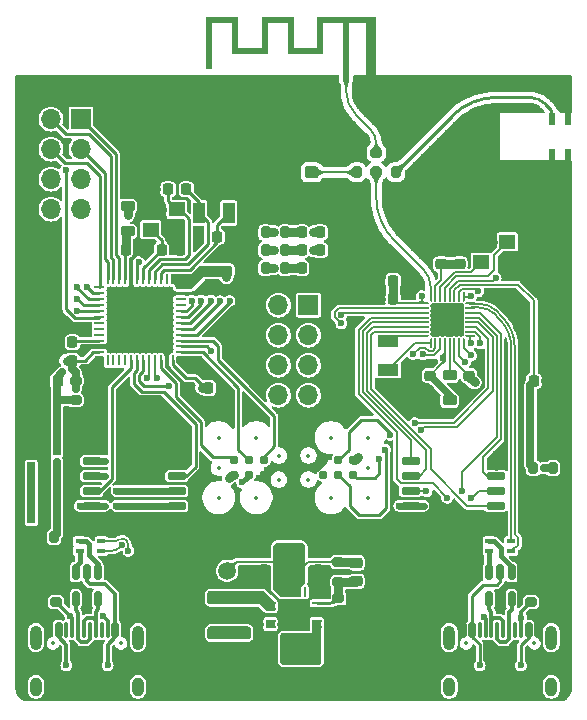
<source format=gbr>
%TF.GenerationSoftware,KiCad,Pcbnew,8.0.8*%
%TF.CreationDate,2025-03-20T14:25:15+01:00*%
%TF.ProjectId,RF_HID_module_test,52465f48-4944-45f6-9d6f-64756c655f74,rev?*%
%TF.SameCoordinates,Original*%
%TF.FileFunction,Copper,L1,Top*%
%TF.FilePolarity,Positive*%
%FSLAX46Y46*%
G04 Gerber Fmt 4.6, Leading zero omitted, Abs format (unit mm)*
G04 Created by KiCad (PCBNEW 8.0.8) date 2025-03-20 14:25:15*
%MOMM*%
%LPD*%
G01*
G04 APERTURE LIST*
G04 Aperture macros list*
%AMRoundRect*
0 Rectangle with rounded corners*
0 $1 Rounding radius*
0 $2 $3 $4 $5 $6 $7 $8 $9 X,Y pos of 4 corners*
0 Add a 4 corners polygon primitive as box body*
4,1,4,$2,$3,$4,$5,$6,$7,$8,$9,$2,$3,0*
0 Add four circle primitives for the rounded corners*
1,1,$1+$1,$2,$3*
1,1,$1+$1,$4,$5*
1,1,$1+$1,$6,$7*
1,1,$1+$1,$8,$9*
0 Add four rect primitives between the rounded corners*
20,1,$1+$1,$2,$3,$4,$5,0*
20,1,$1+$1,$4,$5,$6,$7,0*
20,1,$1+$1,$6,$7,$8,$9,0*
20,1,$1+$1,$8,$9,$2,$3,0*%
%AMFreePoly0*
4,1,14,0.314644,0.085355,0.385355,0.014644,0.400000,-0.020711,0.400000,-0.050000,0.385355,-0.085355,0.350000,-0.100000,-0.350000,-0.100000,-0.385355,-0.085355,-0.400000,-0.050000,-0.400000,0.050000,-0.385355,0.085355,-0.350000,0.100000,0.279289,0.100000,0.314644,0.085355,0.314644,0.085355,$1*%
%AMFreePoly1*
4,1,14,0.385355,0.085355,0.400000,0.050000,0.400000,0.020711,0.385355,-0.014644,0.314644,-0.085355,0.279289,-0.100000,-0.350000,-0.100000,-0.385355,-0.085355,-0.400000,-0.050000,-0.400000,0.050000,-0.385355,0.085355,-0.350000,0.100000,0.350000,0.100000,0.385355,0.085355,0.385355,0.085355,$1*%
%AMFreePoly2*
4,1,14,0.085355,0.385355,0.100000,0.350000,0.100000,-0.350000,0.085355,-0.385355,0.050000,-0.400000,-0.050000,-0.400000,-0.085355,-0.385355,-0.100000,-0.350000,-0.100000,0.279289,-0.085355,0.314644,-0.014644,0.385355,0.020711,0.400000,0.050000,0.400000,0.085355,0.385355,0.085355,0.385355,$1*%
%AMFreePoly3*
4,1,14,0.014644,0.385355,0.085355,0.314644,0.100000,0.279289,0.100000,-0.350000,0.085355,-0.385355,0.050000,-0.400000,-0.050000,-0.400000,-0.085355,-0.385355,-0.100000,-0.350000,-0.100000,0.350000,-0.085355,0.385355,-0.050000,0.400000,-0.020711,0.400000,0.014644,0.385355,0.014644,0.385355,$1*%
%AMFreePoly4*
4,1,14,0.385355,0.085355,0.400000,0.050000,0.400000,-0.050000,0.385355,-0.085355,0.350000,-0.100000,-0.279289,-0.100000,-0.314644,-0.085355,-0.385355,-0.014644,-0.400000,0.020711,-0.400000,0.050000,-0.385355,0.085355,-0.350000,0.100000,0.350000,0.100000,0.385355,0.085355,0.385355,0.085355,$1*%
%AMFreePoly5*
4,1,14,0.385355,0.085355,0.400000,0.050000,0.400000,-0.050000,0.385355,-0.085355,0.350000,-0.100000,-0.350000,-0.100000,-0.385355,-0.085355,-0.400000,-0.050000,-0.400000,-0.020711,-0.385355,0.014644,-0.314644,0.085355,-0.279289,0.100000,0.350000,0.100000,0.385355,0.085355,0.385355,0.085355,$1*%
%AMFreePoly6*
4,1,14,0.085355,0.385355,0.100000,0.350000,0.100000,-0.279289,0.085355,-0.314644,0.014644,-0.385355,-0.020711,-0.400000,-0.050000,-0.400000,-0.085355,-0.385355,-0.100000,-0.350000,-0.100000,0.350000,-0.085355,0.385355,-0.050000,0.400000,0.050000,0.400000,0.085355,0.385355,0.085355,0.385355,$1*%
%AMFreePoly7*
4,1,14,0.085355,0.385355,0.100000,0.350000,0.100000,-0.350000,0.085355,-0.385355,0.050000,-0.400000,0.020711,-0.400000,-0.014644,-0.385355,-0.085355,-0.314644,-0.100000,-0.279289,-0.100000,0.350000,-0.085355,0.385355,-0.050000,0.400000,0.050000,0.400000,0.085355,0.385355,0.085355,0.385355,$1*%
G04 Aperture macros list end*
%TA.AperFunction,EtchedComponent*%
%ADD10C,0.000000*%
%TD*%
%TA.AperFunction,SMDPad,CuDef*%
%ADD11RoundRect,0.218750X0.218750X0.256250X-0.218750X0.256250X-0.218750X-0.256250X0.218750X-0.256250X0*%
%TD*%
%TA.AperFunction,SMDPad,CuDef*%
%ADD12RoundRect,0.062500X-0.062500X0.375000X-0.062500X-0.375000X0.062500X-0.375000X0.062500X0.375000X0*%
%TD*%
%TA.AperFunction,SMDPad,CuDef*%
%ADD13RoundRect,0.062500X-0.375000X0.062500X-0.375000X-0.062500X0.375000X-0.062500X0.375000X0.062500X0*%
%TD*%
%TA.AperFunction,HeatsinkPad*%
%ADD14R,5.600000X5.600000*%
%TD*%
%TA.AperFunction,SMDPad,CuDef*%
%ADD15RoundRect,0.225000X-0.225000X-0.250000X0.225000X-0.250000X0.225000X0.250000X-0.225000X0.250000X0*%
%TD*%
%TA.AperFunction,SMDPad,CuDef*%
%ADD16R,0.762000X0.406400*%
%TD*%
%TA.AperFunction,SMDPad,CuDef*%
%ADD17RoundRect,0.225000X0.225000X0.250000X-0.225000X0.250000X-0.225000X-0.250000X0.225000X-0.250000X0*%
%TD*%
%TA.AperFunction,SMDPad,CuDef*%
%ADD18RoundRect,0.218750X-0.381250X0.218750X-0.381250X-0.218750X0.381250X-0.218750X0.381250X0.218750X0*%
%TD*%
%TA.AperFunction,SMDPad,CuDef*%
%ADD19RoundRect,0.225000X0.250000X-0.225000X0.250000X0.225000X-0.250000X0.225000X-0.250000X-0.225000X0*%
%TD*%
%TA.AperFunction,SMDPad,CuDef*%
%ADD20RoundRect,0.225000X-0.250000X0.225000X-0.250000X-0.225000X0.250000X-0.225000X0.250000X0.225000X0*%
%TD*%
%TA.AperFunction,ComponentPad*%
%ADD21R,1.700000X1.700000*%
%TD*%
%TA.AperFunction,ComponentPad*%
%ADD22O,1.700000X1.700000*%
%TD*%
%TA.AperFunction,SMDPad,CuDef*%
%ADD23R,0.650000X1.050000*%
%TD*%
%TA.AperFunction,SMDPad,CuDef*%
%ADD24FreePoly0,90.000000*%
%TD*%
%TA.AperFunction,SMDPad,CuDef*%
%ADD25RoundRect,0.050000X0.050000X-0.350000X0.050000X0.350000X-0.050000X0.350000X-0.050000X-0.350000X0*%
%TD*%
%TA.AperFunction,SMDPad,CuDef*%
%ADD26FreePoly1,90.000000*%
%TD*%
%TA.AperFunction,SMDPad,CuDef*%
%ADD27FreePoly2,90.000000*%
%TD*%
%TA.AperFunction,SMDPad,CuDef*%
%ADD28RoundRect,0.050000X0.350000X-0.050000X0.350000X0.050000X-0.350000X0.050000X-0.350000X-0.050000X0*%
%TD*%
%TA.AperFunction,SMDPad,CuDef*%
%ADD29FreePoly3,90.000000*%
%TD*%
%TA.AperFunction,SMDPad,CuDef*%
%ADD30FreePoly4,90.000000*%
%TD*%
%TA.AperFunction,SMDPad,CuDef*%
%ADD31FreePoly5,90.000000*%
%TD*%
%TA.AperFunction,SMDPad,CuDef*%
%ADD32FreePoly6,90.000000*%
%TD*%
%TA.AperFunction,SMDPad,CuDef*%
%ADD33FreePoly7,90.000000*%
%TD*%
%TA.AperFunction,HeatsinkPad*%
%ADD34R,2.650000X2.650000*%
%TD*%
%TA.AperFunction,SMDPad,CuDef*%
%ADD35R,1.400000X1.200000*%
%TD*%
%TA.AperFunction,SMDPad,CuDef*%
%ADD36RoundRect,0.200000X-0.275000X0.200000X-0.275000X-0.200000X0.275000X-0.200000X0.275000X0.200000X0*%
%TD*%
%TA.AperFunction,SMDPad,CuDef*%
%ADD37RoundRect,0.200000X-0.200000X-0.275000X0.200000X-0.275000X0.200000X0.275000X-0.200000X0.275000X0*%
%TD*%
%TA.AperFunction,SMDPad,CuDef*%
%ADD38RoundRect,0.150000X-0.150000X-0.500000X0.150000X-0.500000X0.150000X0.500000X-0.150000X0.500000X0*%
%TD*%
%TA.AperFunction,SMDPad,CuDef*%
%ADD39RoundRect,0.075000X-0.075000X-0.575000X0.075000X-0.575000X0.075000X0.575000X-0.075000X0.575000X0*%
%TD*%
%TA.AperFunction,ComponentPad*%
%ADD40O,1.000000X2.100000*%
%TD*%
%TA.AperFunction,ComponentPad*%
%ADD41O,1.000000X1.600000*%
%TD*%
%TA.AperFunction,SMDPad,CuDef*%
%ADD42RoundRect,0.200000X0.275000X-0.200000X0.275000X0.200000X-0.275000X0.200000X-0.275000X-0.200000X0*%
%TD*%
%TA.AperFunction,SMDPad,CuDef*%
%ADD43RoundRect,0.150000X0.650000X0.150000X-0.650000X0.150000X-0.650000X-0.150000X0.650000X-0.150000X0*%
%TD*%
%TA.AperFunction,SMDPad,CuDef*%
%ADD44RoundRect,0.150000X0.150000X-0.512500X0.150000X0.512500X-0.150000X0.512500X-0.150000X-0.512500X0*%
%TD*%
%TA.AperFunction,ConnectorPad*%
%ADD45C,0.787400*%
%TD*%
%TA.AperFunction,SMDPad,CuDef*%
%ADD46RoundRect,0.100000X-0.400000X0.400000X-0.400000X-0.400000X0.400000X-0.400000X0.400000X0.400000X0*%
%TD*%
%TA.AperFunction,SMDPad,CuDef*%
%ADD47RoundRect,0.105000X-0.995000X0.420000X-0.995000X-0.420000X0.995000X-0.420000X0.995000X0.420000X0*%
%TD*%
%TA.AperFunction,SMDPad,CuDef*%
%ADD48RoundRect,0.062500X-0.337500X-0.062500X0.337500X-0.062500X0.337500X0.062500X-0.337500X0.062500X0*%
%TD*%
%TA.AperFunction,SMDPad,CuDef*%
%ADD49RoundRect,0.062500X-0.062500X-0.337500X0.062500X-0.337500X0.062500X0.337500X-0.062500X0.337500X0*%
%TD*%
%TA.AperFunction,HeatsinkPad*%
%ADD50C,0.500000*%
%TD*%
%TA.AperFunction,HeatsinkPad*%
%ADD51R,2.700000X2.700000*%
%TD*%
%TA.AperFunction,SMDPad,CuDef*%
%ADD52R,1.000000X1.800000*%
%TD*%
%TA.AperFunction,SMDPad,CuDef*%
%ADD53R,1.800000X1.000000*%
%TD*%
%TA.AperFunction,SMDPad,CuDef*%
%ADD54C,1.500000*%
%TD*%
%TA.AperFunction,ConnectorPad*%
%ADD55R,0.500000X0.500000*%
%TD*%
%TA.AperFunction,ComponentPad*%
%ADD56R,0.900000X0.500000*%
%TD*%
%TA.AperFunction,SMDPad,CuDef*%
%ADD57RoundRect,0.275000X1.575000X-0.275000X1.575000X0.275000X-1.575000X0.275000X-1.575000X-0.275000X0*%
%TD*%
%TA.AperFunction,SMDPad,CuDef*%
%ADD58R,0.600000X1.000000*%
%TD*%
%TA.AperFunction,ViaPad*%
%ADD59C,0.600000*%
%TD*%
%TA.AperFunction,Conductor*%
%ADD60C,0.200000*%
%TD*%
%TA.AperFunction,Conductor*%
%ADD61C,0.800000*%
%TD*%
%TA.AperFunction,Conductor*%
%ADD62C,0.300000*%
%TD*%
%TA.AperFunction,Conductor*%
%ADD63C,0.250000*%
%TD*%
%TA.AperFunction,Conductor*%
%ADD64C,0.600000*%
%TD*%
%TA.AperFunction,Conductor*%
%ADD65C,0.650000*%
%TD*%
%TA.AperFunction,Conductor*%
%ADD66C,0.400000*%
%TD*%
%TA.AperFunction,Conductor*%
%ADD67C,0.150000*%
%TD*%
%ADD68C,0.300000*%
%ADD69C,0.350000*%
%ADD70O,0.600000X1.700000*%
%ADD71O,0.600000X1.200000*%
%ADD72C,0.200000*%
G04 APERTURE END LIST*
D10*
%TA.AperFunction,EtchedComponent*%
%TO.C,AE1*%
G36*
X167000000Y-94750000D02*
G01*
X166100000Y-94750000D01*
X166100000Y-94491842D01*
X166401778Y-94491842D01*
X166408309Y-94541368D01*
X166428868Y-94586553D01*
X166462511Y-94621787D01*
X166481122Y-94632400D01*
X166526637Y-94645300D01*
X166575156Y-94646043D01*
X166617819Y-94633935D01*
X166625731Y-94629581D01*
X166663674Y-94596797D01*
X166687742Y-94554395D01*
X166697583Y-94506785D01*
X166692847Y-94458378D01*
X166673185Y-94413584D01*
X166638245Y-94376814D01*
X166605353Y-94359908D01*
X166557267Y-94352018D01*
X166507682Y-94358592D01*
X166462372Y-94378687D01*
X166427112Y-94411357D01*
X166410218Y-94443583D01*
X166401778Y-94491842D01*
X166100000Y-94491842D01*
X166100000Y-89850000D01*
X164700000Y-89850000D01*
X164700000Y-94750000D01*
X164200000Y-94750000D01*
X164200000Y-89850000D01*
X162500000Y-89850000D01*
X162500000Y-92490000D01*
X159500000Y-92490000D01*
X159500000Y-89850000D01*
X157800000Y-89850000D01*
X157800000Y-92490000D01*
X154800000Y-92490000D01*
X154800000Y-89850000D01*
X153100000Y-89850000D01*
X153100000Y-93790000D01*
X152600000Y-93790000D01*
X152600000Y-89350000D01*
X155300000Y-89350000D01*
X155300000Y-91990000D01*
X157300000Y-91990000D01*
X157300000Y-89350000D01*
X160000000Y-89350000D01*
X160000000Y-91990000D01*
X162000000Y-91990000D01*
X162000000Y-89350000D01*
X167000000Y-89350000D01*
X167000000Y-94506785D01*
X167000000Y-94750000D01*
G37*
%TD.AperFunction*%
%TD*%
D11*
%TO.P,D1,1,K*%
%TO.N,GND*%
X162257502Y-110612502D03*
%TO.P,D1,2,A*%
%TO.N,Net-(D1-A)*%
X160682498Y-110612500D03*
%TD*%
D12*
%TO.P,U2,1,VBAT*%
%TO.N,+3V3*%
X149749998Y-111562502D03*
%TO.P,U2,2,PC13*%
%TO.N,unconnected-(U2-PC13-Pad2)*%
X149249999Y-111562498D03*
%TO.P,U2,3,PC14*%
%TO.N,/STM_LSE_I*%
X148749999Y-111562500D03*
%TO.P,U2,4,PC15*%
%TO.N,/STM_LSE_O*%
X148250001Y-111562500D03*
%TO.P,U2,5,PH0*%
%TO.N,/STM_HSE_I*%
X147749999Y-111562502D03*
%TO.P,U2,6,PH1*%
%TO.N,/STM_HSE_O*%
X147250000Y-111562499D03*
%TO.P,U2,7,NRST*%
%TO.N,/STM_NRST*%
X146750000Y-111562499D03*
%TO.P,U2,8,VSSA*%
%TO.N,GND*%
X146250001Y-111562502D03*
%TO.P,U2,9,VDDA*%
%TO.N,+3.3VA*%
X145749999Y-111562500D03*
%TO.P,U2,10,PA0*%
%TO.N,/STM_IO0*%
X145250001Y-111562502D03*
%TO.P,U2,11,PA1*%
%TO.N,/STM_IO1*%
X144750001Y-111562498D03*
%TO.P,U2,12,PA2*%
%TO.N,/STM_IO2*%
X144250003Y-111562498D03*
D13*
%TO.P,U2,13,PA3*%
%TO.N,/STM_IO3*%
X143562502Y-112250002D03*
%TO.P,U2,14,PA4*%
%TO.N,/STM_FLASH_SPI_NCS*%
X143562498Y-112750001D03*
%TO.P,U2,15,PA5*%
%TO.N,/STM_FLASH_SPI_CLK*%
X143562500Y-113250001D03*
%TO.P,U2,16,PA6*%
%TO.N,/STM_FLASH_SPI_MISO*%
X143562500Y-113749999D03*
%TO.P,U2,17,PA7*%
%TO.N,/STM_FLASH_SPI_MOSI*%
X143562502Y-114250001D03*
%TO.P,U2,18,PB0*%
%TO.N,/STM_STATUS*%
X143562499Y-114750000D03*
%TO.P,U2,19,PB1*%
%TO.N,unconnected-(U2-PB1-Pad19)*%
X143562499Y-115250000D03*
%TO.P,U2,20,PB2*%
%TO.N,unconnected-(U2-PB2-Pad20)*%
X143562502Y-115749999D03*
%TO.P,U2,21,PB10*%
%TO.N,unconnected-(U2-PB10-Pad21)*%
X143562500Y-116250001D03*
%TO.P,U2,22,VCAP_1*%
%TO.N,Net-(U2-VCAP_1)*%
X143562502Y-116749999D03*
%TO.P,U2,23,VSS*%
%TO.N,GND*%
X143562498Y-117249999D03*
%TO.P,U2,24,VDD*%
%TO.N,+3V3*%
X143562498Y-117749997D03*
D12*
%TO.P,U2,25,PB12*%
%TO.N,unconnected-(U2-PB12-Pad25)*%
X144250002Y-118437498D03*
%TO.P,U2,26,PB13*%
%TO.N,unconnected-(U2-PB13-Pad26)*%
X144750001Y-118437502D03*
%TO.P,U2,27,PB14*%
%TO.N,unconnected-(U2-PB14-Pad27)*%
X145250001Y-118437500D03*
%TO.P,U2,28,PB15*%
%TO.N,unconnected-(U2-PB15-Pad28)*%
X145749999Y-118437500D03*
%TO.P,U2,29,PA8*%
%TO.N,/STM_W25Q128_NRST*%
X146250001Y-118437498D03*
%TO.P,U2,30,PA9*%
%TO.N,/STM_W25Q128_NWP*%
X146750000Y-118437501D03*
%TO.P,U2,31,PA10*%
%TO.N,/RX*%
X147250000Y-118437501D03*
%TO.P,U2,32,PA11*%
%TO.N,/STM_USB/USB_DN*%
X147749999Y-118437498D03*
%TO.P,U2,33,PA12*%
%TO.N,/STM_USB/USB_DP*%
X148250001Y-118437500D03*
%TO.P,U2,34,PA13*%
%TO.N,/STM_SWDIO*%
X148749999Y-118437498D03*
%TO.P,U2,35,VSS*%
%TO.N,GND*%
X149249999Y-118437502D03*
%TO.P,U2,36,VDD*%
%TO.N,+3V3*%
X149749997Y-118437502D03*
D13*
%TO.P,U2,37,PA14*%
%TO.N,/STM_SWCLK*%
X150437498Y-117749998D03*
%TO.P,U2,38,PA15*%
%TO.N,/TX*%
X150437502Y-117249999D03*
%TO.P,U2,39,PB3*%
%TO.N,/STM_SWO*%
X150437500Y-116749999D03*
%TO.P,U2,40,PB4*%
%TO.N,/STM_IO4*%
X150437500Y-116250001D03*
%TO.P,U2,41,PB5*%
%TO.N,/STM_IO5*%
X150437498Y-115749999D03*
%TO.P,U2,42,PB6*%
%TO.N,/STM_IO6*%
X150437501Y-115250000D03*
%TO.P,U2,43,PB7*%
%TO.N,/STM_IO7*%
X150437501Y-114750000D03*
%TO.P,U2,44,BOOT0*%
%TO.N,/STM_BOOT*%
X150437498Y-114250001D03*
%TO.P,U2,45,PB8*%
%TO.N,unconnected-(U2-PB8-Pad45)*%
X150437500Y-113749999D03*
%TO.P,U2,46,PB9*%
%TO.N,unconnected-(U2-PB9-Pad46)*%
X150437498Y-113250001D03*
%TO.P,U2,47,VSS*%
%TO.N,GND*%
X150437502Y-112750001D03*
%TO.P,U2,48,VDD*%
%TO.N,+3V3*%
X150437502Y-112250003D03*
D14*
%TO.P,U2,49,VSS*%
%TO.N,GND*%
X147000000Y-115000000D03*
%TD*%
D15*
%TO.P,C19,1*%
%TO.N,GND*%
X147825000Y-103950000D03*
%TO.P,C19,2*%
%TO.N,/STM_HSE_I*%
X149375002Y-103950000D03*
%TD*%
D16*
%TO.P,FL2,1,1*%
%TO.N,Net-(FL2-Pad1)*%
X176575001Y-134556401D03*
%TO.P,FL2,2,2*%
%TO.N,/CH_USB/USB_DN*%
X178424999Y-134556401D03*
%TO.P,FL2,3,3*%
%TO.N,/CH_USB/USB_DP*%
X178424999Y-133743599D03*
%TO.P,FL2,4,4*%
%TO.N,Net-(FL2-Pad4)*%
X176575001Y-133743599D03*
%TD*%
D17*
%TO.P,C16,1*%
%TO.N,+3V3*%
X159055001Y-136200000D03*
%TO.P,C16,2*%
%TO.N,GND*%
X157504999Y-136200000D03*
%TD*%
D18*
%TO.P,L1,1*%
%TO.N,+3V3*%
X145949999Y-105387500D03*
%TO.P,L1,2*%
%TO.N,+3.3VA*%
X145949999Y-107512500D03*
%TD*%
D19*
%TO.P,C8,1*%
%TO.N,GND*%
X171550000Y-121275001D03*
%TO.P,C8,2*%
%TO.N,/CH_VDCIA*%
X171550000Y-119724999D03*
%TD*%
D20*
%TO.P,C11,1*%
%TO.N,GND*%
X174050000Y-108724999D03*
%TO.P,C11,2*%
%TO.N,/CH_VINTA*%
X174050000Y-110275001D03*
%TD*%
D11*
%TO.P,D2,1,K*%
%TO.N,/CH_STATUS*%
X162257502Y-109100002D03*
%TO.P,D2,2,A*%
%TO.N,Net-(D2-A)*%
X160682498Y-109100000D03*
%TD*%
D21*
%TO.P,J4,1,Pin_1*%
%TO.N,/STM_IO0*%
X142000000Y-98000000D03*
D22*
%TO.P,J4,2,Pin_2*%
%TO.N,/STM_IO1*%
X139459994Y-97999999D03*
%TO.P,J4,3,Pin_3*%
%TO.N,/STM_IO2*%
X141999999Y-100540006D03*
%TO.P,J4,4,Pin_4*%
%TO.N,/STM_IO3*%
X139460000Y-100540000D03*
%TO.P,J4,5,Pin_5*%
%TO.N,/STM_IO4*%
X142000000Y-103080000D03*
%TO.P,J4,6,Pin_6*%
%TO.N,/STM_IO5*%
X139459998Y-103080000D03*
%TO.P,J4,7,Pin_7*%
%TO.N,/STM_IO6*%
X142000000Y-105620000D03*
%TO.P,J4,8,Pin_8*%
%TO.N,/STM_IO7*%
X139460001Y-105620000D03*
%TD*%
D23*
%TO.P,SW3,1,1*%
%TO.N,/STM_NRST*%
X139950000Y-121800000D03*
X139950000Y-125950000D03*
%TO.P,SW3,2,2*%
%TO.N,GND*%
X137800000Y-121800000D03*
X137800000Y-125950000D03*
%TD*%
D24*
%TO.P,U1,1,A10/LSE32_I*%
%TO.N,/CH_LSE_I*%
X171599998Y-116949999D03*
D25*
%TO.P,U1,2,B6*%
%TO.N,/CH_IO2*%
X171999999Y-116949999D03*
%TO.P,U1,3,B0*%
%TO.N,/CH_IO0*%
X172400000Y-116950002D03*
%TO.P,U1,4,VDCID*%
%TO.N,/CH_VDCIA*%
X172800001Y-116950000D03*
%TO.P,U1,5,VSW*%
%TO.N,/CH_VSW*%
X173200000Y-116950002D03*
%TO.P,U1,6,VDD33*%
%TO.N,+3V3*%
X173600001Y-116950000D03*
%TO.P,U1,7,A6*%
%TO.N,/CH_IO6*%
X174000001Y-116949999D03*
D26*
%TO.P,U1,8,A7*%
%TO.N,/CH_IO7*%
X174399999Y-116950000D03*
D27*
%TO.P,U1,9,A8*%
%TO.N,/TX*%
X174949999Y-116400002D03*
D28*
%TO.P,U1,10,A9*%
%TO.N,/RX*%
X174949999Y-116000001D03*
%TO.P,U1,11,B15/TCK*%
%TO.N,/CH_SWCLK*%
X174950002Y-115600000D03*
%TO.P,U1,12,B14/TIO*%
%TO.N,/CH_SWDIO*%
X174950000Y-115199999D03*
%TO.P,U1,13,B13*%
%TO.N,/CH_W25Q128_NRST*%
X174950002Y-114800000D03*
%TO.P,U1,14,B12*%
%TO.N,/CH_W25Q128_NWP*%
X174950000Y-114399999D03*
%TO.P,U1,15,B11/DP*%
%TO.N,/CH_USB/USB_DP*%
X174949999Y-113999999D03*
D29*
%TO.P,U1,16,B10/DN*%
%TO.N,/CH_USB/USB_DN*%
X174950000Y-113600001D03*
D30*
%TO.P,U1,17,B7*%
%TO.N,/CH_IO3*%
X174400002Y-113050001D03*
D25*
%TO.P,U1,18,B4*%
%TO.N,/CH_IO1*%
X174000001Y-113050001D03*
%TO.P,U1,19,NRST*%
%TO.N,/CH_NRST*%
X173600000Y-113049998D03*
%TO.P,U1,20,B22*%
%TO.N,/CH_STATUS*%
X173199999Y-113050000D03*
%TO.P,U1,21,HSE32_O*%
%TO.N,/CH_HSE_O*%
X172800000Y-113049998D03*
%TO.P,U1,22,HSE32_I*%
%TO.N,/CH_HSE_I*%
X172399999Y-113050000D03*
%TO.P,U1,23,VINTA*%
%TO.N,/CH_VINTA*%
X171999999Y-113050001D03*
D31*
%TO.P,U1,24,ANT*%
%TO.N,Net-(U1-ANT)*%
X171600001Y-113050000D03*
D32*
%TO.P,U1,25,VDCIA*%
%TO.N,/CH_VDCIA*%
X171050001Y-113599998D03*
D28*
%TO.P,U1,26,A4*%
%TO.N,/CH_IO4*%
X171050001Y-113999999D03*
%TO.P,U1,27,A5*%
%TO.N,/CH_IO5*%
X171049998Y-114400000D03*
%TO.P,U1,28,A15*%
%TO.N,/CH_FLASH_SPI_MISO*%
X171050000Y-114800001D03*
%TO.P,U1,29,A14*%
%TO.N,/CH_FLASH_SPI_MOSI*%
X171049998Y-115200000D03*
%TO.P,U1,30,A13*%
%TO.N,/CH_FLASH_SPI_CLK*%
X171050000Y-115600001D03*
%TO.P,U1,31,A12*%
%TO.N,/CH_FLASH_SPI_NCS*%
X171050001Y-116000001D03*
D33*
%TO.P,U1,32,A11/LSE32_O*%
%TO.N,/CH_LSE_O*%
X171050000Y-116399999D03*
D34*
%TO.P,U1,33,GND*%
%TO.N,GND*%
X173000000Y-115000000D03*
%TD*%
D35*
%TO.P,Y3,1,1*%
%TO.N,/STM_HSE_I*%
X150100000Y-105650000D03*
%TO.P,Y3,2,2*%
%TO.N,GND*%
X147900000Y-105650002D03*
%TO.P,Y3,3,3*%
%TO.N,/STM_HSE_O*%
X147899998Y-107350000D03*
%TO.P,Y3,4,4*%
%TO.N,GND*%
X150099998Y-107349998D03*
%TD*%
D15*
%TO.P,C6,1*%
%TO.N,+3.3VA*%
X145774998Y-109050000D03*
%TO.P,C6,2*%
%TO.N,GND*%
X147325000Y-109050000D03*
%TD*%
D36*
%TO.P,R1,1*%
%TO.N,Net-(AE1-A)*%
X167000000Y-100850000D03*
%TO.P,R1,2*%
%TO.N,Net-(U1-ANT)*%
X167000000Y-102500000D03*
%TD*%
D37*
%TO.P,R7,1*%
%TO.N,+3V3*%
X157625000Y-107600001D03*
%TO.P,R7,2*%
%TO.N,Net-(D3-A)*%
X159275000Y-107600001D03*
%TD*%
D20*
%TO.P,C4,1*%
%TO.N,+3V3*%
X152750000Y-110874999D03*
%TO.P,C4,2*%
%TO.N,GND*%
X152750000Y-112425001D03*
%TD*%
D37*
%TO.P,R10,1*%
%TO.N,GND*%
X138050000Y-133375000D03*
%TO.P,R10,2*%
%TO.N,/STM_BOOT*%
X139700000Y-133375000D03*
%TD*%
D38*
%TO.P,J6,A1,GND*%
%TO.N,GND*%
X139300000Y-141255000D03*
%TO.P,J6,A4,VBUS*%
%TO.N,+5V*%
X140100000Y-141255000D03*
D39*
%TO.P,J6,A5,CC1*%
%TO.N,Net-(J6-CC1)*%
X141250000Y-141255000D03*
%TO.P,J6,A6,D+*%
%TO.N,Net-(J6-D+-PadA6)*%
X142250000Y-141255000D03*
%TO.P,J6,A7,D-*%
%TO.N,Net-(J6-D--PadA7)*%
X142750000Y-141255000D03*
%TO.P,J6,A8,SBU1*%
%TO.N,unconnected-(J6-SBU1-PadA8)*%
X143750000Y-141255000D03*
D38*
%TO.P,J6,A9,VBUS*%
%TO.N,+5V*%
X144900000Y-141255000D03*
%TO.P,J6,A12,GND*%
%TO.N,GND*%
X145700000Y-141255000D03*
%TO.P,J6,B1,GND*%
X145700000Y-141255000D03*
%TO.P,J6,B4,VBUS*%
%TO.N,+5V*%
X144900000Y-141255000D03*
D39*
%TO.P,J6,B5,CC2*%
%TO.N,Net-(J6-CC1)*%
X144250000Y-141255000D03*
%TO.P,J6,B6,D+*%
%TO.N,Net-(J6-D+-PadA6)*%
X143250000Y-141255000D03*
%TO.P,J6,B7,D-*%
%TO.N,Net-(J6-D--PadA7)*%
X141750000Y-141255000D03*
%TO.P,J6,B8,SBU2*%
%TO.N,unconnected-(J6-SBU2-PadB8)*%
X140750000Y-141255000D03*
D38*
%TO.P,J6,B9,VBUS*%
%TO.N,+5V*%
X140100000Y-141255000D03*
%TO.P,J6,B12,GND*%
%TO.N,GND*%
X139300000Y-141255000D03*
D40*
%TO.P,J6,S1,SHIELD*%
%TO.N,unconnected-(J6-SHIELD-PadS1)_1*%
X138180000Y-141895000D03*
D41*
%TO.N,unconnected-(J6-SHIELD-PadS1)_2*%
X138180000Y-146075000D03*
D40*
%TO.N,unconnected-(J6-SHIELD-PadS1)_3*%
X146820000Y-141895000D03*
D41*
%TO.N,unconnected-(J6-SHIELD-PadS1)*%
X146820000Y-146075000D03*
%TD*%
D17*
%TO.P,C20,1*%
%TO.N,GND*%
X150375000Y-109050000D03*
%TO.P,C20,2*%
%TO.N,/STM_HSE_O*%
X148824998Y-109050000D03*
%TD*%
D42*
%TO.P,R12,1*%
%TO.N,Net-(J6-CC1)*%
X139900000Y-138875000D03*
%TO.P,R12,2*%
%TO.N,GND*%
X139900000Y-137225000D03*
%TD*%
D43*
%TO.P,U5,1,~{CS}*%
%TO.N,/CH_FLASH_SPI_NCS*%
X177099997Y-130755000D03*
%TO.P,U5,2,DO(IO1)*%
%TO.N,/CH_FLASH_SPI_MISO*%
X177100000Y-129485000D03*
%TO.P,U5,3,IO2*%
%TO.N,/CH_W25Q128_NWP*%
X177100000Y-128215000D03*
%TO.P,U5,4,GND*%
%TO.N,GND*%
X177100001Y-126945001D03*
%TO.P,U5,5,DI(IO0)*%
%TO.N,/CH_FLASH_SPI_MOSI*%
X169900003Y-126945000D03*
%TO.P,U5,6,CLK*%
%TO.N,/CH_FLASH_SPI_CLK*%
X169900000Y-128215000D03*
%TO.P,U5,7,IO3*%
%TO.N,/CH_W25Q128_NRST*%
X169900000Y-129485000D03*
%TO.P,U5,8,VCC*%
%TO.N,+3V3*%
X169899999Y-130754999D03*
%TD*%
D15*
%TO.P,C9,1*%
%TO.N,GND*%
X166874999Y-113250000D03*
%TO.P,C9,2*%
%TO.N,/CH_VDCIA*%
X168425001Y-113250000D03*
%TD*%
%TO.P,C17,1*%
%TO.N,+3V3*%
X160525000Y-136200000D03*
%TO.P,C17,2*%
%TO.N,GND*%
X162075000Y-136200000D03*
%TD*%
D42*
%TO.P,R8,1*%
%TO.N,/STM_NRST*%
X141550000Y-121800000D03*
%TO.P,R8,2*%
%TO.N,+3V3*%
X141550000Y-120150000D03*
%TD*%
D15*
%TO.P,C18,1*%
%TO.N,GND*%
X138474999Y-120200000D03*
%TO.P,C18,2*%
%TO.N,/STM_NRST*%
X140025001Y-120200000D03*
%TD*%
%TO.P,C10,1*%
%TO.N,GND*%
X166875000Y-111700000D03*
%TO.P,C10,2*%
%TO.N,/CH_VDCIA*%
X168425000Y-111700000D03*
%TD*%
D37*
%TO.P,R3,1*%
%TO.N,Net-(J1-In)*%
X165350000Y-102500000D03*
%TO.P,R3,2*%
%TO.N,Net-(U1-ANT)*%
X167000000Y-102500000D03*
%TD*%
D44*
%TO.P,U6,1,I/O1*%
%TO.N,Net-(J6-D--PadA7)*%
X141550000Y-138637500D03*
%TO.P,U6,2,GND*%
%TO.N,GND*%
X142500000Y-138637500D03*
%TO.P,U6,3,I/O2*%
%TO.N,Net-(J6-D+-PadA6)*%
X143450000Y-138637500D03*
%TO.P,U6,4,I/O2*%
%TO.N,Net-(FL1-Pad4)*%
X143450000Y-136362500D03*
%TO.P,U6,5,VBUS*%
%TO.N,+5V*%
X142500000Y-136362500D03*
%TO.P,U6,6,I/O1*%
%TO.N,Net-(FL1-Pad1)*%
X141550000Y-136362500D03*
%TD*%
D21*
%TO.P,J2,1,Pin_1*%
%TO.N,/CH_IO0*%
X161250000Y-113750000D03*
D22*
%TO.P,J2,2,Pin_2*%
%TO.N,/CH_IO1*%
X158709996Y-113749998D03*
%TO.P,J2,3,Pin_3*%
%TO.N,/CH_IO2*%
X161249998Y-116290004D03*
%TO.P,J2,4,Pin_4*%
%TO.N,/CH_IO3*%
X158710000Y-116290000D03*
%TO.P,J2,5,Pin_5*%
%TO.N,/CH_IO4*%
X161250000Y-118830000D03*
%TO.P,J2,6,Pin_6*%
%TO.N,/CH_IO5*%
X158709999Y-118829998D03*
%TO.P,J2,7,Pin_7*%
%TO.N,/CH_IO6*%
X161250000Y-121370000D03*
%TO.P,J2,8,Pin_8*%
%TO.N,/CH_IO7*%
X158710001Y-121370000D03*
%TD*%
D11*
%TO.P,D3,1,K*%
%TO.N,/STM_STATUS*%
X162257502Y-107600002D03*
%TO.P,D3,2,A*%
%TO.N,Net-(D3-A)*%
X160682498Y-107600000D03*
%TD*%
D45*
%TO.P,J5,1,VCC*%
%TO.N,+3V3*%
X154930000Y-128135000D03*
%TO.P,J5,2,SWDIO*%
%TO.N,/STM_SWDIO*%
X154930000Y-126865000D03*
%TO.P,J5,3,~{RESET}*%
%TO.N,/STM_NRST*%
X156200000Y-128135000D03*
%TO.P,J5,4,SWCLK*%
%TO.N,/STM_SWCLK*%
X156200000Y-126865000D03*
%TO.P,J5,5,GND*%
%TO.N,GND*%
X157470000Y-128135000D03*
%TO.P,J5,6,SWO*%
%TO.N,/STM_SWO*%
X157470000Y-126865000D03*
%TD*%
D38*
%TO.P,J7,A1,GND*%
%TO.N,GND*%
X174300000Y-141255000D03*
%TO.P,J7,A4,VBUS*%
%TO.N,+5V*%
X175100000Y-141255000D03*
D39*
%TO.P,J7,A5,CC1*%
%TO.N,Net-(J7-CC1)*%
X176250000Y-141255000D03*
%TO.P,J7,A6,D+*%
%TO.N,Net-(J7-D+-PadA6)*%
X177250000Y-141255000D03*
%TO.P,J7,A7,D-*%
%TO.N,Net-(J7-D--PadA7)*%
X177750000Y-141255000D03*
%TO.P,J7,A8,SBU1*%
%TO.N,unconnected-(J7-SBU1-PadA8)*%
X178750000Y-141255000D03*
D38*
%TO.P,J7,A9,VBUS*%
%TO.N,+5V*%
X179900000Y-141255000D03*
%TO.P,J7,A12,GND*%
%TO.N,GND*%
X180700000Y-141255000D03*
%TO.P,J7,B1,GND*%
X180700000Y-141255000D03*
%TO.P,J7,B4,VBUS*%
%TO.N,+5V*%
X179900000Y-141255000D03*
D39*
%TO.P,J7,B5,CC2*%
%TO.N,Net-(J7-CC1)*%
X179250000Y-141255000D03*
%TO.P,J7,B6,D+*%
%TO.N,Net-(J7-D+-PadA6)*%
X178250000Y-141255000D03*
%TO.P,J7,B7,D-*%
%TO.N,Net-(J7-D--PadA7)*%
X176750000Y-141255000D03*
%TO.P,J7,B8,SBU2*%
%TO.N,unconnected-(J7-SBU2-PadB8)*%
X175750000Y-141255000D03*
D38*
%TO.P,J7,B9,VBUS*%
%TO.N,+5V*%
X175100000Y-141255000D03*
%TO.P,J7,B12,GND*%
%TO.N,GND*%
X174300000Y-141255000D03*
D40*
%TO.P,J7,S1,SHIELD*%
%TO.N,unconnected-(J7-SHIELD-PadS1)_2*%
X173180000Y-141895000D03*
D41*
%TO.N,unconnected-(J7-SHIELD-PadS1)*%
X173180000Y-146075000D03*
D40*
%TO.N,unconnected-(J7-SHIELD-PadS1)_1*%
X181820000Y-141895000D03*
D41*
%TO.N,unconnected-(J7-SHIELD-PadS1)_3*%
X181820000Y-146075000D03*
%TD*%
D46*
%TO.P,J1,1,In*%
%TO.N,Net-(J1-In)*%
X161500001Y-102500000D03*
D47*
%TO.P,J1,2,Ext*%
%TO.N,GND*%
X160000001Y-103975000D03*
D46*
X158500001Y-102500000D03*
D47*
X160000001Y-101025000D03*
%TD*%
D48*
%TO.P,U3,1,LX2*%
%TO.N,Net-(L3-Pad2)*%
X158050000Y-139000000D03*
%TO.P,U3,2,LX2*%
X158050000Y-139500000D03*
%TO.P,U3,3,PGND*%
%TO.N,GND*%
X158050000Y-140000000D03*
%TO.P,U3,4,LX1*%
%TO.N,Net-(L3-Pad1)*%
X158050000Y-140500000D03*
%TO.P,U3,5,LX1*%
X158050000Y-141000000D03*
D49*
%TO.P,U3,6,PVIN*%
%TO.N,+5V*%
X159000000Y-141950000D03*
%TO.P,U3,7,PVIN*%
X159500000Y-141950000D03*
%TO.P,U3,8,PVIN*%
X160000000Y-141950000D03*
%TO.P,U3,9,PVIN*%
X160500000Y-141950000D03*
%TO.P,U3,10,VIN*%
X161000000Y-141950000D03*
D48*
%TO.P,U3,11,EN*%
X161950000Y-141000000D03*
%TO.P,U3,12,MODE*%
X161950000Y-140500000D03*
%TO.P,U3,13,SGND*%
%TO.N,GND*%
X161950000Y-140000000D03*
%TO.P,U3,14,SGND*%
X161950000Y-139500000D03*
%TO.P,U3,15,FB*%
%TO.N,Net-(U3-FB)*%
X161950000Y-139000000D03*
D49*
%TO.P,U3,16*%
%TO.N,N/C*%
X161000000Y-138050000D03*
%TO.P,U3,17,VOUT*%
%TO.N,+3V3*%
X160500000Y-138050000D03*
%TO.P,U3,18,VOUT*%
X160000000Y-138050000D03*
%TO.P,U3,19,VOUT*%
X159500000Y-138050000D03*
%TO.P,U3,20,VOUT*%
X159000000Y-138050000D03*
D50*
%TO.P,U3,21,EPAD*%
%TO.N,GND*%
X158900000Y-138900000D03*
X158900000Y-141100000D03*
D51*
X160000000Y-140000000D03*
D50*
X161100000Y-138900000D03*
X161100000Y-141100000D03*
%TD*%
D17*
%TO.P,C2,1*%
%TO.N,+3V3*%
X152775001Y-120750000D03*
%TO.P,C2,2*%
%TO.N,GND*%
X151224999Y-120750000D03*
%TD*%
D18*
%TO.P,L2,1*%
%TO.N,/CH_VSW*%
X173200000Y-119687500D03*
%TO.P,L2,2*%
%TO.N,/CH_VDCIA*%
X173200000Y-121812500D03*
%TD*%
D52*
%TO.P,Y4,1,1*%
%TO.N,/STM_LSE_I*%
X154500000Y-105950000D03*
%TO.P,Y4,2,2*%
%TO.N,/STM_LSE_O*%
X152000000Y-105950000D03*
%TD*%
D42*
%TO.P,R13,1*%
%TO.N,Net-(J7-CC1)*%
X180100000Y-138875000D03*
%TO.P,R13,2*%
%TO.N,GND*%
X180100000Y-137225000D03*
%TD*%
D20*
%TO.P,C12,1*%
%TO.N,GND*%
X172500000Y-108724999D03*
%TO.P,C12,2*%
%TO.N,/CH_VINTA*%
X172500000Y-110275001D03*
%TD*%
D42*
%TO.P,R11,1*%
%TO.N,GND*%
X163800000Y-140225000D03*
%TO.P,R11,2*%
%TO.N,Net-(U3-FB)*%
X163800000Y-138575000D03*
%TD*%
D53*
%TO.P,Y1,1,1*%
%TO.N,/CH_LSE_I*%
X168000000Y-119250000D03*
%TO.P,Y1,2,2*%
%TO.N,/CH_LSE_O*%
X168000000Y-116750000D03*
%TD*%
D19*
%TO.P,C7,1*%
%TO.N,GND*%
X174850000Y-121275001D03*
%TO.P,C7,2*%
%TO.N,+3V3*%
X174850000Y-119724999D03*
%TD*%
D37*
%TO.P,R6,1*%
%TO.N,+3V3*%
X157625000Y-109100001D03*
%TO.P,R6,2*%
%TO.N,Net-(D2-A)*%
X159275000Y-109100001D03*
%TD*%
D16*
%TO.P,FL1,1,1*%
%TO.N,Net-(FL1-Pad1)*%
X141875001Y-134556401D03*
%TO.P,FL1,2,2*%
%TO.N,/STM_USB/USB_DN*%
X143724998Y-134556399D03*
%TO.P,FL1,3,3*%
%TO.N,/STM_USB/USB_DP*%
X143724999Y-133743599D03*
%TO.P,FL1,4,4*%
%TO.N,Net-(FL1-Pad4)*%
X141875002Y-133743601D03*
%TD*%
D37*
%TO.P,R2,1*%
%TO.N,Net-(U1-ANT)*%
X167000000Y-102500000D03*
%TO.P,R2,2*%
%TO.N,Net-(AE2-FEED)*%
X168650000Y-102500000D03*
%TD*%
D17*
%TO.P,C1,1*%
%TO.N,Net-(U2-VCAP_1)*%
X141275001Y-116900000D03*
%TO.P,C1,2*%
%TO.N,GND*%
X139724999Y-116900000D03*
%TD*%
D35*
%TO.P,Y2,1,1*%
%TO.N,/CH_HSE_I*%
X175900000Y-110100000D03*
%TO.P,Y2,2,2*%
%TO.N,GND*%
X178100000Y-110100000D03*
%TO.P,Y2,3,3*%
%TO.N,/CH_HSE_O*%
X178100000Y-108400000D03*
%TO.P,Y2,4,4*%
%TO.N,GND*%
X175900000Y-108400000D03*
%TD*%
D54*
%TO.P,TP1,1,1*%
%TO.N,+3V3*%
X154375000Y-136250000D03*
%TD*%
D23*
%TO.P,SW1,1,1*%
%TO.N,/CH_NRST*%
X180050000Y-125950000D03*
X180050000Y-121800000D03*
%TO.P,SW1,2,2*%
%TO.N,GND*%
X182200000Y-125950000D03*
X182200000Y-121800000D03*
%TD*%
D36*
%TO.P,R9,1*%
%TO.N,+3V3*%
X163790000Y-135525000D03*
%TO.P,R9,2*%
%TO.N,Net-(U3-FB)*%
X163790000Y-137175000D03*
%TD*%
D17*
%TO.P,C13,1*%
%TO.N,GND*%
X181900001Y-120200000D03*
%TO.P,C13,2*%
%TO.N,/CH_NRST*%
X180349999Y-120200000D03*
%TD*%
D43*
%TO.P,U4,1,~{CS}*%
%TO.N,/STM_FLASH_SPI_NCS*%
X150099997Y-130755000D03*
%TO.P,U4,2,DO(IO1)*%
%TO.N,/STM_FLASH_SPI_MISO*%
X150100000Y-129485000D03*
%TO.P,U4,3,IO2*%
%TO.N,/STM_W25Q128_NWP*%
X150100000Y-128215000D03*
%TO.P,U4,4,GND*%
%TO.N,GND*%
X150100001Y-126945001D03*
%TO.P,U4,5,DI(IO0)*%
%TO.N,/STM_FLASH_SPI_MOSI*%
X142900003Y-126945000D03*
%TO.P,U4,6,CLK*%
%TO.N,/STM_FLASH_SPI_CLK*%
X142900000Y-128215000D03*
%TO.P,U4,7,IO3*%
%TO.N,/STM_W25Q128_NRST*%
X142900000Y-129485000D03*
%TO.P,U4,8,VCC*%
%TO.N,+3V3*%
X142899999Y-130754999D03*
%TD*%
D45*
%TO.P,J3,1,VCC*%
%TO.N,+3V3*%
X165070000Y-126865001D03*
%TO.P,J3,2,SWDIO*%
%TO.N,/CH_SWDIO*%
X165069998Y-128134999D03*
%TO.P,J3,3,~{RESET}*%
%TO.N,/CH_NRST*%
X163800000Y-126865000D03*
%TO.P,J3,4,SWCLK*%
%TO.N,/CH_SWCLK*%
X163800000Y-128135000D03*
%TO.P,J3,5,GND*%
%TO.N,GND*%
X162530002Y-126865001D03*
%TO.P,J3,6,SWO*%
%TO.N,unconnected-(J3-SWO-Pad6)*%
X162530000Y-128134999D03*
%TD*%
D17*
%TO.P,C3,1*%
%TO.N,+3V3*%
X141275001Y-118450000D03*
%TO.P,C3,2*%
%TO.N,GND*%
X139724999Y-118450000D03*
%TD*%
D15*
%TO.P,C21,1*%
%TO.N,GND*%
X151974998Y-107950000D03*
%TO.P,C21,2*%
%TO.N,/STM_LSE_I*%
X153525000Y-107950000D03*
%TD*%
D17*
%TO.P,C22,1*%
%TO.N,GND*%
X152475001Y-103949999D03*
%TO.P,C22,2*%
%TO.N,/STM_LSE_O*%
X150924999Y-103949999D03*
%TD*%
D37*
%TO.P,R5,1*%
%TO.N,+3V3*%
X157625000Y-110612501D03*
%TO.P,R5,2*%
%TO.N,Net-(D1-A)*%
X159275000Y-110612501D03*
%TD*%
D55*
%TO.P,AE1,1,A*%
%TO.N,Net-(AE1-A)*%
X164450000Y-94500000D03*
D56*
%TO.P,AE1,2*%
%TO.N,GND*%
X166550000Y-94500000D03*
%TD*%
D57*
%TO.P,L3,1*%
%TO.N,Net-(L3-Pad1)*%
X154540000Y-141500000D03*
%TO.P,L3,2*%
%TO.N,Net-(L3-Pad2)*%
X154540000Y-138500000D03*
%TD*%
D20*
%TO.P,C15,1*%
%TO.N,+3V3*%
X165340000Y-135574999D03*
%TO.P,C15,2*%
%TO.N,Net-(U3-FB)*%
X165340000Y-137125001D03*
%TD*%
%TO.P,C5,1*%
%TO.N,+3V3*%
X154300000Y-110874999D03*
%TO.P,C5,2*%
%TO.N,GND*%
X154300000Y-112425001D03*
%TD*%
D23*
%TO.P,SW2,1,1*%
%TO.N,+3V3*%
X137800000Y-131725000D03*
X137800000Y-127575000D03*
%TO.P,SW2,2,2*%
%TO.N,/STM_BOOT*%
X139950000Y-131725000D03*
X139950000Y-127575000D03*
%TD*%
D58*
%TO.P,AE2,1,FEED*%
%TO.N,Net-(AE2-FEED)*%
X181900000Y-98000000D03*
%TO.P,AE2,2,2*%
%TO.N,GND*%
X181900000Y-101000000D03*
%TO.P,AE2,3,3*%
X183200000Y-101000000D03*
%TO.P,AE2,4,4*%
X183200000Y-98000000D03*
%TD*%
D44*
%TO.P,U7,1,I/O1*%
%TO.N,Net-(J7-D--PadA7)*%
X176550000Y-138637500D03*
%TO.P,U7,2,GND*%
%TO.N,GND*%
X177500000Y-138637500D03*
%TO.P,U7,3,I/O2*%
%TO.N,Net-(J7-D+-PadA6)*%
X178450000Y-138637500D03*
%TO.P,U7,4,I/O2*%
%TO.N,Net-(FL2-Pad4)*%
X178450000Y-136362500D03*
%TO.P,U7,5,VBUS*%
%TO.N,+5V*%
X177500000Y-136362500D03*
%TO.P,U7,6,I/O1*%
%TO.N,Net-(FL2-Pad1)*%
X176550000Y-136362500D03*
%TD*%
D17*
%TO.P,C14,1*%
%TO.N,+5V*%
X159645001Y-143750000D03*
%TO.P,C14,2*%
%TO.N,GND*%
X158094999Y-143750000D03*
%TD*%
D37*
%TO.P,R4,1*%
%TO.N,/CH_NRST*%
X180300000Y-127550000D03*
%TO.P,R4,2*%
%TO.N,+3V3*%
X181950000Y-127550000D03*
%TD*%
D59*
%TO.N,GND*%
X136750000Y-144750000D03*
X136750000Y-143750000D03*
X136750000Y-142750000D03*
X136750000Y-141750000D03*
X136750000Y-140750000D03*
X136750000Y-139750000D03*
X136750000Y-138750000D03*
X136750000Y-137750000D03*
X136750000Y-136750000D03*
X136750000Y-135750000D03*
X136750000Y-134750000D03*
X136750000Y-133750000D03*
X136750000Y-132750000D03*
X136750000Y-131750000D03*
X136750000Y-130750000D03*
X136750000Y-129750000D03*
X136750000Y-128750000D03*
X136750000Y-127750000D03*
X136750000Y-126750000D03*
X136750000Y-125750000D03*
X136750000Y-124750000D03*
X136750000Y-123750000D03*
X136750000Y-122750000D03*
X136750000Y-121750000D03*
X136750000Y-120750000D03*
X136750000Y-119750000D03*
X136750000Y-118750000D03*
X136750000Y-117750000D03*
X136750000Y-116750000D03*
X136750000Y-115750000D03*
X136750000Y-114750000D03*
X136750000Y-113750000D03*
X136750000Y-112750000D03*
X136750000Y-111750000D03*
X136749999Y-110743675D03*
X136750000Y-109750000D03*
X136750000Y-108750000D03*
X136750000Y-107750000D03*
X136750000Y-106750000D03*
X136750000Y-105750000D03*
X136750000Y-104750000D03*
X136750000Y-103750000D03*
X136750000Y-102750000D03*
X136750000Y-101750000D03*
X136750000Y-100750000D03*
X136750000Y-99750000D03*
X136750000Y-98750000D03*
X180352095Y-95405305D03*
X163722952Y-96057733D03*
X156750000Y-94750000D03*
X183250000Y-112750000D03*
X171000000Y-146750000D03*
X183250000Y-120750000D03*
X147000000Y-115000000D03*
X168000000Y-146750000D03*
X164511120Y-101655025D03*
X183250000Y-137750000D03*
X183250000Y-116750000D03*
X182200000Y-120950000D03*
X166000000Y-146750000D03*
X177000000Y-101450000D03*
X172000000Y-146750000D03*
X178800000Y-96927692D03*
X183250000Y-127750000D03*
X183250000Y-125750000D03*
X166928452Y-98213984D03*
X177000000Y-100550000D03*
X181250000Y-94750000D03*
X153000000Y-146750000D03*
X148750000Y-94750000D03*
X174000000Y-114000000D03*
X157750000Y-94750000D03*
X152750000Y-94750000D03*
X148325002Y-103950000D03*
X183250000Y-131750000D03*
X170250000Y-94750000D03*
X156000000Y-122000000D03*
X183250000Y-126750000D03*
X183250000Y-115750000D03*
X146750000Y-94750000D03*
X168317766Y-109132234D03*
X183250000Y-142750000D03*
X177700000Y-101950000D03*
X177000000Y-97850000D03*
X161750000Y-94750000D03*
X156000000Y-123000000D03*
X173250000Y-108724999D03*
X183000000Y-146500000D03*
X166273191Y-105151054D03*
X161799803Y-103652691D03*
X183250000Y-145750000D03*
X176997123Y-96934814D03*
X151875000Y-108400000D03*
X159000000Y-146750000D03*
X177250000Y-94750000D03*
X181243950Y-95705232D03*
X170232234Y-108917766D03*
X179450000Y-95372308D03*
X177000000Y-99650000D03*
X183250000Y-143750000D03*
X150750000Y-94750000D03*
X148850000Y-105675000D03*
X180400000Y-101950000D03*
X155750000Y-94750000D03*
X137800000Y-123900000D03*
X173000000Y-115000000D03*
X160750000Y-94750000D03*
X183250000Y-109750000D03*
X166706993Y-106909512D03*
X183250000Y-122750000D03*
X159750000Y-94750000D03*
X145750000Y-94750000D03*
X183250000Y-138750000D03*
X167744417Y-99865833D03*
X166423879Y-106049501D03*
X173250000Y-94750000D03*
X172000000Y-116000000D03*
X165042766Y-98457234D03*
X167250000Y-94750000D03*
X160355903Y-101984576D03*
X177900000Y-96927692D03*
X141500000Y-146750000D03*
X167494541Y-98983769D03*
X167425001Y-113250000D03*
X169275088Y-100775088D03*
X146774998Y-108966942D03*
X149750000Y-94750000D03*
X162700000Y-101747308D03*
X172650088Y-97400088D03*
X144350000Y-130000000D03*
X169582234Y-108267766D03*
X167752692Y-104266505D03*
X183250000Y-124750000D03*
X144500000Y-146750000D03*
X176250000Y-94750000D03*
X183250000Y-111750000D03*
X156000000Y-146750000D03*
X165872308Y-100786897D03*
X163600000Y-101747308D03*
X183250000Y-110750000D03*
X174950718Y-95814113D03*
X153500000Y-112425001D03*
X181964874Y-96265051D03*
X183250000Y-117750000D03*
X139724999Y-117650000D03*
X144750000Y-94750000D03*
X175829107Y-95537256D03*
X145700000Y-141255000D03*
X139300000Y-141255000D03*
X142500000Y-117374999D03*
X160000000Y-146750000D03*
X183250000Y-104750000D03*
X164502329Y-103334543D03*
X165413103Y-101372308D03*
X183250000Y-144750000D03*
X183250000Y-139750000D03*
X138775000Y-133374131D03*
X158200000Y-127500000D03*
X183250000Y-105750000D03*
X165601923Y-96855468D03*
X183250000Y-140750000D03*
X169411412Y-103421123D03*
X170000000Y-146750000D03*
X161830405Y-127500000D03*
X166175001Y-103360588D03*
X171724912Y-100524912D03*
X171550000Y-120800000D03*
X169617766Y-110432234D03*
X167824999Y-103360589D03*
X143500000Y-146750000D03*
X179500000Y-101950000D03*
X151974999Y-103949999D03*
X137800000Y-122550000D03*
X183250000Y-108750000D03*
X183250000Y-103750000D03*
X171250000Y-94750000D03*
X151072550Y-126950000D03*
X160354138Y-103004013D03*
X163947183Y-96957578D03*
X167137592Y-107738690D03*
X158750000Y-94750000D03*
X151750000Y-94750000D03*
X174850000Y-108724999D03*
X178500000Y-146750000D03*
X165222155Y-95150000D03*
X139750000Y-94750000D03*
X167425000Y-111400000D03*
X152000000Y-146750000D03*
X166229772Y-99922948D03*
X176719393Y-95397787D03*
X168373045Y-106867786D03*
X183250000Y-141750000D03*
X138750000Y-94750000D03*
X155000000Y-146750000D03*
X177500000Y-146750000D03*
X168936751Y-107620168D03*
X183250000Y-134750000D03*
X173074912Y-99174912D03*
X182250000Y-94750000D03*
X180700000Y-141255000D03*
X179500000Y-146750000D03*
X149000000Y-146750000D03*
X164000000Y-146750000D03*
X180250000Y-94750000D03*
X183250000Y-96750000D03*
X174500000Y-146750000D03*
X182200000Y-122500000D03*
X167993280Y-106051091D03*
X151000000Y-146750000D03*
X172250000Y-94750000D03*
X161669998Y-110600001D03*
X182502066Y-96911280D03*
X180500000Y-146750000D03*
X178250000Y-94750000D03*
X161000000Y-103650000D03*
X183250000Y-95750000D03*
X169950088Y-100100088D03*
X161000000Y-146750000D03*
X139500000Y-146750000D03*
X183250000Y-107750000D03*
X162700000Y-103252692D03*
X176500000Y-146750000D03*
X150250000Y-106800000D03*
X169719694Y-102530129D03*
X183250000Y-123750000D03*
X183250000Y-132750000D03*
X178100000Y-109550000D03*
X181274999Y-120200000D03*
X157000000Y-146750000D03*
X165729600Y-99144068D03*
X179700000Y-96927692D03*
X183250000Y-136750000D03*
X183250000Y-129750000D03*
X183250000Y-135750000D03*
X149450000Y-117450000D03*
X143750000Y-94750000D03*
X177622554Y-95372308D03*
X136750000Y-94750000D03*
X140500000Y-146750000D03*
X183250000Y-94750000D03*
X183250000Y-130750000D03*
X174106510Y-96230233D03*
X163650000Y-95150000D03*
X142500000Y-146750000D03*
X164397597Y-97759744D03*
X144550000Y-112550000D03*
X136750000Y-145750000D03*
X136750000Y-97750000D03*
X172000000Y-114000000D03*
X154750000Y-94750000D03*
X171300088Y-98750088D03*
X174300000Y-141255000D03*
X183250000Y-106750000D03*
X163000000Y-146750000D03*
X169000000Y-146750000D03*
X174248875Y-120701124D03*
X149310210Y-112689790D03*
X173749911Y-98499911D03*
X177000000Y-98750000D03*
X153750000Y-94750000D03*
X177500000Y-139605000D03*
X179250000Y-94750000D03*
X168127692Y-100777484D03*
X137750000Y-94750000D03*
X166248351Y-97533883D03*
X183250000Y-133750000D03*
X176850000Y-108400000D03*
X178550000Y-95372308D03*
X153990649Y-146751079D03*
X163600000Y-103252692D03*
X175250000Y-94750000D03*
X182200000Y-123900000D03*
X171049912Y-101199912D03*
X172399912Y-99849912D03*
X183250000Y-121750000D03*
X168585880Y-101372308D03*
X181300000Y-101950000D03*
X174000000Y-116000000D03*
X171533954Y-110219501D03*
X149874998Y-109050000D03*
X137800000Y-125200000D03*
X170625088Y-99425088D03*
X175500000Y-146750000D03*
X174250000Y-94750000D03*
X180592845Y-97125321D03*
X167000000Y-146750000D03*
X173337253Y-96762664D03*
X171975088Y-98075088D03*
X178600000Y-101950000D03*
X170882234Y-109567766D03*
X149000000Y-126950000D03*
X174424356Y-97882381D03*
X168967766Y-109782234D03*
X140750000Y-94750000D03*
X162000000Y-146750000D03*
X177100000Y-127465001D03*
X170374912Y-101874912D03*
X158000000Y-146750000D03*
X177100000Y-126350000D03*
X183250000Y-113750000D03*
X136750000Y-95750000D03*
X168570380Y-103627692D03*
X150000000Y-146750000D03*
X183250000Y-114750000D03*
X145500000Y-146750000D03*
X167783625Y-105143053D03*
X167689733Y-108481601D03*
X165361197Y-103627692D03*
X162750000Y-94750000D03*
X148000000Y-146750000D03*
X182200000Y-125250000D03*
X175227042Y-97393453D03*
X183250000Y-128750000D03*
X161813266Y-101347308D03*
X161000000Y-101350000D03*
X183250000Y-118750000D03*
X142750000Y-94750000D03*
X182200000Y-101950000D03*
X157000000Y-123000000D03*
X147750000Y-94750000D03*
X165000000Y-146750000D03*
X168250000Y-94750000D03*
X183100000Y-101950000D03*
X183250000Y-102750000D03*
X166247308Y-104266505D03*
X136750000Y-96750000D03*
X142500000Y-139350000D03*
X169250000Y-94750000D03*
X141750000Y-94750000D03*
X170267766Y-111082234D03*
X137000000Y-146500000D03*
X183250000Y-119750000D03*
X176107080Y-97073028D03*
X165243148Y-96046166D03*
%TO.N,+3V3*%
X159625000Y-135125000D03*
X160562500Y-134225000D03*
X165476083Y-126623918D03*
X137800000Y-129650000D03*
X141900000Y-130750000D03*
X145950000Y-106150000D03*
X154300000Y-111375001D03*
X175332519Y-120283162D03*
X152274999Y-120750000D03*
X158325000Y-110600001D03*
X181175000Y-127550000D03*
X137800000Y-131000000D03*
X137800000Y-128300000D03*
X159625000Y-134225000D03*
X158675000Y-135125000D03*
X171000000Y-130750000D03*
X160562500Y-135125000D03*
X140774999Y-118450000D03*
X154523918Y-128376082D03*
X168950000Y-130750000D03*
X144000000Y-130750000D03*
X158675000Y-134225000D03*
X141550000Y-120875000D03*
X158319999Y-109100000D03*
X158325000Y-107600001D03*
%TO.N,/CH_VDCIA*%
X170847309Y-113000000D03*
X172650000Y-118200000D03*
%TO.N,/CH_NRST*%
X168165335Y-124728077D03*
X180050000Y-123150000D03*
%TO.N,/CH_STATUS*%
X177102816Y-111475002D03*
X161669998Y-109100002D03*
%TO.N,+5V*%
X140750000Y-144250000D03*
X161000000Y-143750000D03*
X161000000Y-142875000D03*
X144250000Y-144250000D03*
X175750000Y-144250000D03*
X161875000Y-143750000D03*
X161875000Y-142875000D03*
X179250000Y-144250000D03*
%TO.N,/STM_NRST*%
X140425000Y-119452081D03*
X155650001Y-128751562D03*
X146875001Y-110116942D03*
%TO.N,/STM_BOOT*%
X139950000Y-127000000D03*
X151374282Y-113375001D03*
%TO.N,/STM_STATUS*%
X140750000Y-102290006D03*
X161669998Y-107600002D03*
%TO.N,/CH_IO7*%
X175000000Y-118000000D03*
%TO.N,/CH_IO6*%
X174501410Y-118598590D03*
%TO.N,/CH_IO3*%
X175000000Y-113000000D03*
%TO.N,/CH_IO0*%
X170919974Y-117900000D03*
%TO.N,/CH_IO4*%
X164050000Y-115300000D03*
%TO.N,/CH_IO5*%
X164050000Y-114549999D03*
%TO.N,/CH_IO1*%
X175617962Y-112575001D03*
%TO.N,/CH_IO2*%
X170134987Y-117892831D03*
%TO.N,/STM_IO4*%
X154573443Y-113397312D03*
%TO.N,/STM_IO5*%
X153773537Y-113409707D03*
%TO.N,/STM_IO6*%
X152974288Y-113375001D03*
%TO.N,/STM_IO7*%
X152174285Y-113375001D03*
%TO.N,/CH_SWDIO*%
X167249999Y-126749999D03*
X170769124Y-124291307D03*
%TO.N,/CH_SWCLK*%
X167750000Y-126000000D03*
X170250000Y-123750000D03*
%TO.N,Net-(J6-CC1)*%
X143900000Y-140105000D03*
X141087500Y-140062500D03*
%TO.N,Net-(J7-CC1)*%
X176100000Y-140173907D03*
X179250000Y-140200000D03*
%TO.N,/CH_FLASH_SPI_MISO*%
X173000000Y-130050000D03*
X175000000Y-130050000D03*
%TO.N,/CH_W25Q128_NRST*%
X171250000Y-129500000D03*
X174250000Y-129500000D03*
%TO.N,/TX*%
X152994087Y-117605913D03*
X175000000Y-117000000D03*
%TO.N,/RX*%
X175806587Y-116993413D03*
X149424999Y-120622515D03*
%TO.N,/STM_USB/USB_DN*%
X145484834Y-134034834D03*
X147600000Y-119950000D03*
%TO.N,/STM_USB/USB_DP*%
X148400003Y-119950000D03*
X146015166Y-134565166D03*
%TO.N,/STM_FLASH_SPI_MISO*%
X145000000Y-129485000D03*
X141700000Y-113200000D03*
%TO.N,/STM_FLASH_SPI_CLK*%
X141699997Y-112200000D03*
X144000000Y-128200000D03*
%TO.N,/STM_FLASH_SPI_NCS*%
X142500000Y-112200000D03*
X145000000Y-130755000D03*
%TO.N,/STM_FLASH_SPI_MOSI*%
X141700000Y-114250000D03*
X144000000Y-126950000D03*
%TD*%
D60*
%TO.N,Net-(AE1-A)*%
X164450000Y-95650000D02*
X164450000Y-94500000D01*
X167000000Y-100100000D02*
X167000000Y-100850000D01*
X165263172Y-97613172D02*
X166469669Y-98819669D01*
X164450000Y-95650000D02*
G75*
G03*
X165263181Y-97613163I2776300J0D01*
G01*
X166469669Y-98819669D02*
G75*
G02*
X166999988Y-100100000I-1280369J-1280331D01*
G01*
D61*
%TO.N,GND*%
X148825002Y-105650002D02*
X148850000Y-105675000D01*
D62*
X177500000Y-138637500D02*
X177500000Y-139605000D01*
X178325000Y-137375000D02*
X177500000Y-138200000D01*
D63*
X142625000Y-117249999D02*
X142500000Y-117374999D01*
D61*
X157565000Y-128135000D02*
X158200000Y-127500000D01*
D64*
X177100001Y-127465000D02*
X177100000Y-127465001D01*
D62*
X142500000Y-139350000D02*
X142500000Y-138637500D01*
D65*
X137800000Y-125950000D02*
X137800000Y-121800000D01*
D61*
X167125000Y-111700000D02*
X167425000Y-111400000D01*
D63*
X144750001Y-117249999D02*
X147000000Y-115000000D01*
D61*
X175575001Y-108724999D02*
X175900000Y-108400000D01*
X175900000Y-108400000D02*
X176850000Y-108400000D01*
D64*
X149004999Y-126945001D02*
X149000000Y-126950000D01*
D61*
X152750000Y-112425001D02*
X154300000Y-112425001D01*
D65*
X138050000Y-133375000D02*
X138774131Y-133375000D01*
D63*
X150437502Y-112750001D02*
X149249999Y-112750001D01*
D61*
X147900000Y-105650002D02*
X148825002Y-105650002D01*
D65*
X137800000Y-120874999D02*
X138474999Y-120200000D01*
D61*
X178100000Y-110100000D02*
X178100000Y-109550000D01*
D66*
X147900000Y-105650002D02*
X148400002Y-105650002D01*
D62*
X139900000Y-137225000D02*
X140075000Y-137400000D01*
D63*
X173000000Y-115000000D02*
X172000000Y-116000000D01*
D61*
X147900000Y-104375002D02*
X148325002Y-103950000D01*
X157470000Y-128135000D02*
X157565000Y-128135000D01*
D66*
X149000000Y-106850000D02*
X149499998Y-107349998D01*
D60*
X146750000Y-114750000D02*
X144550000Y-112550000D01*
D65*
X182200000Y-121800000D02*
X182200000Y-120499999D01*
D61*
X152475001Y-103949999D02*
X151974999Y-103949999D01*
D62*
X141686262Y-137400000D02*
X142500000Y-138213738D01*
D61*
X146858056Y-109050000D02*
X146774998Y-108966942D01*
X150099998Y-106950002D02*
X150250000Y-106800000D01*
D64*
X150100001Y-126945001D02*
X149004999Y-126945001D01*
D65*
X138774131Y-133375000D02*
X138775000Y-133374131D01*
D61*
X150375000Y-109050000D02*
X149874998Y-109050000D01*
D64*
X177100001Y-126945001D02*
X177100001Y-127465000D01*
D63*
X152425000Y-112750001D02*
X152750000Y-112425001D01*
D64*
X151067551Y-126945001D02*
X151072550Y-126950000D01*
D60*
X147000000Y-115000000D02*
X149310210Y-112689790D01*
D61*
X174822752Y-121275001D02*
X174248875Y-120701124D01*
X161830405Y-127500000D02*
X162465404Y-126865001D01*
D63*
X149249999Y-118924744D02*
X151075255Y-120750000D01*
D61*
X147900000Y-105650002D02*
X147900000Y-104375002D01*
D63*
X158094999Y-141905001D02*
X158094999Y-143750000D01*
D61*
X166875000Y-113249999D02*
X166874999Y-113250000D01*
X150099998Y-108825000D02*
X149874998Y-109050000D01*
X151224999Y-120750000D02*
X150774999Y-120750000D01*
X162465404Y-126865001D02*
X162530002Y-126865001D01*
X161682499Y-110612502D02*
X161669998Y-110600001D01*
D64*
X171550000Y-121275001D02*
X171550000Y-120800000D01*
X177100001Y-126945001D02*
X177100001Y-126350001D01*
D63*
X173000000Y-115000000D02*
X174000000Y-116000000D01*
X143562498Y-117249999D02*
X144750001Y-117249999D01*
D62*
X140075000Y-137400000D02*
X141686262Y-137400000D01*
D61*
X166875000Y-111700000D02*
X167125000Y-111700000D01*
D65*
X139724999Y-118450000D02*
X139724999Y-118950000D01*
D61*
X174050000Y-108724999D02*
X175575001Y-108724999D01*
D63*
X147050000Y-109050000D02*
X146250001Y-109849999D01*
D62*
X177500000Y-138200000D02*
X177500000Y-138637500D01*
D64*
X177100001Y-126350001D02*
X177100000Y-126350000D01*
D63*
X146250001Y-114250001D02*
X147000000Y-115000000D01*
D61*
X166875000Y-111700000D02*
X166875000Y-113249999D01*
D63*
X147325000Y-109050000D02*
X147050000Y-109050000D01*
X150437502Y-112750001D02*
X152425000Y-112750001D01*
X158900000Y-138900000D02*
X157504999Y-137504999D01*
D65*
X139724999Y-118950000D02*
X138474999Y-120200000D01*
D66*
X149499998Y-107349998D02*
X150099998Y-107349998D01*
X149000000Y-106250000D02*
X149000000Y-106850000D01*
D60*
X147000000Y-115000000D02*
X149450000Y-117450000D01*
D65*
X181900001Y-120200000D02*
X181274999Y-120200000D01*
D61*
X174850000Y-121275001D02*
X174822752Y-121275001D01*
D62*
X180100000Y-137225000D02*
X179950000Y-137375000D01*
D63*
X146250001Y-109849999D02*
X146250001Y-111562502D01*
D65*
X137800000Y-121800000D02*
X137800000Y-120874999D01*
D61*
X150099998Y-107349998D02*
X150099998Y-106950002D01*
D65*
X182200000Y-120499999D02*
X181900001Y-120200000D01*
D63*
X158900000Y-141100000D02*
X158094999Y-141905001D01*
X149249999Y-112750001D02*
X147000000Y-115000000D01*
X143562498Y-117249999D02*
X142625000Y-117249999D01*
X146250001Y-111562502D02*
X146250001Y-114250001D01*
D61*
X172500000Y-108724999D02*
X174050000Y-108724999D01*
D66*
X148400002Y-105650002D02*
X149000000Y-106250000D01*
D61*
X147825000Y-103950000D02*
X148325002Y-103950000D01*
D63*
X147000000Y-115000000D02*
X146750000Y-114750000D01*
D61*
X166874999Y-113250000D02*
X167425001Y-113250000D01*
D65*
X182200000Y-125950000D02*
X182200000Y-121800000D01*
D63*
X151075255Y-120750000D02*
X151224999Y-120750000D01*
X173000000Y-115000000D02*
X174000000Y-114000000D01*
D61*
X151974998Y-107950000D02*
X151974998Y-108300002D01*
X147325000Y-109050000D02*
X146858056Y-109050000D01*
D63*
X149249999Y-118437502D02*
X149249999Y-118924744D01*
X149249999Y-117249999D02*
X147000000Y-115000000D01*
D62*
X179950000Y-137375000D02*
X178325000Y-137375000D01*
D64*
X150100001Y-126945001D02*
X151067551Y-126945001D01*
D61*
X162257502Y-110612502D02*
X161682499Y-110612502D01*
X139724999Y-116900000D02*
X139724999Y-118450000D01*
D63*
X157504999Y-137504999D02*
X157504999Y-136200000D01*
D61*
X151974998Y-108300002D02*
X151875000Y-108400000D01*
D63*
X173000000Y-115000000D02*
X172000000Y-114000000D01*
D62*
X142500000Y-138213738D02*
X142500000Y-138637500D01*
D61*
X150099998Y-107349998D02*
X150099998Y-108825000D01*
D63*
X149249999Y-118437502D02*
X149249999Y-117249999D01*
%TO.N,Net-(U2-VCAP_1)*%
X143562502Y-116749999D02*
X141425002Y-116749999D01*
X141425002Y-116749999D02*
X141275001Y-116900000D01*
D61*
%TO.N,+3V3*%
X145949999Y-105387500D02*
X145949999Y-106149999D01*
X145949999Y-106149999D02*
X145950000Y-106150000D01*
X157625000Y-110612501D02*
X158312500Y-110612501D01*
D60*
X173600001Y-116950000D02*
X173600001Y-118475000D01*
D63*
X142350000Y-118450000D02*
X141275001Y-118450000D01*
D64*
X143995001Y-130754999D02*
X144000000Y-130750000D01*
X141904999Y-130754999D02*
X141900000Y-130750000D01*
D61*
X163790000Y-135525000D02*
X165290001Y-135525000D01*
X174850000Y-119724999D02*
X174850000Y-119800643D01*
D65*
X141275001Y-119175001D02*
X141550000Y-119450000D01*
D63*
X149749997Y-118437502D02*
X149749997Y-118788346D01*
D60*
X161250000Y-135475000D02*
X163740000Y-135475000D01*
D61*
X158312500Y-110612501D02*
X158325000Y-110600001D01*
X152775001Y-120750000D02*
X152274999Y-120750000D01*
X157625000Y-109100001D02*
X158319998Y-109100001D01*
X154300000Y-110874999D02*
X154300000Y-111375001D01*
D64*
X169899999Y-130754999D02*
X168954999Y-130754999D01*
D60*
X154375000Y-136250000D02*
X155150000Y-135475000D01*
D65*
X181950000Y-127550000D02*
X181175000Y-127550000D01*
X141275001Y-118450000D02*
X141275001Y-119175001D01*
D61*
X154930000Y-128135000D02*
X154765000Y-128135000D01*
D60*
X155150000Y-135475000D02*
X158330001Y-135475000D01*
D63*
X150911651Y-119950000D02*
X151684051Y-119950000D01*
D60*
X160525000Y-136200000D02*
X161250000Y-135475000D01*
D63*
X152484051Y-120750000D02*
X152775001Y-120750000D01*
D65*
X141550000Y-119450000D02*
X141550000Y-120150000D01*
D63*
X143562498Y-117749997D02*
X143562495Y-117750000D01*
D60*
X173600001Y-118475000D02*
X174850000Y-119724999D01*
X158330001Y-135475000D02*
X159055001Y-136200000D01*
D63*
X143562495Y-117750000D02*
X143050000Y-117750000D01*
D61*
X158319998Y-109100001D02*
X158319999Y-109100000D01*
X165070000Y-126865001D02*
X165235000Y-126865001D01*
X165235000Y-126865001D02*
X165476083Y-126623918D01*
D65*
X141550000Y-120150000D02*
X141550000Y-120875000D01*
D64*
X169899999Y-130754999D02*
X170995001Y-130754999D01*
X170995001Y-130754999D02*
X171000000Y-130750000D01*
D63*
X149749997Y-118788346D02*
X150911651Y-119950000D01*
X151684051Y-119950000D02*
X152484051Y-120750000D01*
X143050000Y-117750000D02*
X142350000Y-118450000D01*
D61*
X154765000Y-128135000D02*
X154523918Y-128376082D01*
D65*
X137800000Y-131725000D02*
X137800000Y-127575000D01*
D63*
X159055001Y-136200000D02*
X158825000Y-136200000D01*
D61*
X174850000Y-119800643D02*
X175332519Y-120283162D01*
D64*
X142899999Y-130754999D02*
X141904999Y-130754999D01*
D60*
X163740000Y-135475000D02*
X163790000Y-135525000D01*
D61*
X157625000Y-107600001D02*
X158325000Y-107600001D01*
X141275001Y-118450000D02*
X140774999Y-118450000D01*
D64*
X168954999Y-130754999D02*
X168950000Y-130750000D01*
X142899999Y-130754999D02*
X143995001Y-130754999D01*
D61*
X165290001Y-135525000D02*
X165340000Y-135574999D01*
D63*
%TO.N,+3.3VA*%
X145749999Y-109074999D02*
X145774998Y-109050000D01*
D61*
X145774998Y-109050000D02*
X145774998Y-107687501D01*
X145774998Y-107687501D02*
X145949999Y-107512500D01*
D63*
X145749999Y-111562500D02*
X145749999Y-109074999D01*
D60*
%TO.N,/CH_VDCIA*%
X172650000Y-117950001D02*
X172800001Y-117800000D01*
X170644617Y-113599998D02*
X170550000Y-113599998D01*
X172650000Y-118200000D02*
X172650000Y-117950001D01*
X170847309Y-113397306D02*
X171050001Y-113599998D01*
X171050001Y-113599998D02*
X170550000Y-113599998D01*
X172800001Y-116950000D02*
X172800001Y-118474998D01*
X170847309Y-113000000D02*
X170847309Y-113397306D01*
X172512500Y-118762500D02*
X171550000Y-119724999D01*
D64*
X173200000Y-121374999D02*
X173200000Y-121812500D01*
X171550000Y-119724999D02*
X173200000Y-121374999D01*
D60*
X170550000Y-113599998D02*
X168774999Y-113599998D01*
D61*
X168425000Y-111700000D02*
X168425000Y-113249999D01*
D60*
X172650000Y-118625000D02*
X172512500Y-118762500D01*
X172650000Y-118200000D02*
X172650000Y-118625000D01*
X168774999Y-113599998D02*
X168425001Y-113250000D01*
X172800001Y-118474998D02*
X172512500Y-118762500D01*
D61*
X168425000Y-113249999D02*
X168425001Y-113250000D01*
D60*
X168425003Y-113249998D02*
X168425001Y-113250000D01*
X172800001Y-117800000D02*
X172800001Y-116950000D01*
X170847309Y-113397306D02*
X170644617Y-113599998D01*
%TO.N,/CH_VINTA*%
X171999999Y-112125127D02*
X172500000Y-111625126D01*
X171999999Y-113050001D02*
X171999999Y-112125127D01*
X172500000Y-111625126D02*
X172500000Y-110275001D01*
D61*
X172500000Y-110275001D02*
X174050000Y-110275001D01*
D63*
%TO.N,/CH_NRST*%
X164677449Y-125987551D02*
X164677449Y-124483624D01*
X167047550Y-123447550D02*
X168165335Y-124565335D01*
D60*
X180349999Y-113349999D02*
X180349999Y-120200000D01*
D65*
X180050000Y-125950000D02*
X180050000Y-123150000D01*
X180050000Y-120499999D02*
X180349999Y-120200000D01*
D63*
X168165335Y-124565335D02*
X168165335Y-124728077D01*
X164677449Y-124483624D02*
X165713523Y-123447550D01*
D65*
X180050000Y-121800000D02*
X180050000Y-120499999D01*
D63*
X165713523Y-123447550D02*
X167047550Y-123447550D01*
D65*
X180050000Y-127300000D02*
X180300000Y-127550000D01*
D60*
X173600000Y-113049998D02*
X173600000Y-112505025D01*
D65*
X180050000Y-123150000D02*
X180050000Y-121800000D01*
D60*
X173600000Y-112505025D02*
X174080024Y-112025001D01*
X174080024Y-112025001D02*
X179025001Y-112025001D01*
D63*
X163800000Y-126865000D02*
X164677449Y-125987551D01*
D60*
X179025001Y-112025001D02*
X180349999Y-113349999D01*
D65*
X180050000Y-125950000D02*
X180050000Y-127300000D01*
D60*
%TO.N,/CH_HSE_I*%
X173645099Y-110975001D02*
X175024999Y-110975001D01*
X175024999Y-110975001D02*
X175900000Y-110100000D01*
X172399999Y-112220101D02*
X173645099Y-110975001D01*
X172399999Y-113050000D02*
X172399999Y-112220101D01*
D61*
%TO.N,Net-(D1-A)*%
X159275000Y-110612501D02*
X160682497Y-110612501D01*
X160682497Y-110612501D02*
X160682498Y-110612500D01*
D60*
%TO.N,/CH_LSE_I*%
X170300001Y-116949999D02*
X168000000Y-119250000D01*
X171599998Y-116949999D02*
X170300001Y-116949999D01*
%TO.N,/CH_STATUS*%
X173199999Y-112410051D02*
X173199999Y-113050000D01*
X177102816Y-111475002D02*
X176902817Y-111675001D01*
X173935049Y-111675001D02*
X173199999Y-112410051D01*
D61*
X162257502Y-109100002D02*
X161669998Y-109100002D01*
D60*
X176902817Y-111675001D02*
X173935049Y-111675001D01*
D63*
%TO.N,+5V*%
X179250000Y-142550000D02*
X179250000Y-144250000D01*
D62*
X144900000Y-141255000D02*
X144900000Y-138250000D01*
D63*
X175100000Y-141255000D02*
X175100000Y-141822764D01*
D62*
X144900000Y-141255000D02*
X144900000Y-141859695D01*
D63*
X175100000Y-141822764D02*
X175750000Y-142472764D01*
D62*
X144900000Y-141859695D02*
X144250000Y-142509695D01*
X140750000Y-142509695D02*
X140750000Y-144250000D01*
X144250000Y-142509695D02*
X144250000Y-144250000D01*
X142725000Y-137375000D02*
X142500000Y-137150000D01*
D63*
X179900000Y-141895051D02*
X179690000Y-142105051D01*
X176000000Y-137450000D02*
X175100000Y-138350000D01*
X175100000Y-138350000D02*
X175100000Y-141255000D01*
D62*
X140100000Y-141859695D02*
X140750000Y-142509695D01*
X144025000Y-137375000D02*
X142725000Y-137375000D01*
X144900000Y-138250000D02*
X144025000Y-137375000D01*
X140100000Y-141255000D02*
X140100000Y-141859695D01*
D63*
X179900000Y-141255000D02*
X179900000Y-141895051D01*
X177500000Y-137150000D02*
X177200000Y-137450000D01*
X179690000Y-142105051D02*
X179690000Y-142110000D01*
D62*
X142500000Y-137150000D02*
X142500000Y-136362500D01*
D63*
X179690000Y-142110000D02*
X179250000Y-142550000D01*
X177500000Y-136362500D02*
X177500000Y-137150000D01*
X175750000Y-142472764D02*
X175750000Y-144250000D01*
X177200000Y-137450000D02*
X176000000Y-137450000D01*
D65*
%TO.N,/STM_NRST*%
X139950000Y-125950000D02*
X139950000Y-121800000D01*
X140025001Y-119852080D02*
X140425000Y-119452081D01*
X139950000Y-120275001D02*
X140025001Y-120200000D01*
X139950000Y-121800000D02*
X139950000Y-120275001D01*
D66*
X156200000Y-128135000D02*
X156200000Y-128201563D01*
D65*
X139950000Y-121800000D02*
X141550000Y-121800000D01*
D63*
X146750000Y-110241943D02*
X146750000Y-111562499D01*
X146875001Y-110116942D02*
X146750000Y-110241943D01*
D66*
X156200000Y-128201563D02*
X155650001Y-128751562D01*
D65*
X140025001Y-120200000D02*
X140025001Y-119852080D01*
D63*
%TO.N,/STM_BOOT*%
X150924738Y-114250001D02*
X151374282Y-113800457D01*
D65*
X139950000Y-131725000D02*
X139950000Y-133125000D01*
D63*
X151374282Y-113800457D02*
X151374282Y-113375001D01*
X150437498Y-114250001D02*
X150924738Y-114250001D01*
D65*
X139950000Y-131725000D02*
X139950000Y-127575000D01*
X139950000Y-133125000D02*
X139700000Y-133375000D01*
X139950000Y-127575000D02*
X139950000Y-127000000D01*
D63*
%TO.N,/STM_HSE_I*%
X150834052Y-109850000D02*
X151150000Y-109534052D01*
X148686396Y-109850000D02*
X150834052Y-109850000D01*
X150350000Y-105650000D02*
X150100000Y-105650000D01*
X149375002Y-104925002D02*
X150100000Y-105650000D01*
X147749999Y-111562502D02*
X147749999Y-110786397D01*
X147749999Y-110786397D02*
X148686396Y-109850000D01*
X149375002Y-103950000D02*
X149375002Y-104925002D01*
X151150000Y-106450000D02*
X150350000Y-105650000D01*
X151150000Y-109534052D02*
X151150000Y-106450000D01*
D61*
%TO.N,/STM_STATUS*%
X162257502Y-107600002D02*
X161669998Y-107600002D01*
D63*
X141461827Y-114825000D02*
X143487499Y-114825000D01*
X140750000Y-102290006D02*
X140750000Y-114113173D01*
X140750000Y-114113173D02*
X141461827Y-114825000D01*
X143487499Y-114825000D02*
X143562499Y-114750000D01*
%TO.N,/STM_LSE_I*%
X148749999Y-111059189D02*
X149059188Y-110750000D01*
X151206844Y-110750000D02*
X153525000Y-108431844D01*
X148749999Y-111562500D02*
X148749999Y-111059189D01*
X149059188Y-110750000D02*
X151206844Y-110750000D01*
X153525000Y-107950000D02*
X153525000Y-106925000D01*
X153525000Y-108431844D02*
X153525000Y-107950000D01*
X153525000Y-106925000D02*
X154500000Y-105950000D01*
D61*
%TO.N,Net-(D2-A)*%
X160682498Y-109100000D02*
X159275001Y-109100000D01*
X159275001Y-109100000D02*
X159275000Y-109100001D01*
D60*
%TO.N,Net-(J1-In)*%
X165350000Y-102500000D02*
X161500001Y-102500000D01*
D61*
%TO.N,Net-(D3-A)*%
X160682497Y-107600001D02*
X160682498Y-107600000D01*
X159275000Y-107600001D02*
X160682497Y-107600001D01*
D60*
%TO.N,/CH_IO7*%
X175000000Y-118000000D02*
X174399999Y-117399999D01*
X174399999Y-117399999D02*
X174399999Y-116950000D01*
%TO.N,/CH_IO6*%
X174501410Y-118598590D02*
X174000001Y-118097181D01*
X174000001Y-118097181D02*
X174000001Y-116949999D01*
%TO.N,/CH_IO3*%
X174400002Y-113050001D02*
X174949999Y-113050001D01*
X174949999Y-113050001D02*
X175000000Y-113000000D01*
%TO.N,/CH_IO0*%
X172400000Y-117482839D02*
X171882839Y-118000000D01*
X171019974Y-118000000D02*
X170919974Y-117900000D01*
X171882839Y-118000000D02*
X171019974Y-118000000D01*
X172400000Y-116950002D02*
X172400000Y-117482839D01*
%TO.N,/CH_IO4*%
X163500000Y-114777817D02*
X163500000Y-114322181D01*
X163500000Y-114322181D02*
X163822182Y-113999999D01*
X164022183Y-115300000D02*
X163500000Y-114777817D01*
X163822182Y-113999999D02*
X171050001Y-113999999D01*
X164050000Y-115300000D02*
X164022183Y-115300000D01*
%TO.N,/CH_IO5*%
X164199999Y-114400000D02*
X171049998Y-114400000D01*
X164050000Y-114549999D02*
X164199999Y-114400000D01*
%TO.N,/CH_IO1*%
X174000001Y-112599999D02*
X174000001Y-113050001D01*
X174224999Y-112375001D02*
X174000001Y-112599999D01*
X175617962Y-112575001D02*
X175417962Y-112375001D01*
X175417962Y-112375001D02*
X174224999Y-112375001D01*
%TO.N,/CH_IO2*%
X170677818Y-117350000D02*
X171162131Y-117350000D01*
X171999999Y-117387866D02*
X171999999Y-116949999D01*
X171162131Y-117350000D02*
X171422130Y-117609999D01*
X171777866Y-117609999D02*
X171999999Y-117387866D01*
X170134987Y-117892831D02*
X170677818Y-117350000D01*
X171422130Y-117609999D02*
X171777866Y-117609999D01*
D63*
%TO.N,/STM_IO4*%
X151817127Y-116250001D02*
X154573443Y-113493685D01*
X154573443Y-113493685D02*
X154573443Y-113397312D01*
X150437500Y-116250001D02*
X151817127Y-116250001D01*
%TO.N,/STM_IO0*%
X144950000Y-109484054D02*
X144950000Y-100950000D01*
X145250001Y-109784055D02*
X144950000Y-109484054D01*
X144950000Y-100950000D02*
X142000000Y-98000000D01*
X145250001Y-111562502D02*
X145250001Y-109784055D01*
%TO.N,/STM_IO2*%
X144050000Y-109856846D02*
X144050000Y-102590007D01*
X144250003Y-111562498D02*
X144300001Y-111512500D01*
X144300001Y-111512500D02*
X144300001Y-110106847D01*
X144050000Y-102590007D02*
X141999999Y-100540006D01*
X144300001Y-110106847D02*
X144050000Y-109856846D01*
%TO.N,/STM_IO3*%
X140635006Y-101715006D02*
X139460000Y-100540000D01*
X143562502Y-112250002D02*
X143600000Y-112212504D01*
X143600000Y-102776403D02*
X142538603Y-101715006D01*
X142538603Y-101715006D02*
X140635006Y-101715006D01*
X143600000Y-112212504D02*
X143600000Y-102776403D01*
%TO.N,/STM_IO5*%
X153773537Y-113459636D02*
X153773537Y-113409707D01*
X151483174Y-115749999D02*
X153773537Y-113459636D01*
X150437498Y-115749999D02*
X151483174Y-115749999D01*
%TO.N,/STM_IO6*%
X152974288Y-113473243D02*
X152974288Y-113375001D01*
X151197531Y-115250000D02*
X152974288Y-113473243D01*
X150437501Y-115250000D02*
X151197531Y-115250000D01*
%TO.N,/STM_IO7*%
X152174285Y-113636850D02*
X152174285Y-113375001D01*
X151061135Y-114750000D02*
X152174285Y-113636850D01*
X150437501Y-114750000D02*
X151061135Y-114750000D01*
%TO.N,/CH_SWDIO*%
X166850000Y-128400000D02*
X167249999Y-128000001D01*
D60*
X171010431Y-124050000D02*
X173800000Y-124050000D01*
X176850000Y-116472186D02*
X175577813Y-115199999D01*
D63*
X167249999Y-128000001D02*
X167249999Y-126749999D01*
D60*
X175577813Y-115199999D02*
X174950000Y-115199999D01*
X173800000Y-124050000D02*
X176850000Y-121000000D01*
D63*
X165069998Y-128134999D02*
X165334999Y-128400000D01*
D60*
X170769124Y-124291307D02*
X171010431Y-124050000D01*
D63*
X165334999Y-128400000D02*
X166850000Y-128400000D01*
D60*
X176850000Y-121000000D02*
X176850000Y-116472186D01*
%TO.N,/CH_SWCLK*%
X173577987Y-123700000D02*
X176500000Y-120777987D01*
X176500000Y-120777987D02*
X176500000Y-116617161D01*
X170300000Y-123700000D02*
X173577987Y-123700000D01*
X176500000Y-116617161D02*
X175482839Y-115600000D01*
D63*
X167852450Y-126102450D02*
X167750000Y-126000000D01*
X165552450Y-131552450D02*
X167247550Y-131552450D01*
X164750000Y-130750000D02*
X165552450Y-131552450D01*
X164750000Y-129085000D02*
X164750000Y-130750000D01*
X167852450Y-130947550D02*
X167852450Y-126102450D01*
X163800000Y-128135000D02*
X164750000Y-129085000D01*
X167247550Y-131552450D02*
X167852450Y-130947550D01*
D60*
X175482839Y-115600000D02*
X174950002Y-115600000D01*
X170250000Y-123750000D02*
X170300000Y-123700000D01*
D63*
%TO.N,/STM_IO1*%
X144750001Y-109920451D02*
X144500000Y-109670450D01*
X142663604Y-99300000D02*
X140759995Y-99300000D01*
X140759995Y-99300000D02*
X139459994Y-97999999D01*
X144500000Y-101136396D02*
X142663604Y-99300000D01*
X144750001Y-111562498D02*
X144750001Y-109920451D01*
X144500000Y-109670450D02*
X144500000Y-101136396D01*
%TO.N,/STM_SWDIO*%
X150049999Y-121525304D02*
X150049999Y-120361140D01*
X148749999Y-119061140D02*
X148749999Y-118437498D01*
X152147550Y-125586477D02*
X152147550Y-123622855D01*
X154930000Y-126865000D02*
X154715000Y-126650000D01*
X154715000Y-126650000D02*
X153211073Y-126650000D01*
X152147550Y-123622855D02*
X150049999Y-121525304D01*
X150049999Y-120361140D02*
X148749999Y-119061140D01*
X153211073Y-126650000D02*
X152147550Y-125586477D01*
%TO.N,/STM_SWCLK*%
X155322550Y-125987550D02*
X155322550Y-120747550D01*
X155322550Y-120747550D02*
X152324998Y-117749998D01*
X152324998Y-117749998D02*
X150437498Y-117749998D01*
X156200000Y-126865000D02*
X155322550Y-125987550D01*
D62*
%TO.N,Net-(J6-D+-PadA6)*%
X143450000Y-139500000D02*
X143250000Y-139700000D01*
X143250000Y-140501880D02*
X143250000Y-141255000D01*
X143003120Y-140255000D02*
X143250000Y-140501880D01*
X142250000Y-140501880D02*
X142496880Y-140255000D01*
X142250000Y-141255000D02*
X142250000Y-140501880D01*
X143450000Y-138637500D02*
X143450000Y-139500000D01*
X143250000Y-139700000D02*
X143250000Y-141255000D01*
X142496880Y-140255000D02*
X143003120Y-140255000D01*
%TO.N,Net-(J6-D--PadA7)*%
X141750000Y-141255000D02*
X141750000Y-142008120D01*
X141550000Y-139600000D02*
X141750000Y-139800000D01*
X142750000Y-142008120D02*
X142750000Y-141255000D01*
X141750000Y-139800000D02*
X141750000Y-141255000D01*
X142503120Y-142255000D02*
X142750000Y-142008120D01*
X141750000Y-142008120D02*
X141996880Y-142255000D01*
X141550000Y-138637500D02*
X141550000Y-139600000D01*
X141996880Y-142255000D02*
X142503120Y-142255000D01*
%TO.N,Net-(J6-CC1)*%
X141087500Y-140062500D02*
X139900000Y-138875000D01*
X144250000Y-141255000D02*
X144250000Y-140455000D01*
X141250000Y-140225000D02*
X141087500Y-140062500D01*
X144250000Y-140455000D02*
X143900000Y-140105000D01*
X141250000Y-141255000D02*
X141250000Y-140225000D01*
%TO.N,Net-(J7-CC1)*%
X179250000Y-140200000D02*
X179250000Y-139725000D01*
X179250000Y-139725000D02*
X180100000Y-138875000D01*
X179250000Y-141255000D02*
X179250000Y-140200000D01*
X176250000Y-140323907D02*
X176100000Y-140173907D01*
X176250000Y-141255000D02*
X176250000Y-140323907D01*
%TO.N,Net-(J7-D+-PadA6)*%
X178250000Y-142008120D02*
X178250000Y-141255000D01*
X178450000Y-138637500D02*
X178450000Y-139550000D01*
X177250000Y-141255000D02*
X177250000Y-142008120D01*
X177250000Y-142008120D02*
X177496880Y-142255000D01*
X178450000Y-139550000D02*
X178250000Y-139750000D01*
X178003120Y-142255000D02*
X178250000Y-142008120D01*
X178250000Y-139750000D02*
X178250000Y-141255000D01*
X177496880Y-142255000D02*
X178003120Y-142255000D01*
%TO.N,Net-(J7-D--PadA7)*%
X176550000Y-139500000D02*
X176750000Y-139700000D01*
X176996880Y-140255000D02*
X177503120Y-140255000D01*
X177750000Y-140501880D02*
X177750000Y-141255000D01*
X176550000Y-138637500D02*
X176550000Y-139500000D01*
X176750000Y-141255000D02*
X176750000Y-140501880D01*
X176750000Y-140501880D02*
X176996880Y-140255000D01*
X176750000Y-139700000D02*
X176750000Y-141255000D01*
X177503120Y-140255000D02*
X177750000Y-140501880D01*
D60*
%TO.N,/CH_VSW*%
X173200000Y-116950002D02*
X173200000Y-119687500D01*
%TO.N,Net-(U1-ANT)*%
X171600001Y-113050000D02*
X171600001Y-112200000D01*
X170998960Y-110748960D02*
X168502601Y-108252601D01*
X167000000Y-104625000D02*
X167000000Y-102500000D01*
X168502601Y-108252601D02*
G75*
G02*
X166999999Y-104625000I3627599J3627601D01*
G01*
X171600001Y-112200000D02*
G75*
G03*
X170998965Y-110748955I-2052101J0D01*
G01*
D63*
%TO.N,Net-(AE2-FEED)*%
X173406207Y-97743792D02*
X168650000Y-102500000D01*
X181652512Y-97052512D02*
X181325000Y-96725000D01*
X179936827Y-96150000D02*
X177253963Y-96150000D01*
X181900000Y-97650000D02*
X181900000Y-98000000D01*
X177253963Y-96150000D02*
G75*
G03*
X173406236Y-97743821I37J-5441500D01*
G01*
X181652512Y-97052512D02*
G75*
G02*
X181899993Y-97650000I-597512J-597488D01*
G01*
X181325000Y-96725000D02*
G75*
G03*
X179936827Y-96149989I-1388200J-1388200D01*
G01*
D60*
%TO.N,/CH_HSE_O*%
X172800000Y-112315075D02*
X173790074Y-111325001D01*
X172800000Y-113049998D02*
X172800000Y-112315075D01*
X177000000Y-109500000D02*
X178100000Y-108400000D01*
X176474999Y-111325001D02*
X177000000Y-110800000D01*
X173790074Y-111325001D02*
X176474999Y-111325001D01*
X177000000Y-110800000D02*
X177000000Y-109500000D01*
%TO.N,/CH_LSE_O*%
X171050000Y-116399999D02*
X168350001Y-116399999D01*
X168350001Y-116399999D02*
X168000000Y-116750000D01*
D63*
%TO.N,/STM_HSE_O*%
X147250000Y-111562499D02*
X147250000Y-110650000D01*
X148824998Y-108275000D02*
X147899998Y-107350000D01*
X148824998Y-109075002D02*
X148824998Y-109050000D01*
X148824998Y-109050000D02*
X148824998Y-108275000D01*
X147250000Y-110650000D02*
X148824998Y-109075002D01*
%TO.N,/STM_LSE_O*%
X148250001Y-111562500D02*
X148250001Y-110922791D01*
X148872792Y-110300000D02*
X151020448Y-110300000D01*
X152000000Y-105950000D02*
X152000000Y-105025000D01*
X148250001Y-110922791D02*
X148872792Y-110300000D01*
X152749998Y-106699998D02*
X152000000Y-105950000D01*
X152749998Y-108570450D02*
X152749998Y-106699998D01*
X151020448Y-110300000D02*
X152749998Y-108570450D01*
X152000000Y-105025000D02*
X150924999Y-103949999D01*
%TO.N,/STM_SWO*%
X157470000Y-126593921D02*
X157470000Y-126865000D01*
X153133883Y-116749999D02*
X153625000Y-117241116D01*
X158347450Y-123136054D02*
X158347450Y-125716471D01*
X158347450Y-125716471D02*
X157470000Y-126593921D01*
X153625000Y-117241116D02*
X153625000Y-118413604D01*
X150437500Y-116749999D02*
X153133883Y-116749999D01*
X153625000Y-118413604D02*
X158347450Y-123136054D01*
D60*
%TO.N,/CH_W25Q128_NWP*%
X174950000Y-114399999D02*
X175767763Y-114399999D01*
X176050001Y-126599999D02*
X176050001Y-127850001D01*
X177550000Y-116182236D02*
X177550000Y-125100000D01*
X176415000Y-128215000D02*
X177100000Y-128215000D01*
X176050001Y-127850001D02*
X176415000Y-128215000D01*
X175767763Y-114399999D02*
X177550000Y-116182236D01*
X177550000Y-125100000D02*
X176050001Y-126599999D01*
%TO.N,/CH_FLASH_SPI_MISO*%
X171050000Y-114800001D02*
X166515074Y-114800001D01*
X169100000Y-128850000D02*
X171800000Y-128850000D01*
X168750000Y-128500000D02*
X169100000Y-128850000D01*
X175665000Y-129485000D02*
X177100000Y-129485000D01*
X175100000Y-130050000D02*
X175665000Y-129485000D01*
X171800000Y-128850000D02*
X173000000Y-130050000D01*
X166515074Y-114800001D02*
X165500000Y-115815075D01*
X165500000Y-115815075D02*
X165500000Y-121284924D01*
X168750000Y-124534924D02*
X168750000Y-128500000D01*
X165500000Y-121284924D02*
X168750000Y-124534924D01*
X175000000Y-130050000D02*
X175100000Y-130050000D01*
%TO.N,/CH_FLASH_SPI_NCS*%
X166550000Y-116250000D02*
X166550000Y-120850001D01*
X174705000Y-130755000D02*
X177099997Y-130755000D01*
X171050000Y-116000000D02*
X166800000Y-116000000D01*
X171050001Y-116000001D02*
X171050000Y-116000000D01*
X171600000Y-125900001D02*
X171600000Y-127650000D01*
X171600000Y-127650000D02*
X174705000Y-130755000D01*
X166550000Y-120850001D02*
X171600000Y-125900001D01*
X166800000Y-116000000D02*
X166550000Y-116250000D01*
%TO.N,/CH_FLASH_SPI_CLK*%
X166200000Y-116105025D02*
X166200000Y-120994975D01*
X166705024Y-115600001D02*
X166200000Y-116105025D01*
X166200000Y-120994975D02*
X171250000Y-126044975D01*
X171050000Y-115600001D02*
X166705024Y-115600001D01*
X170699999Y-128215000D02*
X169900000Y-128215000D01*
X171250000Y-126044975D02*
X171250000Y-127664999D01*
X171250000Y-127664999D02*
X170699999Y-128215000D01*
%TO.N,/CH_FLASH_SPI_MOSI*%
X166610050Y-115200000D02*
X165850000Y-115960050D01*
X171049998Y-115200000D02*
X166610050Y-115200000D01*
X169900003Y-125189953D02*
X169900003Y-126945000D01*
X165850000Y-121139950D02*
X169900003Y-125189953D01*
X165850000Y-115960050D02*
X165850000Y-121139950D01*
%TO.N,/CH_W25Q128_NRST*%
X177200000Y-116327211D02*
X177200000Y-119250000D01*
X177200000Y-119250000D02*
X177200000Y-124955025D01*
X169915000Y-129500000D02*
X169900000Y-129485000D01*
X175672789Y-114800000D02*
X177200000Y-116327211D01*
X177200000Y-124955025D02*
X174250000Y-127905025D01*
X171250000Y-129500000D02*
X169915000Y-129500000D01*
X174250000Y-127905025D02*
X174250000Y-129500000D01*
X174950002Y-114800000D02*
X175672789Y-114800000D01*
%TO.N,/TX*%
X174949999Y-116400002D02*
X174949999Y-116949999D01*
X174949999Y-116949999D02*
X175000000Y-117000000D01*
D63*
X152994087Y-117605913D02*
X152638173Y-117249999D01*
X152638173Y-117249999D02*
X150437502Y-117249999D01*
%TO.N,/RX*%
X147250000Y-119366116D02*
X147250000Y-118437501D01*
D60*
X175806587Y-116418722D02*
X175806587Y-116993413D01*
D63*
X149424999Y-120622515D02*
X147338631Y-120622515D01*
D60*
X174949999Y-116000001D02*
X175387866Y-116000001D01*
D63*
X146925000Y-120208884D02*
X146925000Y-119691116D01*
X147338631Y-120622515D02*
X146925000Y-120208884D01*
X146925000Y-119691116D02*
X147250000Y-119366116D01*
D60*
X175387866Y-116000001D02*
X175806587Y-116418722D01*
D67*
%TO.N,/CH_USB/USB_DP*%
X177431432Y-114943566D02*
X176946229Y-114458363D01*
X175035352Y-113950000D02*
X175718932Y-113950000D01*
X178424999Y-117342248D02*
X178424999Y-133743599D01*
X174974998Y-113974999D02*
X174949999Y-113999999D01*
X176946229Y-114458363D02*
G75*
G03*
X175718932Y-113949989I-1227329J-1227337D01*
G01*
X177431432Y-114943566D02*
G75*
G02*
X178424979Y-117342248I-2398632J-2398634D01*
G01*
X175035352Y-113950000D02*
G75*
G03*
X174975013Y-113975014I48J-85400D01*
G01*
%TO.N,/CH_USB/USB_DN*%
X178693153Y-134288246D02*
X178424999Y-134556401D01*
X175781065Y-113649999D02*
X175035351Y-113649999D01*
X174974999Y-113625000D02*
X174950000Y-113600001D01*
X179030999Y-134075200D02*
X179030999Y-133468399D01*
X178724999Y-133162399D02*
X178724999Y-117342242D01*
X177114431Y-114202297D02*
X177643566Y-114731432D01*
X177643566Y-114731432D02*
G75*
G02*
X178724982Y-117342242I-2610766J-2610768D01*
G01*
X177114431Y-114202297D02*
G75*
G03*
X175781065Y-113650034I-1333331J-1333403D01*
G01*
X179030999Y-133468399D02*
G75*
G03*
X178877999Y-133315401I-152999J-1D01*
G01*
X178906199Y-134200000D02*
G75*
G03*
X178693152Y-134288245I1J-301300D01*
G01*
X179030999Y-134075200D02*
G75*
G02*
X178906199Y-134199999I-124799J0D01*
G01*
X178724999Y-133162399D02*
G75*
G03*
X178877999Y-133315401I153001J-1D01*
G01*
X174974999Y-113625000D02*
G75*
G03*
X175035351Y-113650019I60401J60400D01*
G01*
D63*
%TO.N,/STM_W25Q128_NRST*%
X144625000Y-120718324D02*
X144625000Y-128458884D01*
X144625000Y-128458884D02*
X143598884Y-129485000D01*
X146250001Y-118437498D02*
X146250001Y-119093323D01*
X146250001Y-119093323D02*
X144625000Y-120718324D01*
X143598884Y-129485000D02*
X142900000Y-129485000D01*
D67*
%TO.N,/STM_USB/USB_DN*%
X145484834Y-134034834D02*
X145224051Y-134295616D01*
X144594466Y-134556399D02*
X143724998Y-134556399D01*
X147749999Y-119693935D02*
X147749999Y-118437498D01*
X147600000Y-119950000D02*
X147674999Y-119875000D01*
X147749999Y-119693935D02*
G75*
G02*
X147674989Y-119874990I-256099J35D01*
G01*
X145224051Y-134295616D02*
G75*
G02*
X144594466Y-134556366I-629551J629616D01*
G01*
%TO.N,/STM_USB/USB_DP*%
X143735926Y-133750000D02*
X144857381Y-133750000D01*
X148400003Y-119950000D02*
X148325002Y-119874999D01*
X145484834Y-133509834D02*
X145437194Y-133509834D01*
X148250001Y-119693930D02*
X148250001Y-118437500D01*
X145858731Y-133666268D02*
X145856066Y-133663603D01*
X143728199Y-133746799D02*
X143724999Y-133743599D01*
X146015166Y-134043934D02*
X146015166Y-134565166D01*
X145856066Y-133663603D02*
G75*
G03*
X145484834Y-133509799I-371266J-371197D01*
G01*
X143728199Y-133746799D02*
G75*
G03*
X143735926Y-133749989I7701J7699D01*
G01*
X145858731Y-133666268D02*
G75*
G02*
X146015152Y-134043934I-377631J-377632D01*
G01*
X145437194Y-133509834D02*
G75*
G03*
X145147296Y-133629925I6J-409966D01*
G01*
X145147288Y-133629917D02*
G75*
G02*
X144857381Y-133749984I-289888J289917D01*
G01*
X148250001Y-119693930D02*
G75*
G03*
X148325011Y-119874990I256099J30D01*
G01*
D63*
%TO.N,/STM_FLASH_SPI_MISO*%
X142249999Y-113749999D02*
X141700000Y-113200000D01*
X143562500Y-113749999D02*
X142249999Y-113749999D01*
D64*
X145000000Y-129485000D02*
X150100000Y-129485000D01*
D63*
%TO.N,/STM_FLASH_SPI_CLK*%
X141699997Y-112283881D02*
X141699997Y-112200000D01*
D64*
X142900000Y-128215000D02*
X143985000Y-128215000D01*
D63*
X142666117Y-113250001D02*
X141699997Y-112283881D01*
X143562500Y-113250001D02*
X142666117Y-113250001D01*
D64*
X143985000Y-128215000D02*
X144000000Y-128200000D01*
D63*
%TO.N,/STM_FLASH_SPI_NCS*%
X143050001Y-112750001D02*
X142500000Y-112200000D01*
X143562498Y-112750001D02*
X143050001Y-112750001D01*
D64*
X145000000Y-130755000D02*
X150099997Y-130755000D01*
D63*
%TO.N,/STM_W25Q128_NWP*%
X147152235Y-121072515D02*
X148991115Y-121072515D01*
X146750000Y-119229720D02*
X146475000Y-119504720D01*
X150899999Y-128215000D02*
X150100000Y-128215000D01*
X151697550Y-123809252D02*
X151697550Y-127417449D01*
X146475000Y-119504720D02*
X146475000Y-120395280D01*
X146475000Y-120395280D02*
X147152235Y-121072515D01*
X148991115Y-121102817D02*
X151697550Y-123809252D01*
X148991115Y-121072515D02*
X148991115Y-121102817D01*
X151697550Y-127417449D02*
X150899999Y-128215000D01*
X146750000Y-118437501D02*
X146750000Y-119229720D01*
%TO.N,/STM_FLASH_SPI_MOSI*%
X141700001Y-114250001D02*
X141700000Y-114250000D01*
D64*
X143995000Y-126945000D02*
X144000000Y-126950000D01*
D63*
X143562502Y-114250001D02*
X141700001Y-114250001D01*
D64*
X142900003Y-126945000D02*
X143995000Y-126945000D01*
D66*
%TO.N,Net-(FL1-Pad4)*%
X143450000Y-135700001D02*
X142656001Y-134906002D01*
X142656001Y-133953201D02*
X142446401Y-133743601D01*
X143450000Y-136362500D02*
X143450000Y-135700001D01*
X142656001Y-134906002D02*
X142656001Y-133953201D01*
X142446401Y-133743601D02*
X141875002Y-133743601D01*
%TO.N,Net-(FL1-Pad1)*%
X141900000Y-135518026D02*
X141900000Y-134581400D01*
X141550000Y-136362500D02*
X141550000Y-135868026D01*
X141550000Y-135868026D02*
X141900000Y-135518026D01*
X141900000Y-134581400D02*
X141875001Y-134556401D01*
%TO.N,Net-(FL2-Pad1)*%
X176550000Y-134581402D02*
X176575001Y-134556401D01*
X176550000Y-136362500D02*
X176550000Y-134581402D01*
%TO.N,Net-(FL2-Pad4)*%
X177550000Y-135000000D02*
X177550000Y-134300000D01*
X178450000Y-135900000D02*
X177550000Y-135000000D01*
X178450000Y-136362500D02*
X178450000Y-135900000D01*
X177550000Y-134300000D02*
X176993599Y-133743599D01*
X176993599Y-133743599D02*
X176575001Y-133743599D01*
D61*
%TO.N,Net-(U3-FB)*%
X163790000Y-138565000D02*
X163800000Y-138575000D01*
X163790000Y-137175000D02*
X163790000Y-138565000D01*
X163790000Y-137175000D02*
X165290001Y-137175000D01*
D63*
X163587500Y-138787500D02*
X163800000Y-138575000D01*
X163074479Y-139000000D02*
X161950000Y-139000000D01*
D61*
X165290001Y-137175000D02*
X165340000Y-137125001D01*
D63*
X163587500Y-138787500D02*
G75*
G02*
X163074479Y-138999992I-513000J513000D01*
G01*
%TD*%
%TA.AperFunction,Conductor*%
%TO.N,Net-(U3-FB)*%
G36*
X163791127Y-138579279D02*
G01*
X163795395Y-138587152D01*
X163794786Y-138592276D01*
X163661514Y-138968197D01*
X163655519Y-138974850D01*
X163651940Y-138975897D01*
X163620268Y-138979864D01*
X163581430Y-138986456D01*
X163542585Y-138994773D01*
X163542581Y-138994773D01*
X163542581Y-138994774D01*
X163503741Y-139004816D01*
X163503728Y-139004819D01*
X163503716Y-139004823D01*
X163464906Y-139016580D01*
X163426069Y-139030070D01*
X163387211Y-139045294D01*
X163348370Y-139062235D01*
X163309548Y-139080893D01*
X163284558Y-139094014D01*
X163275640Y-139094826D01*
X163268760Y-139089094D01*
X163267644Y-139085937D01*
X163262929Y-139062232D01*
X163222878Y-138860851D01*
X163224624Y-138852071D01*
X163232238Y-138840698D01*
X163242545Y-138823577D01*
X163252852Y-138804731D01*
X163263159Y-138784161D01*
X163273466Y-138761865D01*
X163283772Y-138737844D01*
X163294079Y-138712099D01*
X163304386Y-138684628D01*
X163314693Y-138655432D01*
X163322615Y-138631663D01*
X163328483Y-138624900D01*
X163332495Y-138623729D01*
X163782543Y-138576730D01*
X163791127Y-138579279D01*
G37*
%TD.AperFunction*%
%TD*%
%TA.AperFunction,Conductor*%
%TO.N,+3V3*%
G36*
X154667183Y-110418907D02*
G01*
X154678996Y-110428996D01*
X154771004Y-110521004D01*
X154798781Y-110575521D01*
X154800000Y-110591008D01*
X154800000Y-111158992D01*
X154781093Y-111217183D01*
X154771004Y-111228996D01*
X154678996Y-111321004D01*
X154624479Y-111348781D01*
X154608992Y-111350000D01*
X152400000Y-111350000D01*
X151849500Y-111900500D01*
X151378996Y-112371004D01*
X151324479Y-112398781D01*
X151308992Y-112400000D01*
X150099500Y-112400000D01*
X150041309Y-112381093D01*
X150005345Y-112331593D01*
X150000500Y-112301000D01*
X150000500Y-112180252D01*
X150000476Y-112180009D01*
X150000000Y-112170310D01*
X150000000Y-112100001D01*
X150000000Y-112100000D01*
X149900000Y-112000000D01*
X149899999Y-112000000D01*
X149829689Y-112000000D01*
X149819988Y-111999524D01*
X149819751Y-111999500D01*
X149819748Y-111999500D01*
X149819744Y-111999500D01*
X149699000Y-111999500D01*
X149640809Y-111980593D01*
X149604845Y-111931093D01*
X149600000Y-111900500D01*
X149600000Y-111199000D01*
X149618907Y-111140809D01*
X149668407Y-111104845D01*
X149699000Y-111100000D01*
X151349999Y-111100000D01*
X151350000Y-111100000D01*
X152021004Y-110428996D01*
X152075521Y-110401219D01*
X152091008Y-110400000D01*
X154608992Y-110400000D01*
X154667183Y-110418907D01*
G37*
%TD.AperFunction*%
%TD*%
%TA.AperFunction,Conductor*%
%TO.N,+3V3*%
G36*
X155054388Y-135444465D02*
G01*
X155180533Y-135570610D01*
X155183960Y-135578883D01*
X155181166Y-135586471D01*
X155135272Y-135640340D01*
X155135266Y-135640349D01*
X155098620Y-135702685D01*
X155098609Y-135702706D01*
X155075840Y-135764832D01*
X155075838Y-135764841D01*
X155064578Y-135826301D01*
X155064578Y-135826304D01*
X155062458Y-135886654D01*
X155062458Y-135886655D01*
X155067115Y-135945394D01*
X155067116Y-135945403D01*
X155076182Y-136002099D01*
X155087288Y-136056279D01*
X155092452Y-136080809D01*
X155098017Y-136107247D01*
X155098104Y-136107704D01*
X155104123Y-136143260D01*
X155102125Y-136151989D01*
X155094540Y-136156749D01*
X155094100Y-136156815D01*
X154389375Y-136248739D01*
X154380728Y-136246411D01*
X154376260Y-136238650D01*
X154376260Y-136235624D01*
X154386549Y-136156749D01*
X154468184Y-135530897D01*
X154472652Y-135523137D01*
X154481299Y-135520809D01*
X154481697Y-135520868D01*
X154517300Y-135526894D01*
X154517736Y-135526977D01*
X154568720Y-135537710D01*
X154622900Y-135548816D01*
X154679595Y-135557882D01*
X154722322Y-135561269D01*
X154738342Y-135562540D01*
X154738344Y-135562539D01*
X154738345Y-135562540D01*
X154798688Y-135560421D01*
X154860162Y-135549158D01*
X154860162Y-135549157D01*
X154860166Y-135549157D01*
X154922291Y-135526388D01*
X154922292Y-135526387D01*
X154922304Y-135526383D01*
X154984654Y-135489729D01*
X155038530Y-135443830D01*
X155047047Y-135441075D01*
X155054388Y-135444465D01*
G37*
%TD.AperFunction*%
%TD*%
%TA.AperFunction,Conductor*%
%TO.N,Net-(AE1-A)*%
G36*
X164550000Y-95250000D02*
G01*
X164565000Y-95189874D01*
X164580000Y-95131999D01*
X164595000Y-95076374D01*
X164610000Y-95022999D01*
X164625000Y-94971875D01*
X164640000Y-94923000D01*
X164655000Y-94876375D01*
X164670000Y-94832000D01*
X164685000Y-94789875D01*
X164700000Y-94750000D01*
X164450000Y-94499000D01*
X164200000Y-94750000D01*
X164215000Y-94789875D01*
X164230000Y-94832000D01*
X164245000Y-94876375D01*
X164260000Y-94923000D01*
X164275000Y-94971875D01*
X164290000Y-95022999D01*
X164305000Y-95076374D01*
X164320000Y-95131999D01*
X164335000Y-95189874D01*
X164350000Y-95250000D01*
X164550000Y-95250000D01*
G37*
%TD.AperFunction*%
%TD*%
%TA.AperFunction,Conductor*%
%TO.N,Net-(AE2-FEED)*%
G36*
X169222811Y-101764202D02*
G01*
X169386098Y-101927489D01*
X169389525Y-101935762D01*
X169387735Y-101941982D01*
X169358415Y-101988693D01*
X169324153Y-102047404D01*
X169289897Y-102110228D01*
X169255612Y-102177230D01*
X169221331Y-102248351D01*
X169187084Y-102323528D01*
X169152796Y-102402917D01*
X169118555Y-102486321D01*
X169084263Y-102573976D01*
X169054232Y-102654358D01*
X169048126Y-102660908D01*
X169039177Y-102661223D01*
X169038818Y-102661082D01*
X168655156Y-102503121D01*
X168648810Y-102496802D01*
X168648114Y-102494476D01*
X168630796Y-102402917D01*
X168561629Y-102037236D01*
X168563458Y-102028473D01*
X168570951Y-102023568D01*
X168571636Y-102023459D01*
X168624975Y-102016793D01*
X168672642Y-102007840D01*
X168690636Y-102004461D01*
X168756267Y-101988011D01*
X168756266Y-101988011D01*
X168756295Y-101988004D01*
X168821955Y-101967422D01*
X168887615Y-101942716D01*
X168953275Y-101913884D01*
X169018935Y-101880927D01*
X169084595Y-101843845D01*
X169150255Y-101802638D01*
X169207891Y-101762846D01*
X169216646Y-101760966D01*
X169222811Y-101764202D01*
G37*
%TD.AperFunction*%
%TD*%
%TA.AperFunction,Conductor*%
%TO.N,Net-(U3-FB)*%
G36*
X164993343Y-136703433D02*
G01*
X164996297Y-136705996D01*
X165335929Y-137118837D01*
X165338539Y-137127403D01*
X165337112Y-137131969D01*
X165093347Y-137568999D01*
X165086324Y-137574555D01*
X165083129Y-137575000D01*
X164696700Y-137575000D01*
X164688427Y-137571573D01*
X164685000Y-137563300D01*
X164685000Y-136784192D01*
X164688427Y-136775919D01*
X164693929Y-136772825D01*
X164984494Y-136702061D01*
X164993343Y-136703433D01*
G37*
%TD.AperFunction*%
%TD*%
%TA.AperFunction,Conductor*%
%TO.N,Net-(AE1-A)*%
G36*
X167101117Y-100101554D02*
G01*
X167103344Y-100104515D01*
X167129980Y-100154948D01*
X167160001Y-100208040D01*
X167189983Y-100257319D01*
X167219987Y-100302889D01*
X167219992Y-100302896D01*
X167249995Y-100344716D01*
X167279995Y-100382784D01*
X167279998Y-100382788D01*
X167309987Y-100417101D01*
X167310015Y-100417131D01*
X167340000Y-100447692D01*
X167340012Y-100447703D01*
X167360774Y-100466270D01*
X167370006Y-100474526D01*
X167385037Y-100486092D01*
X167388767Y-100488962D01*
X167393234Y-100496724D01*
X167390905Y-100505370D01*
X167389379Y-100507003D01*
X167007764Y-100844154D01*
X166999295Y-100847064D01*
X166992270Y-100844154D01*
X166610698Y-100507043D01*
X166606768Y-100498999D01*
X166609678Y-100490530D01*
X166611360Y-100488966D01*
X166630009Y-100474785D01*
X166660010Y-100448246D01*
X166690011Y-100417983D01*
X166720012Y-100383995D01*
X166750013Y-100346283D01*
X166780014Y-100304845D01*
X166810015Y-100259684D01*
X166840016Y-100210798D01*
X166870017Y-100158187D01*
X166896785Y-100107921D01*
X166903699Y-100102231D01*
X166906890Y-100101724D01*
X167092781Y-100098281D01*
X167101117Y-100101554D01*
G37*
%TD.AperFunction*%
%TD*%
%TA.AperFunction,Conductor*%
%TO.N,+3V3*%
G36*
X163338872Y-135253094D02*
G01*
X163771400Y-135513213D01*
X163776724Y-135520413D01*
X163775397Y-135529269D01*
X163769972Y-135533996D01*
X163324384Y-135724643D01*
X163315430Y-135724747D01*
X163310215Y-135720621D01*
X163299602Y-135705538D01*
X163299599Y-135705535D01*
X163299592Y-135705524D01*
X163283540Y-135684377D01*
X163283535Y-135684370D01*
X163267468Y-135664868D01*
X163251401Y-135647032D01*
X163235335Y-135630862D01*
X163226709Y-135623075D01*
X163219272Y-135616361D01*
X163219268Y-135616358D01*
X163203203Y-135603520D01*
X163196336Y-135598745D01*
X163187134Y-135592347D01*
X163187125Y-135592341D01*
X163187112Y-135592333D01*
X163171075Y-135582844D01*
X163171068Y-135582840D01*
X163161569Y-135578205D01*
X163155637Y-135571497D01*
X163155000Y-135567690D01*
X163155000Y-135383648D01*
X163158427Y-135375375D01*
X163163268Y-135372463D01*
X163172536Y-135369619D01*
X163172536Y-135369618D01*
X163172549Y-135369615D01*
X163190098Y-135362606D01*
X163207648Y-135353973D01*
X163225197Y-135343715D01*
X163242747Y-135331833D01*
X163260297Y-135318326D01*
X163277846Y-135303195D01*
X163295396Y-135286440D01*
X163312945Y-135268060D01*
X163324047Y-135255404D01*
X163332079Y-135251446D01*
X163338872Y-135253094D01*
G37*
%TD.AperFunction*%
%TD*%
%TA.AperFunction,Conductor*%
%TO.N,Net-(U1-ANT)*%
G36*
X167007902Y-102506240D02*
G01*
X167341795Y-102812157D01*
X167376303Y-102843774D01*
X167380088Y-102851890D01*
X167377167Y-102860147D01*
X167356309Y-102883756D01*
X167356291Y-102883778D01*
X167327829Y-102920462D01*
X167327809Y-102920489D01*
X167299341Y-102961650D01*
X167270857Y-103007301D01*
X167242393Y-103057390D01*
X167213915Y-103111972D01*
X167213910Y-103111983D01*
X167185432Y-103171033D01*
X167185423Y-103171052D01*
X167185423Y-103171053D01*
X167156964Y-103234529D01*
X167128470Y-103302557D01*
X167102916Y-103367580D01*
X167096701Y-103374026D01*
X167092027Y-103375000D01*
X166907973Y-103375000D01*
X166899700Y-103371573D01*
X166897084Y-103367580D01*
X166871528Y-103302556D01*
X166843034Y-103234529D01*
X166830509Y-103206592D01*
X166814567Y-103171033D01*
X166786089Y-103111983D01*
X166757612Y-103057402D01*
X166729134Y-103007290D01*
X166700656Y-102961648D01*
X166672179Y-102920475D01*
X166672169Y-102920462D01*
X166643699Y-102883768D01*
X166636509Y-102875631D01*
X166622830Y-102860146D01*
X166619921Y-102851680D01*
X166623694Y-102843776D01*
X166992097Y-102506240D01*
X167000511Y-102503179D01*
X167007902Y-102506240D01*
G37*
%TD.AperFunction*%
%TD*%
%TA.AperFunction,Conductor*%
%TO.N,Net-(J1-In)*%
G36*
X161978532Y-102038013D02*
G01*
X161978951Y-102038455D01*
X162023644Y-102088174D01*
X162076557Y-102142190D01*
X162076569Y-102142202D01*
X162129498Y-102191389D01*
X162182427Y-102235730D01*
X162182434Y-102235735D01*
X162182435Y-102235736D01*
X162182441Y-102235741D01*
X162235334Y-102275209D01*
X162235342Y-102275214D01*
X162235356Y-102275225D01*
X162235370Y-102275234D01*
X162288290Y-102309875D01*
X162288293Y-102309877D01*
X162335610Y-102336519D01*
X162341214Y-102339674D01*
X162394143Y-102364629D01*
X162447072Y-102384737D01*
X162491544Y-102397561D01*
X162498542Y-102403145D01*
X162500001Y-102408802D01*
X162500001Y-102591196D01*
X162496574Y-102599469D01*
X162491543Y-102602438D01*
X162447067Y-102615263D01*
X162447057Y-102615267D01*
X162394164Y-102635361D01*
X162394147Y-102635368D01*
X162341222Y-102660320D01*
X162341207Y-102660328D01*
X162288288Y-102690124D01*
X162288280Y-102690129D01*
X162235370Y-102724765D01*
X162235334Y-102724790D01*
X162182441Y-102764258D01*
X162182435Y-102764262D01*
X162129512Y-102808597D01*
X162076557Y-102857808D01*
X162023644Y-102911824D01*
X161978951Y-102961544D01*
X161970872Y-102965405D01*
X161962428Y-102962423D01*
X161961996Y-102962013D01*
X161507299Y-102508280D01*
X161503864Y-102500012D01*
X161507281Y-102491736D01*
X161961988Y-102037993D01*
X161970262Y-102034577D01*
X161978532Y-102038013D01*
G37*
%TD.AperFunction*%
%TD*%
%TA.AperFunction,Conductor*%
%TO.N,+3V3*%
G36*
X165091402Y-135128426D02*
G01*
X165093347Y-135131000D01*
X165337112Y-135568030D01*
X165338149Y-135576924D01*
X165335929Y-135581162D01*
X164996296Y-135994003D01*
X164988394Y-135998215D01*
X164984493Y-135997938D01*
X164892609Y-135975560D01*
X164693932Y-135927175D01*
X164686704Y-135921888D01*
X164685000Y-135915807D01*
X164685000Y-135136699D01*
X164688427Y-135128426D01*
X164696697Y-135124999D01*
X165083129Y-135124999D01*
X165091402Y-135128426D01*
G37*
%TD.AperFunction*%
%TD*%
%TA.AperFunction,Conductor*%
%TO.N,Net-(J1-In)*%
G36*
X165005352Y-102108853D02*
G01*
X165006157Y-102109678D01*
X165344155Y-102492253D01*
X165347065Y-102500722D01*
X165344155Y-102507747D01*
X165006157Y-102890321D01*
X164998111Y-102894252D01*
X164989642Y-102891342D01*
X164988817Y-102890537D01*
X164952848Y-102851816D01*
X164908086Y-102807670D01*
X164908067Y-102807652D01*
X164863337Y-102767578D01*
X164863324Y-102767566D01*
X164863307Y-102767552D01*
X164863295Y-102767542D01*
X164818584Y-102731520D01*
X164818580Y-102731517D01*
X164818564Y-102731504D01*
X164773803Y-102699483D01*
X164773798Y-102699479D01*
X164773794Y-102699477D01*
X164773794Y-102699476D01*
X164729048Y-102671507D01*
X164684287Y-102647568D01*
X164684270Y-102647560D01*
X164639530Y-102627672D01*
X164639519Y-102627668D01*
X164594761Y-102611814D01*
X164558714Y-102602300D01*
X164551589Y-102596875D01*
X164550000Y-102590987D01*
X164550000Y-102409012D01*
X164553427Y-102400739D01*
X164558711Y-102397700D01*
X164594760Y-102388185D01*
X164639521Y-102372330D01*
X164684282Y-102352433D01*
X164729042Y-102328495D01*
X164746946Y-102317303D01*
X164773794Y-102300522D01*
X164773794Y-102300521D01*
X164773803Y-102300516D01*
X164818564Y-102268495D01*
X164863324Y-102232433D01*
X164908085Y-102192330D01*
X164952846Y-102148185D01*
X164988817Y-102109461D01*
X164996958Y-102105733D01*
X165005352Y-102108853D01*
G37*
%TD.AperFunction*%
%TD*%
%TA.AperFunction,Conductor*%
%TO.N,Net-(L3-Pad1)*%
G36*
X156154713Y-140955564D02*
G01*
X156155967Y-140955698D01*
X156156931Y-140955802D01*
X156156933Y-140955802D01*
X156156984Y-140955807D01*
X156157044Y-140955814D01*
X156181134Y-140961497D01*
X156232392Y-140980616D01*
X156257118Y-140994117D01*
X156257121Y-140994119D01*
X156264168Y-140999394D01*
X156264169Y-140999395D01*
X156293030Y-141020999D01*
X156296487Y-141023587D01*
X156316412Y-141043513D01*
X156345880Y-141082878D01*
X156359384Y-141107610D01*
X156378500Y-141158863D01*
X156384170Y-141182835D01*
X156384427Y-141185216D01*
X156384999Y-141195840D01*
X156385000Y-141649500D01*
X156385000Y-141804157D01*
X156384432Y-141814745D01*
X156384176Y-141817125D01*
X156378502Y-141841135D01*
X156359384Y-141892391D01*
X156345880Y-141917121D01*
X156316412Y-141956486D01*
X156296485Y-141976413D01*
X156257119Y-142005881D01*
X156232389Y-142019384D01*
X156181132Y-142038502D01*
X156157139Y-142044174D01*
X156154772Y-142044429D01*
X156144168Y-142044999D01*
X152935834Y-142044999D01*
X152925259Y-142044432D01*
X152922877Y-142044176D01*
X152898863Y-142038501D01*
X152847604Y-142019381D01*
X152822875Y-142005878D01*
X152786832Y-141978897D01*
X152786832Y-141978896D01*
X152783512Y-141976411D01*
X152763585Y-141956485D01*
X152752743Y-141942002D01*
X152734117Y-141917119D01*
X152720616Y-141892396D01*
X152701495Y-141841127D01*
X152695821Y-141817109D01*
X152695566Y-141814735D01*
X152695000Y-141804162D01*
X152695000Y-141195833D01*
X152695563Y-141185288D01*
X152695571Y-141185216D01*
X152695819Y-141182907D01*
X152701494Y-141158872D01*
X152720617Y-141107599D01*
X152734117Y-141082877D01*
X152763587Y-141043510D01*
X152783507Y-141023590D01*
X152822881Y-140994116D01*
X152847601Y-140980617D01*
X152898867Y-140961496D01*
X152922885Y-140955821D01*
X152925269Y-140955565D01*
X152935836Y-140955000D01*
X156144165Y-140955000D01*
X156154713Y-140955564D01*
G37*
%TD.AperFunction*%
%TA.AperFunction,Conductor*%
G36*
X158404190Y-140398907D02*
G01*
X158440154Y-140448407D01*
X158444999Y-140479000D01*
X158444999Y-140556865D01*
X158435074Y-140600070D01*
X158419832Y-140631492D01*
X158419826Y-140631507D01*
X158403224Y-140682602D01*
X158396265Y-140710556D01*
X158400881Y-140801895D01*
X158417489Y-140860782D01*
X158435906Y-140900735D01*
X158444999Y-140942178D01*
X158444999Y-141020999D01*
X158426092Y-141079190D01*
X158376592Y-141115154D01*
X158345999Y-141119999D01*
X157754000Y-141119999D01*
X157695809Y-141101092D01*
X157659845Y-141051592D01*
X157655000Y-141020999D01*
X157655000Y-140943134D01*
X157664925Y-140899929D01*
X157680169Y-140868501D01*
X157696776Y-140817389D01*
X157703734Y-140789446D01*
X157699119Y-140698106D01*
X157682511Y-140639218D01*
X157672377Y-140617236D01*
X157664094Y-140599268D01*
X157655000Y-140557821D01*
X157655000Y-140479000D01*
X157673907Y-140420809D01*
X157723407Y-140384845D01*
X157754000Y-140380000D01*
X158345999Y-140380000D01*
X158404190Y-140398907D01*
G37*
%TD.AperFunction*%
%TD*%
%TA.AperFunction,Conductor*%
%TO.N,+5V*%
G36*
X162309191Y-140393907D02*
G01*
X162345155Y-140443407D01*
X162350000Y-140474000D01*
X162350000Y-143983992D01*
X162331093Y-144042183D01*
X162321004Y-144053996D01*
X162178996Y-144196004D01*
X162124479Y-144223781D01*
X162108992Y-144225000D01*
X159116008Y-144225000D01*
X159057817Y-144206093D01*
X159046004Y-144196004D01*
X158903996Y-144053996D01*
X158876219Y-143999479D01*
X158875000Y-143983992D01*
X158875000Y-141649500D01*
X158893907Y-141591309D01*
X158943407Y-141555345D01*
X158974000Y-141550500D01*
X161369744Y-141550500D01*
X161369748Y-141550500D01*
X161369751Y-141550499D01*
X161369988Y-141550476D01*
X161379689Y-141550000D01*
X161423610Y-141550000D01*
X161423611Y-141550000D01*
X161453033Y-141523519D01*
X161464238Y-141514807D01*
X161494552Y-141494552D01*
X161501751Y-141483777D01*
X161517829Y-141465203D01*
X161550000Y-141436250D01*
X161550000Y-141379687D01*
X161550477Y-141369978D01*
X161550500Y-141369744D01*
X161550500Y-141139301D01*
X161551508Y-141125210D01*
X161555133Y-141100000D01*
X161555133Y-141099998D01*
X161551508Y-141074786D01*
X161550500Y-141060697D01*
X161550500Y-140474000D01*
X161569407Y-140415809D01*
X161618907Y-140379845D01*
X161649500Y-140375000D01*
X162251000Y-140375000D01*
X162309191Y-140393907D01*
G37*
%TD.AperFunction*%
%TD*%
%TA.AperFunction,Conductor*%
%TO.N,Net-(L3-Pad2)*%
G36*
X157506856Y-137968907D02*
G01*
X157518669Y-137978996D01*
X158420504Y-138880831D01*
X158448281Y-138935348D01*
X158449500Y-138950835D01*
X158449500Y-139526000D01*
X158430593Y-139584191D01*
X158381093Y-139620155D01*
X158350500Y-139625000D01*
X157728508Y-139625000D01*
X157670317Y-139606093D01*
X157658504Y-139596004D01*
X157588500Y-139526000D01*
X157125000Y-139062500D01*
X157124999Y-139062500D01*
X152891008Y-139062500D01*
X152832817Y-139043593D01*
X152821004Y-139033504D01*
X152716496Y-138928996D01*
X152688719Y-138874479D01*
X152687500Y-138858992D01*
X152687500Y-138153508D01*
X152706407Y-138095317D01*
X152716496Y-138083504D01*
X152821004Y-137978996D01*
X152875521Y-137951219D01*
X152891008Y-137950000D01*
X157448665Y-137950000D01*
X157506856Y-137968907D01*
G37*
%TD.AperFunction*%
%TD*%
%TA.AperFunction,Conductor*%
%TO.N,+3V3*%
G36*
X160745228Y-133893907D02*
G01*
X160757041Y-133903996D01*
X160946004Y-134092959D01*
X160973781Y-134147476D01*
X160975000Y-134162963D01*
X160975000Y-137246492D01*
X160956093Y-137304683D01*
X160946004Y-137316495D01*
X160625000Y-137637499D01*
X160625000Y-138350500D01*
X160606093Y-138408691D01*
X160556593Y-138444655D01*
X160526000Y-138449500D01*
X158950835Y-138449500D01*
X158892644Y-138430593D01*
X158880831Y-138420504D01*
X158303996Y-137843669D01*
X158276219Y-137789152D01*
X158275000Y-137773665D01*
X158275000Y-134166008D01*
X158293907Y-134107817D01*
X158303996Y-134096004D01*
X158496004Y-133903996D01*
X158550521Y-133876219D01*
X158566008Y-133875000D01*
X160687037Y-133875000D01*
X160745228Y-133893907D01*
G37*
%TD.AperFunction*%
%TD*%
%TA.AperFunction,Conductor*%
%TO.N,GND*%
G36*
X155817054Y-121065984D02*
G01*
X157992954Y-123241884D01*
X158020731Y-123296401D01*
X158021950Y-123311888D01*
X158021950Y-123945085D01*
X158003043Y-124003276D01*
X157953543Y-124039240D01*
X157892357Y-124039240D01*
X157852948Y-124015090D01*
X157739189Y-123901331D01*
X157562444Y-123772919D01*
X157562443Y-123772918D01*
X157562441Y-123772917D01*
X157474045Y-123727877D01*
X157367788Y-123673736D01*
X157367784Y-123673735D01*
X157367781Y-123673733D01*
X157160009Y-123606225D01*
X156944237Y-123572050D01*
X156944234Y-123572050D01*
X156725766Y-123572050D01*
X156725763Y-123572050D01*
X156509990Y-123606225D01*
X156302218Y-123673733D01*
X156107558Y-123772917D01*
X156019183Y-123837125D01*
X155930811Y-123901331D01*
X155817051Y-124015090D01*
X155762537Y-124042866D01*
X155702105Y-124033295D01*
X155658840Y-123990030D01*
X155648050Y-123945085D01*
X155648050Y-121135988D01*
X155666957Y-121077797D01*
X155716457Y-121041833D01*
X155777643Y-121041833D01*
X155817054Y-121065984D01*
G37*
%TD.AperFunction*%
%TA.AperFunction,Conductor*%
G36*
X152383689Y-107069407D02*
G01*
X152419653Y-107118907D01*
X152424498Y-107149500D01*
X152424498Y-108394615D01*
X152405591Y-108452806D01*
X152395502Y-108464619D01*
X151644504Y-109215617D01*
X151589987Y-109243394D01*
X151529555Y-109233823D01*
X151486290Y-109190558D01*
X151475500Y-109145613D01*
X151475500Y-107149500D01*
X151494407Y-107091309D01*
X151543907Y-107055345D01*
X151574500Y-107050500D01*
X152325498Y-107050500D01*
X152383689Y-107069407D01*
G37*
%TD.AperFunction*%
%TA.AperFunction,Conductor*%
G36*
X163805999Y-94268907D02*
G01*
X163841963Y-94318407D01*
X163846808Y-94349000D01*
X163846808Y-94783522D01*
X163854809Y-94838442D01*
X163856810Y-94852173D01*
X163856811Y-94852175D01*
X163872387Y-94884036D01*
X163875109Y-94890115D01*
X163876516Y-94893564D01*
X163885548Y-94913875D01*
X163885557Y-94913890D01*
X163885612Y-94913968D01*
X163893674Y-94927580D01*
X163908578Y-94958067D01*
X163908579Y-94958068D01*
X163908580Y-94958070D01*
X163912457Y-94961947D01*
X163916220Y-94969333D01*
X163917246Y-94968446D01*
X163950302Y-95006672D01*
X163956871Y-95015158D01*
X163959530Y-95019007D01*
X163961937Y-95022661D01*
X163966883Y-95030544D01*
X163968856Y-95033827D01*
X163975591Y-95045545D01*
X163977213Y-95048482D01*
X163985263Y-95063656D01*
X163996808Y-95110052D01*
X163996808Y-95608980D01*
X163996795Y-95609020D01*
X163996795Y-95808655D01*
X164027897Y-96124442D01*
X164089801Y-96435651D01*
X164089803Y-96435659D01*
X164089804Y-96435663D01*
X164148159Y-96628033D01*
X164181919Y-96739322D01*
X164303348Y-97032472D01*
X164452933Y-97312321D01*
X164629220Y-97576149D01*
X164629227Y-97576159D01*
X164830526Y-97821438D01*
X164830532Y-97821445D01*
X164914370Y-97905280D01*
X164914371Y-97905282D01*
X164914372Y-97905282D01*
X164942720Y-97933630D01*
X164942719Y-97933630D01*
X164966234Y-97957144D01*
X164966235Y-97957146D01*
X164966236Y-97957146D01*
X166146915Y-99137825D01*
X166151336Y-99142545D01*
X166262012Y-99268751D01*
X166269887Y-99279014D01*
X166361327Y-99415867D01*
X166367802Y-99427082D01*
X166440598Y-99574701D01*
X166445553Y-99586665D01*
X166498455Y-99742512D01*
X166501807Y-99755021D01*
X166533917Y-99916454D01*
X166535607Y-99929293D01*
X166539038Y-99981645D01*
X166524627Y-100039902D01*
X166509034Y-100065310D01*
X166507120Y-100068307D01*
X166486742Y-100098983D01*
X166484469Y-100102260D01*
X166465960Y-100127825D01*
X166463246Y-100131400D01*
X166446978Y-100151850D01*
X166443724Y-100155732D01*
X166430235Y-100171014D01*
X166426322Y-100175197D01*
X166416175Y-100185433D01*
X166411456Y-100189891D01*
X166405370Y-100195274D01*
X166399715Y-100199915D01*
X166394544Y-100203847D01*
X166394538Y-100203852D01*
X166366680Y-100227298D01*
X166362756Y-100230433D01*
X166330161Y-100255152D01*
X166238269Y-100376328D01*
X166182484Y-100517789D01*
X166171808Y-100606688D01*
X166171808Y-101093304D01*
X166171809Y-101093314D01*
X166182484Y-101182206D01*
X166182485Y-101182213D01*
X166238269Y-101323671D01*
X166238270Y-101323673D01*
X166238271Y-101323674D01*
X166330157Y-101444843D01*
X166451326Y-101536729D01*
X166512439Y-101560829D01*
X166559634Y-101599764D01*
X166574931Y-101659006D01*
X166552485Y-101715926D01*
X166531311Y-101733638D01*
X166531722Y-101734180D01*
X166526328Y-101738270D01*
X166526326Y-101738271D01*
X166405161Y-101830154D01*
X166405157Y-101830157D01*
X166405155Y-101830159D01*
X166381032Y-101861970D01*
X166361970Y-101881032D01*
X166330159Y-101905155D01*
X166330157Y-101905157D01*
X166238271Y-102026326D01*
X166238270Y-102026328D01*
X166234180Y-102031722D01*
X166232728Y-102030620D01*
X166194211Y-102066098D01*
X166133437Y-102073181D01*
X166080107Y-102043189D01*
X166060828Y-102012438D01*
X166036729Y-101951326D01*
X165944843Y-101830157D01*
X165823674Y-101738271D01*
X165823673Y-101738270D01*
X165823671Y-101738269D01*
X165682210Y-101682484D01*
X165593309Y-101671808D01*
X165106695Y-101671808D01*
X165106685Y-101671809D01*
X165028904Y-101681149D01*
X165017792Y-101682484D01*
X165017791Y-101682484D01*
X165017786Y-101682485D01*
X164876328Y-101738269D01*
X164755157Y-101830157D01*
X164755153Y-101830161D01*
X164737805Y-101853036D01*
X164729071Y-101862602D01*
X164729162Y-101862687D01*
X164697227Y-101897064D01*
X164694213Y-101900170D01*
X164664356Y-101929617D01*
X164660898Y-101932867D01*
X164633233Y-101957652D01*
X164629285Y-101961007D01*
X164604015Y-101981367D01*
X164599503Y-101984795D01*
X164576990Y-102000900D01*
X164571866Y-102004329D01*
X164557102Y-102013558D01*
X164557080Y-102013570D01*
X164557081Y-102013571D01*
X164552275Y-102016575D01*
X164546489Y-102019925D01*
X164530043Y-102028720D01*
X164523568Y-102031885D01*
X164510288Y-102037788D01*
X164503200Y-102040617D01*
X164502195Y-102040973D01*
X164501832Y-102041102D01*
X164468710Y-102046808D01*
X162584330Y-102046808D01*
X162549173Y-102040355D01*
X162537922Y-102036081D01*
X162530858Y-102033080D01*
X162521611Y-102028720D01*
X162508908Y-102022730D01*
X162502561Y-102019452D01*
X162477323Y-102005242D01*
X162471696Y-102001822D01*
X162443282Y-101983223D01*
X162438309Y-101979744D01*
X162406957Y-101956349D01*
X162402588Y-101952894D01*
X162368528Y-101924360D01*
X162364712Y-101920992D01*
X162328259Y-101887117D01*
X162324929Y-101883873D01*
X162286389Y-101844529D01*
X162283506Y-101841458D01*
X162245337Y-101798997D01*
X162238904Y-101792029D01*
X162238485Y-101791587D01*
X162234495Y-101787731D01*
X162224747Y-101776597D01*
X162224078Y-101775928D01*
X162224076Y-101775925D01*
X162219807Y-101772774D01*
X162217614Y-101771107D01*
X162215923Y-101769784D01*
X162215920Y-101769781D01*
X162215915Y-101769778D01*
X162214797Y-101768903D01*
X162211765Y-101766839D01*
X162114158Y-101694801D01*
X162106133Y-101691993D01*
X161985206Y-101649679D01*
X161985203Y-101649678D01*
X161985201Y-101649678D01*
X161954598Y-101646808D01*
X161045411Y-101646808D01*
X161014800Y-101649678D01*
X161014799Y-101649678D01*
X160885843Y-101694801D01*
X160775931Y-101775920D01*
X160775921Y-101775930D01*
X160694802Y-101885842D01*
X160688044Y-101905157D01*
X160650109Y-102013571D01*
X160649679Y-102014799D01*
X160646809Y-102045401D01*
X160646809Y-102954589D01*
X160649679Y-102985200D01*
X160649679Y-102985201D01*
X160649679Y-102985203D01*
X160649680Y-102985205D01*
X160682498Y-103078993D01*
X160694802Y-103114157D01*
X160775921Y-103224069D01*
X160775923Y-103224071D01*
X160775926Y-103224075D01*
X160775929Y-103224077D01*
X160775931Y-103224079D01*
X160885843Y-103305198D01*
X160885845Y-103305198D01*
X160885847Y-103305200D01*
X161014796Y-103350321D01*
X161045412Y-103353192D01*
X161954589Y-103353191D01*
X161954590Y-103353191D01*
X161959691Y-103352712D01*
X161985206Y-103350321D01*
X162114155Y-103305200D01*
X162134369Y-103290282D01*
X162224072Y-103224078D01*
X162224072Y-103224077D01*
X162224076Y-103224075D01*
X162227313Y-103219688D01*
X162242481Y-103203944D01*
X162242356Y-103203811D01*
X162245132Y-103201193D01*
X162245255Y-103201065D01*
X162245339Y-103200999D01*
X162283495Y-103158550D01*
X162286374Y-103155483D01*
X162324922Y-103116132D01*
X162328233Y-103112905D01*
X162364755Y-103078965D01*
X162368531Y-103075634D01*
X162402596Y-103047096D01*
X162406946Y-103043655D01*
X162438313Y-103020250D01*
X162443282Y-103016776D01*
X162471683Y-102998184D01*
X162477333Y-102994749D01*
X162502559Y-102980545D01*
X162508903Y-102977268D01*
X162530881Y-102966906D01*
X162537928Y-102963912D01*
X162546520Y-102960649D01*
X162549166Y-102959644D01*
X162584320Y-102953192D01*
X164468714Y-102953192D01*
X164501776Y-102958876D01*
X164503159Y-102959366D01*
X164510296Y-102962211D01*
X164523569Y-102968111D01*
X164530026Y-102971267D01*
X164546512Y-102980085D01*
X164552278Y-102983423D01*
X164571863Y-102995665D01*
X164576969Y-102999082D01*
X164599509Y-103015207D01*
X164604013Y-103018629D01*
X164629267Y-103038974D01*
X164633211Y-103042325D01*
X164638538Y-103047097D01*
X164660909Y-103067140D01*
X164664363Y-103070388D01*
X164689159Y-103094843D01*
X164694205Y-103099819D01*
X164697223Y-103102928D01*
X164726373Y-103134309D01*
X164730318Y-103138352D01*
X164738342Y-103147670D01*
X164755152Y-103169837D01*
X164755157Y-103169843D01*
X164876326Y-103261729D01*
X164876327Y-103261729D01*
X164876328Y-103261730D01*
X165017789Y-103317515D01*
X165017792Y-103317516D01*
X165106691Y-103328192D01*
X165593308Y-103328191D01*
X165682208Y-103317516D01*
X165823674Y-103261729D01*
X165944843Y-103169843D01*
X166036729Y-103048674D01*
X166060829Y-102987560D01*
X166099764Y-102940365D01*
X166159006Y-102925068D01*
X166215925Y-102947514D01*
X166233638Y-102968689D01*
X166234180Y-102968279D01*
X166238270Y-102973673D01*
X166238271Y-102973674D01*
X166254253Y-102994749D01*
X166330153Y-103094839D01*
X166330157Y-103094843D01*
X166340819Y-103102928D01*
X166361967Y-103118965D01*
X166381032Y-103138030D01*
X166405154Y-103169840D01*
X166405678Y-103170364D01*
X166419626Y-103187898D01*
X166420249Y-103188896D01*
X166422357Y-103192432D01*
X166442136Y-103227238D01*
X166443835Y-103230356D01*
X166465184Y-103271275D01*
X166466583Y-103274063D01*
X166489160Y-103320876D01*
X166490324Y-103323377D01*
X166492482Y-103328191D01*
X166507356Y-103361368D01*
X166507355Y-103361368D01*
X166513863Y-103375882D01*
X166514841Y-103378137D01*
X166539121Y-103436103D01*
X166546808Y-103474351D01*
X166546808Y-104583992D01*
X166546807Y-104583995D01*
X166546807Y-104625000D01*
X166546807Y-104844372D01*
X166563041Y-105050645D01*
X166581230Y-105281768D01*
X166637850Y-105639248D01*
X166649865Y-105715107D01*
X166679891Y-105840173D01*
X166752285Y-106141719D01*
X166752287Y-106141726D01*
X166752288Y-106141729D01*
X166886839Y-106555831D01*
X166887869Y-106559002D01*
X166992283Y-106811079D01*
X167055768Y-106964346D01*
X167253019Y-107351472D01*
X167254959Y-107355279D01*
X167254960Y-107355281D01*
X167484185Y-107729344D01*
X167484195Y-107729357D01*
X167484197Y-107729361D01*
X167580869Y-107862419D01*
X167742083Y-108084311D01*
X167742096Y-108084327D01*
X168027014Y-108417925D01*
X168027021Y-108417932D01*
X168027025Y-108417936D01*
X168027026Y-108417937D01*
X168182146Y-108573056D01*
X168224334Y-108615245D01*
X168224336Y-108615246D01*
X168224337Y-108615247D01*
X170676209Y-111067119D01*
X170680637Y-111071848D01*
X170727989Y-111125843D01*
X170806660Y-111215551D01*
X170812119Y-111221775D01*
X170820003Y-111232049D01*
X170928987Y-111395159D01*
X170935461Y-111406373D01*
X171022226Y-111582315D01*
X171027182Y-111594280D01*
X171090235Y-111780030D01*
X171093587Y-111792539D01*
X171131857Y-111984940D01*
X171133547Y-111997778D01*
X171141975Y-112126356D01*
X171145834Y-112185239D01*
X171146597Y-112196869D01*
X171146809Y-112203344D01*
X171146809Y-112434062D01*
X171127902Y-112492253D01*
X171078402Y-112528217D01*
X171019918Y-112529052D01*
X170919273Y-112499500D01*
X170919270Y-112499500D01*
X170775348Y-112499500D01*
X170775344Y-112499500D01*
X170637258Y-112540046D01*
X170637251Y-112540049D01*
X170516182Y-112617855D01*
X170421931Y-112726628D01*
X170362143Y-112857543D01*
X170341662Y-112999997D01*
X170341662Y-113000002D01*
X170362143Y-113142456D01*
X170362143Y-113142458D01*
X170369868Y-113159372D01*
X170376843Y-113220158D01*
X170346757Y-113273435D01*
X170291101Y-113298853D01*
X170279815Y-113299498D01*
X169174501Y-113299498D01*
X169116310Y-113280591D01*
X169080346Y-113231091D01*
X169075501Y-113200498D01*
X169075501Y-112966510D01*
X169067350Y-112915048D01*
X169059720Y-112866874D01*
X169059718Y-112866870D01*
X169059718Y-112866869D01*
X169036290Y-112820888D01*
X169025500Y-112775944D01*
X169025500Y-112174051D01*
X169036291Y-112129105D01*
X169037306Y-112127113D01*
X169059719Y-112083126D01*
X169075500Y-111983488D01*
X169075500Y-111416512D01*
X169059719Y-111316874D01*
X169059716Y-111316869D01*
X169059716Y-111316867D01*
X168998529Y-111196782D01*
X168998528Y-111196780D01*
X168903220Y-111101472D01*
X168903217Y-111101470D01*
X168783132Y-111040283D01*
X168783127Y-111040281D01*
X168783126Y-111040281D01*
X168736467Y-111032891D01*
X168683490Y-111024500D01*
X168683488Y-111024500D01*
X168166512Y-111024500D01*
X168166510Y-111024500D01*
X168066874Y-111040281D01*
X168066867Y-111040283D01*
X167946782Y-111101470D01*
X167851470Y-111196782D01*
X167790283Y-111316867D01*
X167790281Y-111316874D01*
X167774500Y-111416510D01*
X167774500Y-111983490D01*
X167790281Y-112083126D01*
X167813709Y-112129105D01*
X167824500Y-112174051D01*
X167824500Y-112775948D01*
X167813710Y-112820892D01*
X167790283Y-112866869D01*
X167790282Y-112866874D01*
X167774501Y-112966510D01*
X167774501Y-113533491D01*
X167782661Y-113585012D01*
X167773090Y-113645444D01*
X167729825Y-113688709D01*
X167684880Y-113699499D01*
X163782617Y-113699499D01*
X163706194Y-113719977D01*
X163648616Y-113753220D01*
X163637670Y-113759539D01*
X163259539Y-114137670D01*
X163219980Y-114206188D01*
X163219978Y-114206192D01*
X163199500Y-114282616D01*
X163199500Y-114817381D01*
X163219977Y-114893802D01*
X163219979Y-114893806D01*
X163258843Y-114961122D01*
X163259538Y-114962326D01*
X163515956Y-115218745D01*
X163543733Y-115273261D01*
X163543875Y-115292920D01*
X163544353Y-115292920D01*
X163544353Y-115300002D01*
X163564834Y-115442456D01*
X163616230Y-115554996D01*
X163624623Y-115573373D01*
X163708141Y-115669759D01*
X163718873Y-115682144D01*
X163816673Y-115744996D01*
X163839947Y-115759953D01*
X163946403Y-115791211D01*
X163978035Y-115800499D01*
X163978036Y-115800499D01*
X163978039Y-115800500D01*
X163978041Y-115800500D01*
X164121959Y-115800500D01*
X164121961Y-115800500D01*
X164260053Y-115759953D01*
X164381128Y-115682143D01*
X164475377Y-115573373D01*
X164535165Y-115442457D01*
X164543079Y-115387414D01*
X164555647Y-115300002D01*
X164555647Y-115299997D01*
X164535165Y-115157543D01*
X164510723Y-115104023D01*
X164475377Y-115026627D01*
X164443490Y-114989828D01*
X164419674Y-114933472D01*
X164433532Y-114873876D01*
X164443484Y-114860177D01*
X164475377Y-114823372D01*
X164491136Y-114788865D01*
X164505062Y-114758373D01*
X164546434Y-114713296D01*
X164595115Y-114700500D01*
X165950596Y-114700500D01*
X166008787Y-114719407D01*
X166044751Y-114768907D01*
X166044751Y-114830093D01*
X166020600Y-114869504D01*
X165315489Y-115574615D01*
X165315488Y-115574614D01*
X165259539Y-115630564D01*
X165219980Y-115699082D01*
X165219978Y-115699086D01*
X165199500Y-115775510D01*
X165199500Y-121324488D01*
X165219978Y-121400912D01*
X165219979Y-121400914D01*
X165242804Y-121440446D01*
X165242805Y-121440451D01*
X165242807Y-121440451D01*
X165259540Y-121469435D01*
X166028445Y-122238340D01*
X166743151Y-122953046D01*
X166770928Y-123007563D01*
X166761357Y-123067995D01*
X166718092Y-123111260D01*
X166673147Y-123122050D01*
X165756376Y-123122050D01*
X165670670Y-123122050D01*
X165620001Y-123135626D01*
X165587879Y-123144233D01*
X165513665Y-123187081D01*
X165513664Y-123187082D01*
X164482903Y-124217842D01*
X164428386Y-124245619D01*
X164367954Y-124236048D01*
X164332808Y-124206031D01*
X164223668Y-124055811D01*
X164069188Y-123901331D01*
X163892443Y-123772919D01*
X163892442Y-123772918D01*
X163892440Y-123772917D01*
X163804044Y-123727877D01*
X163697787Y-123673736D01*
X163697783Y-123673735D01*
X163697780Y-123673733D01*
X163490008Y-123606225D01*
X163274236Y-123572050D01*
X163274233Y-123572050D01*
X163055765Y-123572050D01*
X163055762Y-123572050D01*
X162839989Y-123606225D01*
X162632217Y-123673733D01*
X162437557Y-123772917D01*
X162349182Y-123837125D01*
X162260810Y-123901331D01*
X162106330Y-124055811D01*
X162106328Y-124055814D01*
X161977916Y-124232558D01*
X161878732Y-124427218D01*
X161811224Y-124634990D01*
X161777049Y-124850762D01*
X161777049Y-125069237D01*
X161811224Y-125285009D01*
X161878732Y-125492781D01*
X161878734Y-125492784D01*
X161878735Y-125492788D01*
X161902815Y-125540047D01*
X161963700Y-125659541D01*
X161977918Y-125687444D01*
X162106330Y-125864189D01*
X162260810Y-126018669D01*
X162437555Y-126147081D01*
X162632211Y-126246264D01*
X162839987Y-126313774D01*
X162902733Y-126323712D01*
X163055762Y-126347950D01*
X163247023Y-126347950D01*
X163305214Y-126366857D01*
X163341178Y-126416357D01*
X163341178Y-126477543D01*
X163325565Y-126507217D01*
X163280966Y-126565338D01*
X163280966Y-126565339D01*
X163221095Y-126709882D01*
X163212005Y-126778924D01*
X163185663Y-126834149D01*
X163131892Y-126863343D01*
X163113852Y-126865001D01*
X162530002Y-126865001D01*
X162530001Y-126865001D01*
X162530001Y-126865002D01*
X162530000Y-127448851D01*
X162511092Y-127507042D01*
X162461592Y-127543006D01*
X162443923Y-127547004D01*
X162374882Y-127556094D01*
X162230339Y-127615965D01*
X162230338Y-127615965D01*
X162106217Y-127711206D01*
X162106207Y-127711216D01*
X162010966Y-127835337D01*
X162010966Y-127835338D01*
X161951095Y-127979880D01*
X161949004Y-127995762D01*
X161922661Y-128050986D01*
X161868889Y-128080180D01*
X161808228Y-128072192D01*
X161780847Y-128052841D01*
X161703548Y-127975542D01*
X161703545Y-127975539D01*
X161655664Y-127943546D01*
X161589589Y-127899395D01*
X161589578Y-127899389D01*
X161462955Y-127846941D01*
X161328530Y-127820202D01*
X161328528Y-127820202D01*
X161191468Y-127820202D01*
X161191465Y-127820202D01*
X161057041Y-127846941D01*
X161057039Y-127846941D01*
X160930417Y-127899389D01*
X160930406Y-127899395D01*
X160816451Y-127975539D01*
X160816447Y-127975542D01*
X160719538Y-128072451D01*
X160719535Y-128072455D01*
X160643391Y-128186410D01*
X160643385Y-128186421D01*
X160590937Y-128313043D01*
X160590937Y-128313045D01*
X160564198Y-128447469D01*
X160564198Y-128584534D01*
X160573279Y-128630185D01*
X160590936Y-128718956D01*
X160590937Y-128718958D01*
X160590937Y-128718960D01*
X160643385Y-128845582D01*
X160643391Y-128845593D01*
X160689200Y-128914150D01*
X160719535Y-128959549D01*
X160816451Y-129056465D01*
X160884392Y-129101862D01*
X160930406Y-129132608D01*
X160930417Y-129132614D01*
X160957259Y-129143732D01*
X161057041Y-129185063D01*
X161191468Y-129211802D01*
X161191469Y-129211802D01*
X161328527Y-129211802D01*
X161328528Y-129211802D01*
X161462955Y-129185063D01*
X161589583Y-129132612D01*
X161703545Y-129056465D01*
X161800461Y-128959549D01*
X161876608Y-128845587D01*
X161929059Y-128718959D01*
X161949099Y-128618206D01*
X161978995Y-128564824D01*
X162034560Y-128539208D01*
X162094570Y-128551145D01*
X162106454Y-128558973D01*
X162230336Y-128654031D01*
X162373340Y-128713264D01*
X162419865Y-128753000D01*
X162434149Y-128812495D01*
X162410735Y-128869023D01*
X162393645Y-128884820D01*
X162260813Y-128981328D01*
X162260811Y-128981330D01*
X162260810Y-128981331D01*
X162106330Y-129135811D01*
X162070547Y-129185063D01*
X161977916Y-129312558D01*
X161878732Y-129507218D01*
X161811224Y-129714990D01*
X161777049Y-129930762D01*
X161777049Y-130149237D01*
X161811224Y-130365009D01*
X161878732Y-130572781D01*
X161878734Y-130572784D01*
X161878735Y-130572788D01*
X161920600Y-130654952D01*
X161969029Y-130750000D01*
X161977918Y-130767444D01*
X162106330Y-130944189D01*
X162260810Y-131098669D01*
X162437555Y-131227081D01*
X162632211Y-131326264D01*
X162839987Y-131393774D01*
X162926298Y-131407444D01*
X163055762Y-131427950D01*
X163055765Y-131427950D01*
X163274236Y-131427950D01*
X163382122Y-131410862D01*
X163490011Y-131393774D01*
X163697787Y-131326264D01*
X163892443Y-131227081D01*
X164069188Y-131098669D01*
X164223668Y-130944189D01*
X164280381Y-130866129D01*
X164329879Y-130830167D01*
X164391064Y-130830166D01*
X164440564Y-130866130D01*
X164446208Y-130874820D01*
X164486260Y-130944190D01*
X164489535Y-130949862D01*
X165291983Y-131752309D01*
X165291985Y-131752312D01*
X165352588Y-131812915D01*
X165389697Y-131834339D01*
X165389699Y-131834341D01*
X165420726Y-131852255D01*
X165426811Y-131855768D01*
X165509597Y-131877951D01*
X165509599Y-131877951D01*
X165601366Y-131877951D01*
X165601382Y-131877950D01*
X167290401Y-131877950D01*
X167290403Y-131877950D01*
X167373189Y-131855768D01*
X167373191Y-131855766D01*
X167373193Y-131855766D01*
X167447407Y-131812918D01*
X167447407Y-131812917D01*
X167447412Y-131812915D01*
X168052309Y-131208016D01*
X168052312Y-131208015D01*
X168112915Y-131147412D01*
X168141057Y-131098669D01*
X168155768Y-131073189D01*
X168177950Y-130990403D01*
X168177950Y-130904697D01*
X168177950Y-130749998D01*
X168444353Y-130749998D01*
X168444353Y-130750001D01*
X168448492Y-130778786D01*
X168449500Y-130792876D01*
X168449500Y-130815893D01*
X168457310Y-130845042D01*
X168459675Y-130856572D01*
X168464835Y-130892457D01*
X168473937Y-130912388D01*
X168479506Y-130927881D01*
X168482287Y-130938256D01*
X168483608Y-130943186D01*
X168502277Y-130975523D01*
X168506592Y-130983893D01*
X168524622Y-131023373D01*
X168534259Y-131034494D01*
X168545172Y-131049820D01*
X168549498Y-131057313D01*
X168554498Y-131062313D01*
X168554499Y-131062313D01*
X168580961Y-131088775D01*
X168585776Y-131093948D01*
X168589864Y-131098666D01*
X168618871Y-131132142D01*
X168618871Y-131132143D01*
X168625186Y-131136201D01*
X168641663Y-131149478D01*
X168647681Y-131155496D01*
X168647683Y-131155497D01*
X168647685Y-131155499D01*
X168719767Y-131197115D01*
X168723759Y-131199549D01*
X168734159Y-131206233D01*
X168739945Y-131209952D01*
X168745480Y-131212479D01*
X168753855Y-131216796D01*
X168761813Y-131221391D01*
X168889107Y-131255499D01*
X168889109Y-131255499D01*
X171060891Y-131255499D01*
X171060893Y-131255499D01*
X171188187Y-131221391D01*
X171196156Y-131216789D01*
X171204531Y-131212473D01*
X171210049Y-131209953D01*
X171210053Y-131209953D01*
X171226268Y-131199530D01*
X171230216Y-131197124D01*
X171302315Y-131155499D01*
X171308328Y-131149484D01*
X171324808Y-131136203D01*
X171331128Y-131132143D01*
X171364236Y-131093932D01*
X171369025Y-131088787D01*
X171400500Y-131057314D01*
X171404818Y-131049833D01*
X171415744Y-131034489D01*
X171421044Y-131028373D01*
X171425377Y-131023373D01*
X171443412Y-130983880D01*
X171447713Y-130975537D01*
X171466392Y-130943186D01*
X171470491Y-130927885D01*
X171476064Y-130912383D01*
X171485165Y-130892457D01*
X171490326Y-130856557D01*
X171492683Y-130845061D01*
X171500500Y-130815892D01*
X171500500Y-130792876D01*
X171501508Y-130778786D01*
X171505647Y-130750001D01*
X171505647Y-130749998D01*
X171501508Y-130721211D01*
X171500500Y-130707122D01*
X171500500Y-130684108D01*
X171500500Y-130684107D01*
X171492688Y-130654952D01*
X171490324Y-130643429D01*
X171485165Y-130607543D01*
X171476058Y-130587603D01*
X171470489Y-130572106D01*
X171466394Y-130556819D01*
X171466390Y-130556810D01*
X171447724Y-130524481D01*
X171443405Y-130516104D01*
X171426414Y-130478899D01*
X171425377Y-130476627D01*
X171425376Y-130476626D01*
X171425376Y-130476625D01*
X171415745Y-130465511D01*
X171404824Y-130450175D01*
X171403386Y-130447685D01*
X171400500Y-130442685D01*
X171369038Y-130411223D01*
X171364224Y-130406051D01*
X171331129Y-130367858D01*
X171331123Y-130367852D01*
X171324810Y-130363795D01*
X171308339Y-130350523D01*
X171307317Y-130349501D01*
X171262591Y-130323678D01*
X171258569Y-130321226D01*
X171210057Y-130290049D01*
X171210048Y-130290045D01*
X171209767Y-130289963D01*
X171199408Y-130285528D01*
X171199177Y-130286089D01*
X171193188Y-130283608D01*
X171169032Y-130277135D01*
X171136375Y-130268385D01*
X171134188Y-130267770D01*
X171112403Y-130261374D01*
X171071963Y-130249500D01*
X171071961Y-130249500D01*
X170928039Y-130249500D01*
X170928033Y-130249500D01*
X170924672Y-130250488D01*
X170896779Y-130254499D01*
X169053221Y-130254499D01*
X169025328Y-130250488D01*
X169021966Y-130249500D01*
X169021961Y-130249500D01*
X168878039Y-130249500D01*
X168878035Y-130249500D01*
X168815845Y-130267761D01*
X168813579Y-130268397D01*
X168756815Y-130283607D01*
X168750818Y-130286091D01*
X168750589Y-130285539D01*
X168740245Y-130289958D01*
X168739954Y-130290043D01*
X168739944Y-130290048D01*
X168691410Y-130321238D01*
X168687391Y-130323688D01*
X168642684Y-130349500D01*
X168642682Y-130349502D01*
X168641658Y-130350527D01*
X168625200Y-130363789D01*
X168618872Y-130367856D01*
X168618871Y-130367857D01*
X168585768Y-130406059D01*
X168580956Y-130411227D01*
X168549500Y-130442685D01*
X168549499Y-130442686D01*
X168545172Y-130450180D01*
X168534266Y-130465496D01*
X168524622Y-130476627D01*
X168524621Y-130476628D01*
X168506591Y-130516107D01*
X168502277Y-130524475D01*
X168483608Y-130556813D01*
X168483607Y-130556813D01*
X168479507Y-130572117D01*
X168473938Y-130587608D01*
X168473933Y-130587621D01*
X168464835Y-130607543D01*
X168459674Y-130643430D01*
X168457310Y-130654953D01*
X168449500Y-130684104D01*
X168449500Y-130707122D01*
X168448492Y-130721211D01*
X168444353Y-130749998D01*
X168177950Y-130749998D01*
X168177950Y-126289274D01*
X168186897Y-126248147D01*
X168187757Y-126246264D01*
X168235165Y-126142457D01*
X168247222Y-126058597D01*
X168252508Y-126021835D01*
X168262217Y-126002087D01*
X168252508Y-125978164D01*
X168235165Y-125857543D01*
X168190309Y-125759324D01*
X168175377Y-125726627D01*
X168081128Y-125617857D01*
X168081127Y-125617856D01*
X168081126Y-125617855D01*
X167960057Y-125540049D01*
X167960054Y-125540047D01*
X167960053Y-125540047D01*
X167960050Y-125540046D01*
X167821964Y-125499500D01*
X167821961Y-125499500D01*
X167760345Y-125499500D01*
X167702154Y-125480593D01*
X167666190Y-125431093D01*
X167666190Y-125369908D01*
X167677051Y-125336480D01*
X167693774Y-125285012D01*
X167693774Y-125285010D01*
X167693775Y-125285008D01*
X167708150Y-125194244D01*
X167735927Y-125139727D01*
X167790443Y-125111949D01*
X167850875Y-125121520D01*
X167859454Y-125126446D01*
X167955277Y-125188027D01*
X167955282Y-125188030D01*
X168050503Y-125215989D01*
X168093370Y-125228576D01*
X168093371Y-125228576D01*
X168093374Y-125228577D01*
X168093376Y-125228577D01*
X168237294Y-125228577D01*
X168237296Y-125228577D01*
X168322609Y-125203527D01*
X168383769Y-125205274D01*
X168432222Y-125242637D01*
X168449500Y-125298517D01*
X168449500Y-125964075D01*
X168439402Y-125995151D01*
X168449500Y-126035924D01*
X168449500Y-128539564D01*
X168469978Y-128615986D01*
X168469979Y-128615989D01*
X168494664Y-128658745D01*
X168494665Y-128658747D01*
X168494666Y-128658747D01*
X168497418Y-128663514D01*
X168508379Y-128682501D01*
X168509540Y-128684511D01*
X168908439Y-129083410D01*
X168936215Y-129137925D01*
X168927375Y-129196892D01*
X168909427Y-129233604D01*
X168904463Y-129267673D01*
X168899500Y-129301740D01*
X168899500Y-129668260D01*
X168905658Y-129710523D01*
X168909427Y-129736395D01*
X168957538Y-129834806D01*
X168960802Y-129841483D01*
X169043517Y-129924198D01*
X169086134Y-129945032D01*
X169148604Y-129975572D01*
X169148605Y-129975572D01*
X169148607Y-129975573D01*
X169216740Y-129985500D01*
X169216743Y-129985500D01*
X170583257Y-129985500D01*
X170583260Y-129985500D01*
X170651393Y-129975573D01*
X170756483Y-129924198D01*
X170789227Y-129891453D01*
X170843741Y-129863677D01*
X170904173Y-129873248D01*
X170912549Y-129878883D01*
X170912915Y-129878315D01*
X171026627Y-129951393D01*
X171039947Y-129959953D01*
X171106400Y-129979465D01*
X171178035Y-130000499D01*
X171178036Y-130000499D01*
X171178039Y-130000500D01*
X171178041Y-130000500D01*
X171321959Y-130000500D01*
X171321961Y-130000500D01*
X171460053Y-129959953D01*
X171581128Y-129882143D01*
X171675377Y-129773373D01*
X171735165Y-129642457D01*
X171745150Y-129573007D01*
X171755647Y-129500002D01*
X171755647Y-129500000D01*
X171752743Y-129479805D01*
X171763175Y-129419516D01*
X171807052Y-129376872D01*
X171867615Y-129368164D01*
X171920739Y-129395710D01*
X172469453Y-129944424D01*
X172497230Y-129998941D01*
X172497441Y-130028514D01*
X172494459Y-130049268D01*
X172494353Y-130050002D01*
X172514834Y-130192456D01*
X172559402Y-130290045D01*
X172574623Y-130323373D01*
X172652919Y-130413732D01*
X172668873Y-130432144D01*
X172780072Y-130503607D01*
X172789947Y-130509953D01*
X172896403Y-130541211D01*
X172928035Y-130550499D01*
X172928036Y-130550499D01*
X172928039Y-130550500D01*
X172928041Y-130550500D01*
X173071959Y-130550500D01*
X173071961Y-130550500D01*
X173210053Y-130509953D01*
X173331128Y-130432143D01*
X173425377Y-130323373D01*
X173485165Y-130192457D01*
X173486221Y-130185109D01*
X173513214Y-130130201D01*
X173567326Y-130101644D01*
X173627889Y-130110348D01*
X173654218Y-130129189D01*
X174464540Y-130939511D01*
X174464539Y-130939511D01*
X174520489Y-130995460D01*
X174589007Y-131035019D01*
X174589011Y-131035021D01*
X174665435Y-131055499D01*
X174665437Y-131055500D01*
X174665438Y-131055500D01*
X176071632Y-131055500D01*
X176129823Y-131074407D01*
X176155607Y-131105108D01*
X176156032Y-131104806D01*
X176159881Y-131110197D01*
X176160573Y-131111020D01*
X176160799Y-131111483D01*
X176243514Y-131194198D01*
X176288457Y-131216169D01*
X176348601Y-131245572D01*
X176348602Y-131245572D01*
X176348604Y-131245573D01*
X176416737Y-131255500D01*
X176416740Y-131255500D01*
X177783254Y-131255500D01*
X177783257Y-131255500D01*
X177851390Y-131245573D01*
X177956480Y-131194198D01*
X177980497Y-131170180D01*
X178035012Y-131142405D01*
X178095444Y-131151976D01*
X178138709Y-131195241D01*
X178149499Y-131240186D01*
X178149499Y-133240899D01*
X178130592Y-133299090D01*
X178081092Y-133335054D01*
X178050499Y-133339899D01*
X178024251Y-133339899D01*
X178024250Y-133339899D01*
X178024240Y-133339900D01*
X177965771Y-133351531D01*
X177965765Y-133351533D01*
X177899450Y-133395844D01*
X177899444Y-133395850D01*
X177855133Y-133462165D01*
X177855131Y-133462171D01*
X177843500Y-133520640D01*
X177843499Y-133520652D01*
X177843499Y-133788099D01*
X177824592Y-133846290D01*
X177775092Y-133882254D01*
X177713906Y-133882254D01*
X177674497Y-133858104D01*
X177239512Y-133423119D01*
X177239509Y-133423117D01*
X177239507Y-133423115D01*
X177148190Y-133370393D01*
X177148192Y-133370393D01*
X177108669Y-133359803D01*
X177046326Y-133343099D01*
X177046324Y-133343099D01*
X177001589Y-133343099D01*
X176982274Y-133341197D01*
X176975749Y-133339899D01*
X176174253Y-133339899D01*
X176174252Y-133339899D01*
X176174242Y-133339900D01*
X176115773Y-133351531D01*
X176115767Y-133351533D01*
X176049452Y-133395844D01*
X176049446Y-133395850D01*
X176005135Y-133462165D01*
X176005133Y-133462171D01*
X175993502Y-133520640D01*
X175993501Y-133520652D01*
X175993501Y-133966545D01*
X175993502Y-133966557D01*
X176005133Y-134025026D01*
X176005134Y-134025030D01*
X176005448Y-134025500D01*
X176051886Y-134094999D01*
X176068494Y-134153887D01*
X176051886Y-134205001D01*
X176005135Y-134274968D01*
X176005133Y-134274973D01*
X175993502Y-134333442D01*
X175993501Y-134333454D01*
X175993501Y-134779347D01*
X175993502Y-134779359D01*
X176005133Y-134837828D01*
X176005135Y-134837834D01*
X176049445Y-134904147D01*
X176049449Y-134904153D01*
X176049452Y-134904155D01*
X176105502Y-134941607D01*
X176143381Y-134989657D01*
X176149500Y-135023922D01*
X176149500Y-135563811D01*
X176130593Y-135622002D01*
X176120506Y-135633812D01*
X176110804Y-135643514D01*
X176110801Y-135643518D01*
X176059427Y-135748604D01*
X176055492Y-135775614D01*
X176049500Y-135816740D01*
X176049500Y-136908260D01*
X176051991Y-136925357D01*
X176059427Y-136976396D01*
X176062176Y-136982017D01*
X176070749Y-137042598D01*
X176042076Y-137096649D01*
X175987108Y-137123523D01*
X175973237Y-137124500D01*
X175957147Y-137124500D01*
X175906478Y-137138076D01*
X175874356Y-137146683D01*
X175800142Y-137189531D01*
X174839531Y-138150142D01*
X174796682Y-138224360D01*
X174796681Y-138224360D01*
X174796682Y-138224361D01*
X174774500Y-138307147D01*
X174774500Y-140393812D01*
X174755593Y-140452003D01*
X174745504Y-140463816D01*
X174743518Y-140465801D01*
X174743517Y-140465802D01*
X174660802Y-140548517D01*
X174660801Y-140548518D01*
X174609427Y-140653604D01*
X174599500Y-140721743D01*
X174599500Y-141777810D01*
X174580593Y-141836001D01*
X174531093Y-141871965D01*
X174526123Y-141873437D01*
X174407164Y-141905312D01*
X174287335Y-141974495D01*
X174189495Y-142072335D01*
X174120312Y-142192164D01*
X174084500Y-142325817D01*
X174084500Y-142464183D01*
X174120312Y-142597836D01*
X174189495Y-142717665D01*
X174287335Y-142815505D01*
X174407164Y-142884688D01*
X174540817Y-142920500D01*
X174540819Y-142920500D01*
X174679181Y-142920500D01*
X174679183Y-142920500D01*
X174812836Y-142884688D01*
X174932665Y-142815505D01*
X175030505Y-142717665D01*
X175099688Y-142597836D01*
X175121887Y-142514985D01*
X175155210Y-142463673D01*
X175212331Y-142441746D01*
X175271432Y-142457581D01*
X175287509Y-142470599D01*
X175395505Y-142578595D01*
X175423281Y-142633110D01*
X175424500Y-142648597D01*
X175424500Y-143824436D01*
X175405593Y-143882627D01*
X175400320Y-143889267D01*
X175324622Y-143976628D01*
X175264834Y-144107543D01*
X175244353Y-144249997D01*
X175244353Y-144250002D01*
X175264834Y-144392456D01*
X175324622Y-144523371D01*
X175324623Y-144523373D01*
X175418872Y-144632143D01*
X175418873Y-144632144D01*
X175539942Y-144709950D01*
X175539947Y-144709953D01*
X175646403Y-144741211D01*
X175678035Y-144750499D01*
X175678036Y-144750499D01*
X175678039Y-144750500D01*
X175678041Y-144750500D01*
X175821959Y-144750500D01*
X175821961Y-144750500D01*
X175960053Y-144709953D01*
X176081128Y-144632143D01*
X176175377Y-144523373D01*
X176235165Y-144392457D01*
X176255647Y-144250000D01*
X176248358Y-144199306D01*
X176235165Y-144107543D01*
X176207740Y-144047492D01*
X176175377Y-143976627D01*
X176117933Y-143910333D01*
X176099680Y-143889267D01*
X176075863Y-143832907D01*
X176075500Y-143824436D01*
X176075500Y-142429912D01*
X176075500Y-142429911D01*
X176053318Y-142347126D01*
X176053318Y-142347125D01*
X176041015Y-142325817D01*
X176026770Y-142301144D01*
X176026768Y-142301141D01*
X176022922Y-142294480D01*
X176010465Y-142272902D01*
X175998147Y-142260584D01*
X175970372Y-142206070D01*
X175979943Y-142145638D01*
X176023208Y-142102373D01*
X176083640Y-142092802D01*
X176087468Y-142093486D01*
X176142482Y-142104429D01*
X176147867Y-142105500D01*
X176352132Y-142105499D01*
X176432495Y-142089515D01*
X176444996Y-142081161D01*
X176503883Y-142064551D01*
X176555000Y-142081159D01*
X176567505Y-142089515D01*
X176647867Y-142105500D01*
X176844341Y-142105499D01*
X176902531Y-142124406D01*
X176930077Y-142154998D01*
X176947699Y-142185519D01*
X176969530Y-142223332D01*
X177281668Y-142535470D01*
X177361592Y-142581614D01*
X177450736Y-142605500D01*
X177450738Y-142605500D01*
X178049262Y-142605500D01*
X178049264Y-142605500D01*
X178138408Y-142581614D01*
X178218332Y-142535470D01*
X178530470Y-142223332D01*
X178569922Y-142154997D01*
X178615389Y-142114058D01*
X178655652Y-142105499D01*
X178852132Y-142105499D01*
X178932495Y-142089515D01*
X178944996Y-142081161D01*
X179003883Y-142064551D01*
X179055000Y-142081159D01*
X179067505Y-142089515D01*
X179067506Y-142089515D01*
X179075613Y-142094932D01*
X179073523Y-142098058D01*
X179106288Y-142126028D01*
X179120586Y-142185519D01*
X179097185Y-142242053D01*
X179091893Y-142247779D01*
X178989535Y-142350137D01*
X178989531Y-142350142D01*
X178946683Y-142424357D01*
X178946681Y-142424361D01*
X178936180Y-142463548D01*
X178936181Y-142463549D01*
X178924500Y-142507144D01*
X178924500Y-143824436D01*
X178905593Y-143882627D01*
X178900320Y-143889267D01*
X178824622Y-143976628D01*
X178764834Y-144107543D01*
X178744353Y-144249997D01*
X178744353Y-144250002D01*
X178764834Y-144392456D01*
X178824622Y-144523371D01*
X178824623Y-144523373D01*
X178918872Y-144632143D01*
X178918873Y-144632144D01*
X179039942Y-144709950D01*
X179039947Y-144709953D01*
X179146403Y-144741211D01*
X179178035Y-144750499D01*
X179178036Y-144750499D01*
X179178039Y-144750500D01*
X179178041Y-144750500D01*
X179321959Y-144750500D01*
X179321961Y-144750500D01*
X179460053Y-144709953D01*
X179581128Y-144632143D01*
X179675377Y-144523373D01*
X179735165Y-144392457D01*
X179755647Y-144250000D01*
X179748358Y-144199306D01*
X179735165Y-144107543D01*
X179707740Y-144047492D01*
X179675377Y-143976627D01*
X179617933Y-143910333D01*
X179599680Y-143889267D01*
X179575863Y-143832907D01*
X179575500Y-143824436D01*
X179575500Y-142725835D01*
X179594407Y-142667644D01*
X179604496Y-142655832D01*
X179728804Y-142531523D01*
X179783321Y-142503745D01*
X179843753Y-142513316D01*
X179887017Y-142556581D01*
X179894434Y-142575901D01*
X179895965Y-142581613D01*
X179900312Y-142597836D01*
X179969495Y-142717665D01*
X180067335Y-142815505D01*
X180187164Y-142884688D01*
X180320817Y-142920500D01*
X180320819Y-142920500D01*
X180459181Y-142920500D01*
X180459183Y-142920500D01*
X180592836Y-142884688D01*
X180712665Y-142815505D01*
X180810505Y-142717665D01*
X180879688Y-142597836D01*
X180915500Y-142464183D01*
X180915500Y-142325817D01*
X180879688Y-142192164D01*
X180810505Y-142072335D01*
X180712665Y-141974495D01*
X180592836Y-141905312D01*
X180527774Y-141887878D01*
X180473877Y-141873437D01*
X180422562Y-141840112D01*
X180400636Y-141782991D01*
X180400500Y-141777810D01*
X180400500Y-141276004D01*
X181119500Y-141276004D01*
X181119500Y-142513995D01*
X181146420Y-142649327D01*
X181146420Y-142649329D01*
X181199222Y-142776806D01*
X181199228Y-142776817D01*
X181275885Y-142891541D01*
X181373458Y-142989114D01*
X181488182Y-143065771D01*
X181488193Y-143065777D01*
X181535283Y-143085282D01*
X181615672Y-143118580D01*
X181751007Y-143145500D01*
X181751008Y-143145500D01*
X181888992Y-143145500D01*
X181888993Y-143145500D01*
X182024328Y-143118580D01*
X182151811Y-143065775D01*
X182266542Y-142989114D01*
X182364114Y-142891542D01*
X182440775Y-142776811D01*
X182493580Y-142649328D01*
X182520500Y-142513993D01*
X182520500Y-141276007D01*
X182493580Y-141140672D01*
X182466528Y-141075362D01*
X182440777Y-141013193D01*
X182440771Y-141013182D01*
X182364114Y-140898458D01*
X182266541Y-140800885D01*
X182151817Y-140724228D01*
X182151806Y-140724222D01*
X182024328Y-140671420D01*
X181888995Y-140644500D01*
X181888993Y-140644500D01*
X181751007Y-140644500D01*
X181751004Y-140644500D01*
X181615672Y-140671420D01*
X181615670Y-140671420D01*
X181488193Y-140724222D01*
X181488182Y-140724228D01*
X181373458Y-140800885D01*
X181275885Y-140898458D01*
X181199228Y-141013182D01*
X181199222Y-141013193D01*
X181146420Y-141140670D01*
X181146420Y-141140672D01*
X181119500Y-141276004D01*
X180400500Y-141276004D01*
X180400500Y-140721743D01*
X180400500Y-140721740D01*
X180390573Y-140653607D01*
X180339198Y-140548517D01*
X180256483Y-140465802D01*
X180230284Y-140452994D01*
X180151395Y-140414427D01*
X180124139Y-140410456D01*
X180083260Y-140404500D01*
X179840497Y-140404500D01*
X179782306Y-140385593D01*
X179746342Y-140336093D01*
X179742505Y-140291411D01*
X179755647Y-140200003D01*
X179755647Y-140199997D01*
X179735165Y-140057543D01*
X179723530Y-140032066D01*
X179675377Y-139926627D01*
X179674770Y-139925926D01*
X179674468Y-139925213D01*
X179671549Y-139920670D01*
X179672335Y-139920164D01*
X179650954Y-139869566D01*
X179664814Y-139809971D01*
X179679588Y-139791093D01*
X179966187Y-139504495D01*
X180020703Y-139476718D01*
X180036190Y-139475499D01*
X180406521Y-139475499D01*
X180406522Y-139475498D01*
X180473317Y-139464920D01*
X180500299Y-139460647D01*
X180500299Y-139460646D01*
X180500304Y-139460646D01*
X180613342Y-139403050D01*
X180703050Y-139313342D01*
X180760646Y-139200304D01*
X180775500Y-139106519D01*
X180775499Y-138643482D01*
X180775498Y-138643478D01*
X180775498Y-138643476D01*
X180760647Y-138549700D01*
X180760646Y-138549698D01*
X180760646Y-138549696D01*
X180703050Y-138436658D01*
X180613342Y-138346950D01*
X180500304Y-138289354D01*
X180500305Y-138289354D01*
X180406522Y-138274500D01*
X179793479Y-138274500D01*
X179793476Y-138274501D01*
X179699700Y-138289352D01*
X179699695Y-138289354D01*
X179586659Y-138346949D01*
X179496949Y-138436659D01*
X179439354Y-138549695D01*
X179424500Y-138643478D01*
X179424500Y-139013810D01*
X179405593Y-139072001D01*
X179395503Y-139083814D01*
X179085243Y-139394073D01*
X179030727Y-139421850D01*
X178970295Y-139412279D01*
X178927030Y-139369014D01*
X178917459Y-139308582D01*
X178926300Y-139280588D01*
X178940573Y-139251393D01*
X178950500Y-139183260D01*
X178950500Y-138091740D01*
X178940573Y-138023607D01*
X178934715Y-138011625D01*
X178910385Y-137961857D01*
X178889198Y-137918517D01*
X178806483Y-137835802D01*
X178802155Y-137833686D01*
X178701395Y-137784427D01*
X178673377Y-137780345D01*
X178633260Y-137774500D01*
X178266740Y-137774500D01*
X178232673Y-137779463D01*
X178198604Y-137784427D01*
X178093518Y-137835801D01*
X178010801Y-137918518D01*
X177959427Y-138023604D01*
X177954869Y-138054890D01*
X177949500Y-138091740D01*
X177949500Y-139183260D01*
X177956118Y-139228682D01*
X177959427Y-139251395D01*
X178010801Y-139356481D01*
X178015569Y-139363159D01*
X178014033Y-139364255D01*
X178037092Y-139409512D01*
X178027521Y-139469944D01*
X178009315Y-139495002D01*
X177969529Y-139534788D01*
X177929282Y-139604499D01*
X177929282Y-139604500D01*
X177926334Y-139609606D01*
X177923386Y-139614711D01*
X177917873Y-139635285D01*
X177900703Y-139699369D01*
X177899500Y-139703857D01*
X177899500Y-139916690D01*
X177880593Y-139974881D01*
X177831093Y-140010845D01*
X177769907Y-140010845D01*
X177730499Y-139986696D01*
X177718334Y-139974532D01*
X177718332Y-139974530D01*
X177638408Y-139928386D01*
X177549264Y-139904500D01*
X177549262Y-139904500D01*
X177199500Y-139904500D01*
X177141309Y-139885593D01*
X177105345Y-139836093D01*
X177100500Y-139805500D01*
X177100500Y-139653857D01*
X177098140Y-139645049D01*
X177076614Y-139564712D01*
X177059337Y-139534788D01*
X177030470Y-139484788D01*
X177010599Y-139464917D01*
X176982824Y-139410403D01*
X176991664Y-139351437D01*
X177040573Y-139251393D01*
X177050500Y-139183260D01*
X177050500Y-138091740D01*
X177040573Y-138023607D01*
X176989198Y-137918517D01*
X176989196Y-137918515D01*
X176988935Y-137917981D01*
X176980364Y-137857399D01*
X177009039Y-137803349D01*
X177064007Y-137776476D01*
X177077876Y-137775500D01*
X177242851Y-137775500D01*
X177242853Y-137775500D01*
X177325639Y-137753318D01*
X177325641Y-137753316D01*
X177325643Y-137753316D01*
X177399857Y-137710468D01*
X177399857Y-137710467D01*
X177399862Y-137710465D01*
X177760465Y-137349862D01*
X177803318Y-137275639D01*
X177818471Y-137219082D01*
X177851795Y-137167769D01*
X177856467Y-137164214D01*
X177904996Y-137115685D01*
X177959512Y-137087907D01*
X178019944Y-137097478D01*
X178045000Y-137115681D01*
X178093517Y-137164198D01*
X178124499Y-137179344D01*
X178198604Y-137215572D01*
X178198605Y-137215572D01*
X178198607Y-137215573D01*
X178266740Y-137225500D01*
X178266743Y-137225500D01*
X178633257Y-137225500D01*
X178633260Y-137225500D01*
X178701393Y-137215573D01*
X178806483Y-137164198D01*
X178889198Y-137081483D01*
X178940573Y-136976393D01*
X178950500Y-136908260D01*
X178950500Y-135816740D01*
X178940573Y-135748607D01*
X178926282Y-135719375D01*
X178889198Y-135643518D01*
X178889198Y-135643517D01*
X178806483Y-135560802D01*
X178804345Y-135559757D01*
X178701395Y-135509427D01*
X178659581Y-135503335D01*
X178645434Y-135501273D01*
X178590578Y-135474174D01*
X178589705Y-135473312D01*
X178245498Y-135129105D01*
X178217721Y-135074588D01*
X178227292Y-135014156D01*
X178270557Y-134970891D01*
X178315502Y-134960101D01*
X178825746Y-134960101D01*
X178825747Y-134960101D01*
X178884230Y-134948468D01*
X178950551Y-134904153D01*
X178994866Y-134837832D01*
X179006499Y-134779349D01*
X179006499Y-134536674D01*
X179025406Y-134478483D01*
X179056001Y-134450937D01*
X179151982Y-134395524D01*
X179151983Y-134395522D01*
X179151988Y-134395520D01*
X179226518Y-134320990D01*
X179226521Y-134320985D01*
X179279217Y-134229714D01*
X179279217Y-134229712D01*
X179279219Y-134229710D01*
X179303227Y-134140110D01*
X179306270Y-134131148D01*
X179306499Y-134130000D01*
X179306499Y-133509406D01*
X179306501Y-133509399D01*
X179306501Y-133411986D01*
X179306501Y-133411984D01*
X179277299Y-133303002D01*
X179275040Y-133299090D01*
X179249041Y-133254059D01*
X179220885Y-133205292D01*
X179141104Y-133125512D01*
X179141103Y-133125511D01*
X179049999Y-133072912D01*
X179009058Y-133027443D01*
X179000499Y-132987176D01*
X179000499Y-117277544D01*
X179000482Y-117277377D01*
X179000482Y-117265231D01*
X179000484Y-117169010D01*
X178970290Y-116823857D01*
X178910129Y-116482650D01*
X178820459Y-116147984D01*
X178701961Y-115822407D01*
X178612504Y-115630564D01*
X178555539Y-115508400D01*
X178552933Y-115503886D01*
X178382303Y-115208345D01*
X178183576Y-114924532D01*
X177960870Y-114659120D01*
X177901749Y-114599999D01*
X177838375Y-114536624D01*
X177798381Y-114496631D01*
X177798380Y-114496631D01*
X177351737Y-114049988D01*
X177351729Y-114049978D01*
X177338254Y-114036503D01*
X177338202Y-114036401D01*
X177309258Y-114007459D01*
X177309259Y-114007459D01*
X177223435Y-113921640D01*
X177081284Y-113808284D01*
X177033652Y-113770300D01*
X176828114Y-113641160D01*
X176609413Y-113535846D01*
X176380305Y-113455682D01*
X176380293Y-113455679D01*
X176143641Y-113401669D01*
X175902430Y-113374497D01*
X175902429Y-113374497D01*
X175781060Y-113374499D01*
X175533242Y-113374499D01*
X175475051Y-113355592D01*
X175439087Y-113306092D01*
X175439087Y-113244906D01*
X175443189Y-113234373D01*
X175488107Y-113136017D01*
X175490454Y-113137089D01*
X175518488Y-113096098D01*
X175576117Y-113075541D01*
X175578936Y-113075501D01*
X175689921Y-113075501D01*
X175689923Y-113075501D01*
X175828015Y-113034954D01*
X175949090Y-112957144D01*
X176043339Y-112848374D01*
X176103127Y-112717458D01*
X176117448Y-112617855D01*
X176123609Y-112575003D01*
X176123609Y-112574998D01*
X176103997Y-112438590D01*
X176114430Y-112378301D01*
X176158308Y-112335658D01*
X176201989Y-112325501D01*
X178859522Y-112325501D01*
X178917713Y-112344408D01*
X178929526Y-112354497D01*
X180020503Y-113445474D01*
X180048280Y-113499991D01*
X180049499Y-113515478D01*
X180049499Y-119450251D01*
X180030592Y-119508442D01*
X179995445Y-119538460D01*
X179871780Y-119601471D01*
X179776469Y-119696782D01*
X179715282Y-119816867D01*
X179715280Y-119816874D01*
X179699499Y-119916510D01*
X179699499Y-120066322D01*
X179680592Y-120124513D01*
X179670503Y-120136325D01*
X179629497Y-120177331D01*
X179629495Y-120177333D01*
X179629495Y-120177334D01*
X179560312Y-120297163D01*
X179560311Y-120297165D01*
X179559946Y-120298528D01*
X179555689Y-120314417D01*
X179524499Y-120430813D01*
X179524499Y-120577156D01*
X179524500Y-120577169D01*
X179524500Y-127224737D01*
X179524499Y-127224755D01*
X179524499Y-127369185D01*
X179548914Y-127460300D01*
X179548914Y-127460301D01*
X179560310Y-127502832D01*
X179560311Y-127502834D01*
X179560312Y-127502836D01*
X179629495Y-127622665D01*
X179670505Y-127663675D01*
X179698281Y-127718190D01*
X179699500Y-127733676D01*
X179699500Y-127856520D01*
X179699501Y-127856523D01*
X179714352Y-127950299D01*
X179714354Y-127950304D01*
X179771950Y-128063342D01*
X179861658Y-128153050D01*
X179974696Y-128210646D01*
X180068481Y-128225500D01*
X180531518Y-128225499D01*
X180531520Y-128225499D01*
X180531521Y-128225498D01*
X180578411Y-128218072D01*
X180625299Y-128210647D01*
X180625299Y-128210646D01*
X180625304Y-128210646D01*
X180738342Y-128153050D01*
X180828050Y-128063342D01*
X180828052Y-128063337D01*
X180828054Y-128063336D01*
X180830350Y-128060177D01*
X180833509Y-128057881D01*
X180833559Y-128057832D01*
X180833566Y-128057839D01*
X180879850Y-128024213D01*
X180941035Y-128024214D01*
X180959937Y-128032628D01*
X180972164Y-128039688D01*
X181105817Y-128075500D01*
X181393100Y-128075500D01*
X181451291Y-128094407D01*
X181463103Y-128104496D01*
X181493607Y-128134999D01*
X181511658Y-128153050D01*
X181624696Y-128210646D01*
X181718481Y-128225500D01*
X182181518Y-128225499D01*
X182181520Y-128225499D01*
X182181521Y-128225498D01*
X182228411Y-128218072D01*
X182275299Y-128210647D01*
X182275299Y-128210646D01*
X182275304Y-128210646D01*
X182388342Y-128153050D01*
X182478050Y-128063342D01*
X182535646Y-127950304D01*
X182550500Y-127856519D01*
X182550499Y-127243482D01*
X182543042Y-127196395D01*
X182535647Y-127149700D01*
X182535646Y-127149698D01*
X182535646Y-127149696D01*
X182478050Y-127036658D01*
X182388342Y-126946950D01*
X182275304Y-126889354D01*
X182275305Y-126889354D01*
X182181522Y-126874500D01*
X181718479Y-126874500D01*
X181718476Y-126874501D01*
X181624700Y-126889352D01*
X181624695Y-126889354D01*
X181511658Y-126946950D01*
X181511656Y-126946951D01*
X181463103Y-126995504D01*
X181408586Y-127023281D01*
X181393100Y-127024500D01*
X181105817Y-127024500D01*
X180972164Y-127060312D01*
X180972163Y-127060312D01*
X180972161Y-127060313D01*
X180959938Y-127067370D01*
X180900089Y-127080088D01*
X180844195Y-127055199D01*
X180830353Y-127039826D01*
X180828056Y-127036665D01*
X180828051Y-127036660D01*
X180828050Y-127036658D01*
X180738342Y-126946950D01*
X180731349Y-126943387D01*
X180629554Y-126891519D01*
X180586290Y-126848254D01*
X180575500Y-126803310D01*
X180575500Y-120965278D01*
X180594407Y-120907087D01*
X180643907Y-120871123D01*
X180659009Y-120867498D01*
X180708125Y-120859719D01*
X180828219Y-120798528D01*
X180923527Y-120703220D01*
X180984718Y-120583126D01*
X181000499Y-120483488D01*
X181000499Y-119916512D01*
X181000220Y-119914753D01*
X180992388Y-119865300D01*
X180984718Y-119816874D01*
X180984715Y-119816869D01*
X180984715Y-119816867D01*
X180923528Y-119696782D01*
X180923527Y-119696780D01*
X180828219Y-119601472D01*
X180805390Y-119589840D01*
X180704553Y-119538460D01*
X180661289Y-119495195D01*
X180650499Y-119450251D01*
X180650499Y-113310436D01*
X180650498Y-113310434D01*
X180642501Y-113280591D01*
X180630020Y-113234010D01*
X180610384Y-113200000D01*
X180590459Y-113165488D01*
X180534510Y-113109538D01*
X180534510Y-113109539D01*
X179209512Y-111784541D01*
X179197649Y-111777692D01*
X179140990Y-111744980D01*
X179140989Y-111744979D01*
X179140988Y-111744979D01*
X179064565Y-111724501D01*
X179064563Y-111724501D01*
X177686843Y-111724501D01*
X177628652Y-111705594D01*
X177592688Y-111656094D01*
X177588851Y-111611412D01*
X177608463Y-111475004D01*
X177608463Y-111474999D01*
X177587981Y-111332545D01*
X177560855Y-111273148D01*
X177528193Y-111201629D01*
X177433944Y-111092859D01*
X177433943Y-111092858D01*
X177433942Y-111092857D01*
X177323016Y-111021570D01*
X177284285Y-110974204D01*
X177280791Y-110913119D01*
X177280818Y-110913017D01*
X177300500Y-110839562D01*
X177300500Y-110760438D01*
X177300500Y-109665479D01*
X177319407Y-109607288D01*
X177329496Y-109595475D01*
X177695475Y-109229496D01*
X177749992Y-109201719D01*
X177765479Y-109200500D01*
X178819747Y-109200500D01*
X178819748Y-109200500D01*
X178878231Y-109188867D01*
X178944552Y-109144552D01*
X178988867Y-109078231D01*
X179000500Y-109019748D01*
X179000500Y-107780252D01*
X178988867Y-107721769D01*
X178944552Y-107655448D01*
X178944548Y-107655445D01*
X178878233Y-107611134D01*
X178878231Y-107611133D01*
X178878228Y-107611132D01*
X178878227Y-107611132D01*
X178819758Y-107599501D01*
X178819748Y-107599500D01*
X177380252Y-107599500D01*
X177380251Y-107599500D01*
X177380241Y-107599501D01*
X177321772Y-107611132D01*
X177321766Y-107611134D01*
X177255451Y-107655445D01*
X177255445Y-107655451D01*
X177211134Y-107721766D01*
X177211132Y-107721772D01*
X177199501Y-107780241D01*
X177199500Y-107780253D01*
X177199500Y-108834521D01*
X177180593Y-108892712D01*
X177170504Y-108904525D01*
X176785580Y-109289449D01*
X176731063Y-109317226D01*
X176687973Y-109312127D01*
X176687793Y-109313035D01*
X176619758Y-109299501D01*
X176619748Y-109299500D01*
X175180252Y-109299500D01*
X175180251Y-109299500D01*
X175180241Y-109299501D01*
X175121772Y-109311132D01*
X175121766Y-109311134D01*
X175055451Y-109355445D01*
X175055445Y-109355451D01*
X175011134Y-109421766D01*
X175011132Y-109421772D01*
X174999501Y-109480241D01*
X174999500Y-109480253D01*
X174999500Y-110534521D01*
X174980593Y-110592712D01*
X174970504Y-110604525D01*
X174929524Y-110645505D01*
X174875007Y-110673282D01*
X174859520Y-110674501D01*
X174819080Y-110674501D01*
X174760889Y-110655594D01*
X174724925Y-110606094D01*
X174721299Y-110560013D01*
X174725500Y-110533490D01*
X174725500Y-110016511D01*
X174718843Y-109974485D01*
X174709719Y-109916875D01*
X174709716Y-109916870D01*
X174709716Y-109916868D01*
X174648529Y-109796783D01*
X174648528Y-109796781D01*
X174553220Y-109701473D01*
X174553217Y-109701471D01*
X174433132Y-109640284D01*
X174433127Y-109640282D01*
X174433126Y-109640282D01*
X174399913Y-109635021D01*
X174333490Y-109624501D01*
X174333488Y-109624501D01*
X173766512Y-109624501D01*
X173766510Y-109624501D01*
X173666874Y-109640282D01*
X173666872Y-109640282D01*
X173620892Y-109663711D01*
X173575947Y-109674501D01*
X172974053Y-109674501D01*
X172929108Y-109663711D01*
X172920998Y-109659579D01*
X172883126Y-109640282D01*
X172783490Y-109624501D01*
X172783488Y-109624501D01*
X172216512Y-109624501D01*
X172216510Y-109624501D01*
X172116874Y-109640282D01*
X172116867Y-109640284D01*
X171996782Y-109701471D01*
X171901470Y-109796783D01*
X171840283Y-109916868D01*
X171840281Y-109916875D01*
X171824500Y-110016511D01*
X171824500Y-110533490D01*
X171840281Y-110633126D01*
X171840283Y-110633133D01*
X171901470Y-110753218D01*
X171901472Y-110753221D01*
X171996780Y-110848529D01*
X171996782Y-110848530D01*
X172116867Y-110909717D01*
X172116870Y-110909717D01*
X172116874Y-110909720D01*
X172116878Y-110909720D01*
X172124281Y-110912126D01*
X172123812Y-110913567D01*
X172170501Y-110937354D01*
X172198281Y-110991869D01*
X172199500Y-111007360D01*
X172199500Y-111459647D01*
X172180593Y-111517838D01*
X172170504Y-111529651D01*
X172129534Y-111570621D01*
X172075017Y-111598398D01*
X172014585Y-111588827D01*
X171971320Y-111545562D01*
X171963012Y-111522645D01*
X171959066Y-111505358D01*
X171866133Y-111239769D01*
X171862415Y-111232049D01*
X171795386Y-111092859D01*
X171744046Y-110986247D01*
X171651877Y-110839560D01*
X171594340Y-110747990D01*
X171418901Y-110527993D01*
X171367249Y-110476340D01*
X171367247Y-110476337D01*
X171301079Y-110410168D01*
X171301073Y-110410163D01*
X171273772Y-110382861D01*
X171273772Y-110382862D01*
X168865246Y-107974336D01*
X168865246Y-107974335D01*
X168824587Y-107933677D01*
X168821599Y-107930556D01*
X168550321Y-107634507D01*
X168544770Y-107627891D01*
X168301654Y-107311057D01*
X168296700Y-107303983D01*
X168082111Y-106967145D01*
X168077793Y-106959665D01*
X168061431Y-106928233D01*
X167893383Y-106605418D01*
X167889737Y-106597598D01*
X167880111Y-106574360D01*
X167737082Y-106229057D01*
X167736903Y-106228625D01*
X167733949Y-106220509D01*
X167613849Y-105839602D01*
X167611622Y-105831287D01*
X167525181Y-105441375D01*
X167523681Y-105432870D01*
X167499715Y-105250834D01*
X167471550Y-105036904D01*
X167470800Y-105028324D01*
X167453286Y-104627175D01*
X167453192Y-104622857D01*
X167453192Y-103474343D01*
X167460877Y-103436100D01*
X167485184Y-103378067D01*
X167486124Y-103375903D01*
X167509675Y-103323372D01*
X167510806Y-103320942D01*
X167533427Y-103274034D01*
X167534788Y-103271321D01*
X167556187Y-103230307D01*
X167557845Y-103227265D01*
X167577676Y-103192369D01*
X167579717Y-103188944D01*
X167580338Y-103187948D01*
X167594327Y-103170358D01*
X167594838Y-103169846D01*
X167594843Y-103169843D01*
X167618968Y-103138027D01*
X167638027Y-103118968D01*
X167669843Y-103094843D01*
X167761729Y-102973674D01*
X167761728Y-102973674D01*
X167765821Y-102968278D01*
X167767275Y-102969381D01*
X167805762Y-102933912D01*
X167866534Y-102926813D01*
X167919873Y-102956790D01*
X167939171Y-102987562D01*
X167963269Y-103048671D01*
X167963270Y-103048673D01*
X167963271Y-103048674D01*
X168055157Y-103169843D01*
X168176326Y-103261729D01*
X168176327Y-103261729D01*
X168176328Y-103261730D01*
X168317789Y-103317515D01*
X168317792Y-103317516D01*
X168406691Y-103328192D01*
X168893308Y-103328191D01*
X168982208Y-103317516D01*
X169123674Y-103261729D01*
X169244843Y-103169843D01*
X169336729Y-103048674D01*
X169392516Y-102907208D01*
X169403192Y-102818309D01*
X169403191Y-102761681D01*
X169409451Y-102727036D01*
X169418596Y-102702561D01*
X169419084Y-102701286D01*
X169450735Y-102620384D01*
X169451347Y-102618855D01*
X169482601Y-102542725D01*
X169483246Y-102541192D01*
X169514182Y-102469565D01*
X169514912Y-102467922D01*
X169545252Y-102401320D01*
X169546095Y-102399521D01*
X169575959Y-102337565D01*
X169576930Y-102335608D01*
X169606061Y-102278680D01*
X169607221Y-102276485D01*
X169635466Y-102224686D01*
X169636856Y-102222223D01*
X169664071Y-102175588D01*
X169665709Y-102172881D01*
X169680550Y-102149238D01*
X169694388Y-102131876D01*
X173742993Y-98083271D01*
X173745748Y-98080623D01*
X174027674Y-97820008D01*
X174033562Y-97814978D01*
X174333524Y-97578502D01*
X174339799Y-97573942D01*
X174657407Y-97361719D01*
X174663989Y-97357685D01*
X174997267Y-97171038D01*
X175004164Y-97167524D01*
X175351060Y-97007597D01*
X175358190Y-97004644D01*
X175716571Y-96872427D01*
X175723928Y-96870037D01*
X176091550Y-96766353D01*
X176099090Y-96764543D01*
X176473726Y-96690020D01*
X176481372Y-96688809D01*
X176860689Y-96643911D01*
X176868422Y-96643302D01*
X177251014Y-96628268D01*
X177254901Y-96628192D01*
X179933578Y-96628192D01*
X179940053Y-96628403D01*
X180124173Y-96640474D01*
X180137006Y-96642163D01*
X180314806Y-96677531D01*
X180327303Y-96680880D01*
X180498963Y-96739152D01*
X180510909Y-96744101D01*
X180673493Y-96824280D01*
X180684703Y-96830753D01*
X180835423Y-96931461D01*
X180845682Y-96939332D01*
X180984556Y-97061121D01*
X180989273Y-97065539D01*
X181229921Y-97306187D01*
X181257698Y-97360704D01*
X181257883Y-97390462D01*
X181254269Y-97415271D01*
X181227171Y-97470128D01*
X181173004Y-97498581D01*
X181156303Y-97500000D01*
X177500000Y-97500000D01*
X177500000Y-101500000D01*
X183450500Y-101500000D01*
X183508691Y-101518907D01*
X183544655Y-101568407D01*
X183549500Y-101599000D01*
X183549500Y-146245681D01*
X183549123Y-146254309D01*
X183534311Y-146423611D01*
X183531314Y-146440607D01*
X183488447Y-146600584D01*
X183482546Y-146616799D01*
X183412553Y-146766902D01*
X183403924Y-146781847D01*
X183308934Y-146917507D01*
X183297842Y-146930727D01*
X183180727Y-147047842D01*
X183167507Y-147058934D01*
X183031847Y-147153924D01*
X183016902Y-147162553D01*
X182866799Y-147232546D01*
X182850584Y-147238447D01*
X182690607Y-147281314D01*
X182673611Y-147284311D01*
X182504309Y-147299123D01*
X182495681Y-147299500D01*
X137504319Y-147299500D01*
X137495691Y-147299123D01*
X137326388Y-147284311D01*
X137309392Y-147281314D01*
X137149415Y-147238447D01*
X137133200Y-147232546D01*
X136983097Y-147162553D01*
X136968152Y-147153924D01*
X136832492Y-147058934D01*
X136819272Y-147047842D01*
X136702157Y-146930727D01*
X136691065Y-146917507D01*
X136596075Y-146781847D01*
X136587446Y-146766902D01*
X136559428Y-146706817D01*
X136517452Y-146616798D01*
X136511552Y-146600584D01*
X136468685Y-146440607D01*
X136465689Y-146423619D01*
X136450877Y-146254309D01*
X136450500Y-146245681D01*
X136450500Y-145706004D01*
X137479500Y-145706004D01*
X137479500Y-146443995D01*
X137506420Y-146579327D01*
X137506420Y-146579329D01*
X137559222Y-146706806D01*
X137559228Y-146706817D01*
X137635885Y-146821541D01*
X137733458Y-146919114D01*
X137848182Y-146995771D01*
X137848193Y-146995777D01*
X137883082Y-147010228D01*
X137975672Y-147048580D01*
X138111007Y-147075500D01*
X138111008Y-147075500D01*
X138248992Y-147075500D01*
X138248993Y-147075500D01*
X138384328Y-147048580D01*
X138511811Y-146995775D01*
X138626542Y-146919114D01*
X138724114Y-146821542D01*
X138800775Y-146706811D01*
X138853580Y-146579328D01*
X138880500Y-146443993D01*
X138880500Y-145706007D01*
X138880499Y-145706004D01*
X146119500Y-145706004D01*
X146119500Y-146443995D01*
X146146420Y-146579327D01*
X146146420Y-146579329D01*
X146199222Y-146706806D01*
X146199228Y-146706817D01*
X146275885Y-146821541D01*
X146373458Y-146919114D01*
X146488182Y-146995771D01*
X146488193Y-146995777D01*
X146523082Y-147010228D01*
X146615672Y-147048580D01*
X146751007Y-147075500D01*
X146751008Y-147075500D01*
X146888992Y-147075500D01*
X146888993Y-147075500D01*
X147024328Y-147048580D01*
X147151811Y-146995775D01*
X147266542Y-146919114D01*
X147364114Y-146821542D01*
X147440775Y-146706811D01*
X147493580Y-146579328D01*
X147520500Y-146443993D01*
X147520500Y-145706007D01*
X147520499Y-145706004D01*
X172479500Y-145706004D01*
X172479500Y-146443995D01*
X172506420Y-146579327D01*
X172506420Y-146579329D01*
X172559222Y-146706806D01*
X172559228Y-146706817D01*
X172635885Y-146821541D01*
X172733458Y-146919114D01*
X172848182Y-146995771D01*
X172848193Y-146995777D01*
X172883082Y-147010228D01*
X172975672Y-147048580D01*
X173111007Y-147075500D01*
X173111008Y-147075500D01*
X173248992Y-147075500D01*
X173248993Y-147075500D01*
X173384328Y-147048580D01*
X173511811Y-146995775D01*
X173626542Y-146919114D01*
X173724114Y-146821542D01*
X173800775Y-146706811D01*
X173853580Y-146579328D01*
X173880500Y-146443993D01*
X173880500Y-145706007D01*
X173880499Y-145706004D01*
X181119500Y-145706004D01*
X181119500Y-146443995D01*
X181146420Y-146579327D01*
X181146420Y-146579329D01*
X181199222Y-146706806D01*
X181199228Y-146706817D01*
X181275885Y-146821541D01*
X181373458Y-146919114D01*
X181488182Y-146995771D01*
X181488193Y-146995777D01*
X181523082Y-147010228D01*
X181615672Y-147048580D01*
X181751007Y-147075500D01*
X181751008Y-147075500D01*
X181888992Y-147075500D01*
X181888993Y-147075500D01*
X182024328Y-147048580D01*
X182151811Y-146995775D01*
X182266542Y-146919114D01*
X182364114Y-146821542D01*
X182440775Y-146706811D01*
X182493580Y-146579328D01*
X182520500Y-146443993D01*
X182520500Y-145706007D01*
X182493580Y-145570672D01*
X182440775Y-145443189D01*
X182440774Y-145443187D01*
X182440771Y-145443182D01*
X182364114Y-145328458D01*
X182266541Y-145230885D01*
X182151817Y-145154228D01*
X182151806Y-145154222D01*
X182024328Y-145101420D01*
X181888995Y-145074500D01*
X181888993Y-145074500D01*
X181751007Y-145074500D01*
X181751004Y-145074500D01*
X181615672Y-145101420D01*
X181615670Y-145101420D01*
X181488193Y-145154222D01*
X181488182Y-145154228D01*
X181373458Y-145230885D01*
X181275885Y-145328458D01*
X181199228Y-145443182D01*
X181199222Y-145443193D01*
X181146420Y-145570670D01*
X181146420Y-145570672D01*
X181119500Y-145706004D01*
X173880499Y-145706004D01*
X173853580Y-145570672D01*
X173800775Y-145443189D01*
X173800774Y-145443187D01*
X173800771Y-145443182D01*
X173724114Y-145328458D01*
X173626541Y-145230885D01*
X173511817Y-145154228D01*
X173511806Y-145154222D01*
X173384328Y-145101420D01*
X173248995Y-145074500D01*
X173248993Y-145074500D01*
X173111007Y-145074500D01*
X173111004Y-145074500D01*
X172975672Y-145101420D01*
X172975670Y-145101420D01*
X172848193Y-145154222D01*
X172848182Y-145154228D01*
X172733458Y-145230885D01*
X172635885Y-145328458D01*
X172559228Y-145443182D01*
X172559222Y-145443193D01*
X172506420Y-145570670D01*
X172506420Y-145570672D01*
X172479500Y-145706004D01*
X147520499Y-145706004D01*
X147493580Y-145570672D01*
X147440775Y-145443189D01*
X147440774Y-145443187D01*
X147440771Y-145443182D01*
X147364114Y-145328458D01*
X147266541Y-145230885D01*
X147151817Y-145154228D01*
X147151806Y-145154222D01*
X147024328Y-145101420D01*
X146888995Y-145074500D01*
X146888993Y-145074500D01*
X146751007Y-145074500D01*
X146751004Y-145074500D01*
X146615672Y-145101420D01*
X146615670Y-145101420D01*
X146488193Y-145154222D01*
X146488182Y-145154228D01*
X146373458Y-145230885D01*
X146275885Y-145328458D01*
X146199228Y-145443182D01*
X146199222Y-145443193D01*
X146146420Y-145570670D01*
X146146420Y-145570672D01*
X146119500Y-145706004D01*
X138880499Y-145706004D01*
X138853580Y-145570672D01*
X138800775Y-145443189D01*
X138800774Y-145443187D01*
X138800771Y-145443182D01*
X138724114Y-145328458D01*
X138626541Y-145230885D01*
X138511817Y-145154228D01*
X138511806Y-145154222D01*
X138384328Y-145101420D01*
X138248995Y-145074500D01*
X138248993Y-145074500D01*
X138111007Y-145074500D01*
X138111004Y-145074500D01*
X137975672Y-145101420D01*
X137975670Y-145101420D01*
X137848193Y-145154222D01*
X137848182Y-145154228D01*
X137733458Y-145230885D01*
X137635885Y-145328458D01*
X137559228Y-145443182D01*
X137559222Y-145443193D01*
X137506420Y-145570670D01*
X137506420Y-145570672D01*
X137479500Y-145706004D01*
X136450500Y-145706004D01*
X136450500Y-141276004D01*
X137479500Y-141276004D01*
X137479500Y-142513995D01*
X137506420Y-142649327D01*
X137506420Y-142649329D01*
X137559222Y-142776806D01*
X137559228Y-142776817D01*
X137635885Y-142891541D01*
X137733458Y-142989114D01*
X137848182Y-143065771D01*
X137848193Y-143065777D01*
X137895283Y-143085282D01*
X137975672Y-143118580D01*
X138111007Y-143145500D01*
X138111008Y-143145500D01*
X138248992Y-143145500D01*
X138248993Y-143145500D01*
X138384328Y-143118580D01*
X138511811Y-143065775D01*
X138626542Y-142989114D01*
X138724114Y-142891542D01*
X138800775Y-142776811D01*
X138853580Y-142649328D01*
X138880500Y-142513993D01*
X138880500Y-142325817D01*
X139084500Y-142325817D01*
X139084500Y-142464183D01*
X139120312Y-142597836D01*
X139189495Y-142717665D01*
X139287335Y-142815505D01*
X139407164Y-142884688D01*
X139540817Y-142920500D01*
X139540819Y-142920500D01*
X139679181Y-142920500D01*
X139679183Y-142920500D01*
X139812836Y-142884688D01*
X139932665Y-142815505D01*
X140030505Y-142717665D01*
X140099688Y-142597836D01*
X140106611Y-142571998D01*
X140139933Y-142520685D01*
X140197054Y-142498758D01*
X140256155Y-142514593D01*
X140272241Y-142527618D01*
X140370504Y-142625881D01*
X140398281Y-142680398D01*
X140399500Y-142695885D01*
X140399500Y-143853287D01*
X140380593Y-143911478D01*
X140375320Y-143918117D01*
X140324623Y-143976626D01*
X140264834Y-144107543D01*
X140244353Y-144249997D01*
X140244353Y-144250002D01*
X140264834Y-144392456D01*
X140324622Y-144523371D01*
X140324623Y-144523373D01*
X140418872Y-144632143D01*
X140418873Y-144632144D01*
X140539942Y-144709950D01*
X140539947Y-144709953D01*
X140646403Y-144741211D01*
X140678035Y-144750499D01*
X140678036Y-144750499D01*
X140678039Y-144750500D01*
X140678041Y-144750500D01*
X140821959Y-144750500D01*
X140821961Y-144750500D01*
X140960053Y-144709953D01*
X141081128Y-144632143D01*
X141175377Y-144523373D01*
X141235165Y-144392457D01*
X141255647Y-144250000D01*
X141248358Y-144199306D01*
X141235165Y-144107543D01*
X141207740Y-144047492D01*
X141175377Y-143976627D01*
X141171019Y-143971597D01*
X141124680Y-143918117D01*
X141100863Y-143861757D01*
X141100500Y-143853287D01*
X141100500Y-142463552D01*
X141091486Y-142429911D01*
X141076614Y-142374407D01*
X141060863Y-142347126D01*
X141030470Y-142294483D01*
X141030467Y-142294480D01*
X140996182Y-142260194D01*
X140968405Y-142205677D01*
X140977977Y-142145245D01*
X141021242Y-142101981D01*
X141081674Y-142092410D01*
X141085461Y-142093086D01*
X141147867Y-142105500D01*
X141344341Y-142105499D01*
X141402531Y-142124406D01*
X141430077Y-142154998D01*
X141447699Y-142185519D01*
X141469530Y-142223332D01*
X141781668Y-142535470D01*
X141861592Y-142581614D01*
X141950736Y-142605500D01*
X141950738Y-142605500D01*
X142549262Y-142605500D01*
X142549264Y-142605500D01*
X142638408Y-142581614D01*
X142718332Y-142535470D01*
X143030470Y-142223332D01*
X143069922Y-142154997D01*
X143115389Y-142114058D01*
X143155652Y-142105499D01*
X143352132Y-142105499D01*
X143432495Y-142089515D01*
X143444996Y-142081161D01*
X143503883Y-142064551D01*
X143555000Y-142081159D01*
X143567505Y-142089515D01*
X143647867Y-142105500D01*
X143852132Y-142105499D01*
X143914500Y-142093094D01*
X143975261Y-142100286D01*
X144020191Y-142141819D01*
X144032127Y-142201829D01*
X144006510Y-142257394D01*
X144003817Y-142260195D01*
X143969532Y-142294480D01*
X143969530Y-142294482D01*
X143969530Y-142294483D01*
X143965685Y-142301144D01*
X143939138Y-142347125D01*
X143939137Y-142347126D01*
X143923387Y-142374404D01*
X143899500Y-142463552D01*
X143899500Y-143853287D01*
X143880593Y-143911478D01*
X143875320Y-143918117D01*
X143824623Y-143976626D01*
X143764834Y-144107543D01*
X143744353Y-144249997D01*
X143744353Y-144250002D01*
X143764834Y-144392456D01*
X143824622Y-144523371D01*
X143824623Y-144523373D01*
X143918872Y-144632143D01*
X143918873Y-144632144D01*
X144039942Y-144709950D01*
X144039947Y-144709953D01*
X144146403Y-144741211D01*
X144178035Y-144750499D01*
X144178036Y-144750499D01*
X144178039Y-144750500D01*
X144178041Y-144750500D01*
X144321959Y-144750500D01*
X144321961Y-144750500D01*
X144460053Y-144709953D01*
X144581128Y-144632143D01*
X144675377Y-144523373D01*
X144735165Y-144392457D01*
X144755647Y-144250000D01*
X144748358Y-144199306D01*
X144735165Y-144107543D01*
X144707740Y-144047492D01*
X144675377Y-143976627D01*
X144671019Y-143971597D01*
X144624680Y-143918117D01*
X144600863Y-143861757D01*
X144600500Y-143853287D01*
X144600500Y-142695885D01*
X144619407Y-142637694D01*
X144629496Y-142625882D01*
X144727758Y-142527619D01*
X144782274Y-142499841D01*
X144842707Y-142509412D01*
X144885971Y-142552676D01*
X144893388Y-142571998D01*
X144900310Y-142597832D01*
X144900311Y-142597833D01*
X144900312Y-142597836D01*
X144969495Y-142717665D01*
X145067335Y-142815505D01*
X145187164Y-142884688D01*
X145320817Y-142920500D01*
X145320819Y-142920500D01*
X145459181Y-142920500D01*
X145459183Y-142920500D01*
X145592836Y-142884688D01*
X145712665Y-142815505D01*
X145810505Y-142717665D01*
X145879688Y-142597836D01*
X145915500Y-142464183D01*
X145915500Y-142325817D01*
X145879688Y-142192164D01*
X145810505Y-142072335D01*
X145712665Y-141974495D01*
X145592836Y-141905312D01*
X145527774Y-141887878D01*
X145473877Y-141873437D01*
X145422562Y-141840112D01*
X145400636Y-141782991D01*
X145400500Y-141777810D01*
X145400500Y-141276004D01*
X146119500Y-141276004D01*
X146119500Y-142513995D01*
X146146420Y-142649327D01*
X146146420Y-142649329D01*
X146199222Y-142776806D01*
X146199228Y-142776817D01*
X146275885Y-142891541D01*
X146373458Y-142989114D01*
X146488182Y-143065771D01*
X146488193Y-143065777D01*
X146535283Y-143085282D01*
X146615672Y-143118580D01*
X146751007Y-143145500D01*
X146751008Y-143145500D01*
X146888992Y-143145500D01*
X146888993Y-143145500D01*
X147024328Y-143118580D01*
X147151811Y-143065775D01*
X147266542Y-142989114D01*
X147364114Y-142891542D01*
X147440775Y-142776811D01*
X147493580Y-142649328D01*
X147520500Y-142513993D01*
X147520500Y-141276007D01*
X147501307Y-141179518D01*
X152489500Y-141179518D01*
X152489500Y-141820478D01*
X152489501Y-141820484D01*
X152495587Y-141877111D01*
X152495587Y-141877112D01*
X152495588Y-141877114D01*
X152543372Y-142005226D01*
X152625313Y-142114687D01*
X152663680Y-142143408D01*
X152728810Y-142192164D01*
X152734774Y-142196628D01*
X152862886Y-142244412D01*
X152919515Y-142250500D01*
X156160484Y-142250499D01*
X156217114Y-142244412D01*
X156345226Y-142196628D01*
X156454687Y-142114687D01*
X156536628Y-142005226D01*
X156584412Y-141877114D01*
X156590500Y-141820485D01*
X156590500Y-141649500D01*
X158669500Y-141649500D01*
X158669500Y-143983992D01*
X158669943Y-143995279D01*
X158670134Y-144000123D01*
X158671353Y-144015602D01*
X158671354Y-144015607D01*
X158693115Y-144092769D01*
X158693117Y-144092775D01*
X158720894Y-144147291D01*
X158758681Y-144199300D01*
X158758683Y-144199302D01*
X158758686Y-144199306D01*
X158900694Y-144341314D01*
X158900707Y-144341326D01*
X158900714Y-144341333D01*
X158912534Y-144352260D01*
X158912544Y-144352269D01*
X158924357Y-144362358D01*
X158994315Y-144401536D01*
X159052506Y-144420443D01*
X159065206Y-144422454D01*
X159116004Y-144430500D01*
X159116008Y-144430500D01*
X162108978Y-144430500D01*
X162108992Y-144430500D01*
X162125117Y-144429866D01*
X162140604Y-144428647D01*
X162217772Y-144406884D01*
X162272289Y-144379107D01*
X162324306Y-144341314D01*
X162466314Y-144199306D01*
X162477269Y-144187456D01*
X162487358Y-144175643D01*
X162526536Y-144105685D01*
X162545443Y-144047494D01*
X162550494Y-144015602D01*
X162555500Y-143983995D01*
X162555500Y-141276004D01*
X172479500Y-141276004D01*
X172479500Y-142513995D01*
X172506420Y-142649327D01*
X172506420Y-142649329D01*
X172559222Y-142776806D01*
X172559228Y-142776817D01*
X172635885Y-142891541D01*
X172733458Y-142989114D01*
X172848182Y-143065771D01*
X172848193Y-143065777D01*
X172895283Y-143085282D01*
X172975672Y-143118580D01*
X173111007Y-143145500D01*
X173111008Y-143145500D01*
X173248992Y-143145500D01*
X173248993Y-143145500D01*
X173384328Y-143118580D01*
X173511811Y-143065775D01*
X173626542Y-142989114D01*
X173724114Y-142891542D01*
X173800775Y-142776811D01*
X173853580Y-142649328D01*
X173880500Y-142513993D01*
X173880500Y-141276007D01*
X173853580Y-141140672D01*
X173826528Y-141075362D01*
X173800777Y-141013193D01*
X173800771Y-141013182D01*
X173724114Y-140898458D01*
X173626541Y-140800885D01*
X173511817Y-140724228D01*
X173511806Y-140724222D01*
X173384328Y-140671420D01*
X173248995Y-140644500D01*
X173248993Y-140644500D01*
X173111007Y-140644500D01*
X173111004Y-140644500D01*
X172975672Y-140671420D01*
X172975670Y-140671420D01*
X172848193Y-140724222D01*
X172848182Y-140724228D01*
X172733458Y-140800885D01*
X172635885Y-140898458D01*
X172559228Y-141013182D01*
X172559222Y-141013193D01*
X172506420Y-141140670D01*
X172506420Y-141140672D01*
X172479500Y-141276004D01*
X162555500Y-141276004D01*
X162555500Y-140474006D01*
X162555500Y-140474000D01*
X162552970Y-140441856D01*
X162551717Y-140433949D01*
X162550499Y-140418465D01*
X162550499Y-140411602D01*
X162550498Y-140411595D01*
X162535240Y-140334883D01*
X162535239Y-140334881D01*
X162500153Y-140282371D01*
X162477112Y-140247888D01*
X162390117Y-140189760D01*
X162390113Y-140189759D01*
X162313411Y-140174501D01*
X162313401Y-140174500D01*
X162313400Y-140174500D01*
X162290361Y-140174500D01*
X162274874Y-140173281D01*
X162251002Y-140169500D01*
X162251000Y-140169500D01*
X161649500Y-140169500D01*
X161630749Y-140170975D01*
X161617351Y-140172030D01*
X161609754Y-140173233D01*
X161609454Y-140173281D01*
X161609441Y-140173283D01*
X161593972Y-140174500D01*
X161586602Y-140174500D01*
X161509884Y-140189759D01*
X161509881Y-140189760D01*
X161422890Y-140247886D01*
X161422886Y-140247890D01*
X161364762Y-140334879D01*
X161364759Y-140334886D01*
X161349501Y-140411588D01*
X161349500Y-140411600D01*
X161349500Y-140437795D01*
X161348281Y-140453282D01*
X161345000Y-140473997D01*
X161345000Y-141060694D01*
X161345524Y-141075371D01*
X161346658Y-141091209D01*
X161346531Y-141091218D01*
X161346531Y-141108775D01*
X161346658Y-141108785D01*
X161345523Y-141124642D01*
X161345000Y-141139303D01*
X161345000Y-141246000D01*
X161326093Y-141304191D01*
X161276593Y-141340155D01*
X161246000Y-141345000D01*
X158974000Y-141345000D01*
X158941856Y-141347530D01*
X158941855Y-141347530D01*
X158941844Y-141347531D01*
X158937096Y-141348283D01*
X158921629Y-141349500D01*
X158911603Y-141349500D01*
X158834884Y-141364759D01*
X158834881Y-141364760D01*
X158747890Y-141422886D01*
X158747886Y-141422890D01*
X158689762Y-141509879D01*
X158689759Y-141509886D01*
X158674501Y-141586588D01*
X158674500Y-141586600D01*
X158674500Y-141610139D01*
X158673281Y-141625624D01*
X158669500Y-141649500D01*
X156590500Y-141649500D01*
X156590499Y-141179516D01*
X156584412Y-141122886D01*
X156536628Y-140994774D01*
X156454687Y-140885313D01*
X156387320Y-140834883D01*
X156345228Y-140803373D01*
X156345226Y-140803372D01*
X156217114Y-140755588D01*
X156217113Y-140755587D01*
X156178895Y-140751479D01*
X156160485Y-140749500D01*
X156160481Y-140749500D01*
X152919521Y-140749500D01*
X152919515Y-140749501D01*
X152862888Y-140755587D01*
X152862886Y-140755588D01*
X152734774Y-140803372D01*
X152734773Y-140803372D01*
X152734772Y-140803373D01*
X152625315Y-140885311D01*
X152625311Y-140885315D01*
X152543373Y-140994771D01*
X152495587Y-141122887D01*
X152489500Y-141179518D01*
X147501307Y-141179518D01*
X147493580Y-141140672D01*
X147466528Y-141075362D01*
X147440777Y-141013193D01*
X147440771Y-141013182D01*
X147364114Y-140898458D01*
X147266541Y-140800885D01*
X147151817Y-140724228D01*
X147151806Y-140724222D01*
X147024328Y-140671420D01*
X146888995Y-140644500D01*
X146888993Y-140644500D01*
X146751007Y-140644500D01*
X146751004Y-140644500D01*
X146615672Y-140671420D01*
X146615670Y-140671420D01*
X146488193Y-140724222D01*
X146488182Y-140724228D01*
X146373458Y-140800885D01*
X146275885Y-140898458D01*
X146199228Y-141013182D01*
X146199222Y-141013193D01*
X146146420Y-141140670D01*
X146146420Y-141140672D01*
X146119500Y-141276004D01*
X145400500Y-141276004D01*
X145400500Y-140721743D01*
X145400500Y-140721740D01*
X145390573Y-140653607D01*
X145339198Y-140548517D01*
X145279494Y-140488813D01*
X145251719Y-140434299D01*
X145250500Y-140418812D01*
X145250500Y-140411599D01*
X157449500Y-140411599D01*
X157449500Y-140588397D01*
X157449501Y-140588404D01*
X157464759Y-140665115D01*
X157464759Y-140665116D01*
X157464760Y-140665117D01*
X157484726Y-140694999D01*
X157501334Y-140753887D01*
X157484727Y-140804999D01*
X157464761Y-140834880D01*
X157464759Y-140834886D01*
X157449501Y-140911589D01*
X157449500Y-140911599D01*
X157449500Y-141088397D01*
X157449501Y-141088404D01*
X157464759Y-141165116D01*
X157464760Y-141165118D01*
X157474380Y-141179515D01*
X157522888Y-141252112D01*
X157609883Y-141310240D01*
X157668207Y-141321841D01*
X157686588Y-141325498D01*
X157686589Y-141325498D01*
X157686599Y-141325500D01*
X158413400Y-141325499D01*
X158490117Y-141310240D01*
X158577112Y-141252112D01*
X158635240Y-141165117D01*
X158650500Y-141088401D01*
X158650499Y-140911600D01*
X158635240Y-140834883D01*
X158615273Y-140805001D01*
X158598665Y-140746114D01*
X158615274Y-140694998D01*
X158635238Y-140665120D01*
X158635238Y-140665119D01*
X158635240Y-140665117D01*
X158650500Y-140588401D01*
X158650499Y-140411600D01*
X158635240Y-140334883D01*
X158635237Y-140334879D01*
X158600153Y-140282371D01*
X158577112Y-140247888D01*
X158490117Y-140189760D01*
X158490113Y-140189759D01*
X158413411Y-140174501D01*
X158413402Y-140174500D01*
X158413401Y-140174500D01*
X158413399Y-140174500D01*
X157686602Y-140174500D01*
X157686595Y-140174501D01*
X157609883Y-140189759D01*
X157609881Y-140189760D01*
X157522890Y-140247886D01*
X157522886Y-140247890D01*
X157464762Y-140334879D01*
X157464759Y-140334886D01*
X157449501Y-140411589D01*
X157449500Y-140411599D01*
X145250500Y-140411599D01*
X145250500Y-138203857D01*
X145237008Y-138153504D01*
X152482000Y-138153504D01*
X152482000Y-138153508D01*
X152482000Y-138858992D01*
X152482634Y-138875117D01*
X152483853Y-138890604D01*
X152488084Y-138905606D01*
X152505615Y-138967769D01*
X152505617Y-138967775D01*
X152533394Y-139022291D01*
X152571181Y-139074300D01*
X152571183Y-139074302D01*
X152571186Y-139074306D01*
X152675694Y-139178814D01*
X152675707Y-139178826D01*
X152675714Y-139178833D01*
X152687534Y-139189760D01*
X152687544Y-139189769D01*
X152699357Y-139199858D01*
X152769315Y-139239036D01*
X152827506Y-139257943D01*
X152840206Y-139259954D01*
X152891004Y-139268000D01*
X152891008Y-139268000D01*
X156998872Y-139268000D01*
X157057063Y-139286907D01*
X157068876Y-139296996D01*
X157513773Y-139741893D01*
X157518821Y-139748044D01*
X157522885Y-139752108D01*
X157522888Y-139752112D01*
X157522891Y-139752114D01*
X157527089Y-139754919D01*
X157536383Y-139761953D01*
X157536857Y-139762358D01*
X157541915Y-139765190D01*
X157548518Y-139769237D01*
X157609883Y-139810240D01*
X157686599Y-139825500D01*
X157689142Y-139825499D01*
X157704637Y-139826719D01*
X157728503Y-139830500D01*
X157728508Y-139830500D01*
X158350493Y-139830500D01*
X158350500Y-139830500D01*
X158382644Y-139827970D01*
X158390549Y-139826717D01*
X158406035Y-139825499D01*
X158413398Y-139825499D01*
X158413400Y-139825499D01*
X158490117Y-139810240D01*
X158577112Y-139752112D01*
X158635240Y-139665117D01*
X158650500Y-139588401D01*
X158650499Y-139562206D01*
X158651718Y-139546719D01*
X158655000Y-139525997D01*
X158655000Y-138950848D01*
X158655000Y-138950835D01*
X158654366Y-138934710D01*
X158653147Y-138919223D01*
X158650996Y-138911599D01*
X161349500Y-138911599D01*
X161349500Y-139088397D01*
X161349501Y-139088404D01*
X161364759Y-139165116D01*
X161364760Y-139165118D01*
X161388271Y-139200304D01*
X161422888Y-139252112D01*
X161509883Y-139310240D01*
X161586599Y-139325500D01*
X161895615Y-139325499D01*
X161895625Y-139325500D01*
X161907147Y-139325500D01*
X163123949Y-139325500D01*
X163124061Y-139325492D01*
X163157187Y-139325493D01*
X163320587Y-139299617D01*
X163477926Y-139248498D01*
X163566885Y-139203171D01*
X163586971Y-139195553D01*
X163587807Y-139195337D01*
X163591843Y-139194383D01*
X163618115Y-139188758D01*
X163622227Y-139187969D01*
X163648132Y-139183572D01*
X163652357Y-139182949D01*
X163677480Y-139179804D01*
X163685974Y-139178040D01*
X163688269Y-139177565D01*
X163708387Y-139175499D01*
X163709412Y-139175499D01*
X163709420Y-139175500D01*
X163720943Y-139175500D01*
X163890580Y-139175500D01*
X163890588Y-139175499D01*
X164106521Y-139175499D01*
X164106522Y-139175498D01*
X164172073Y-139165117D01*
X164200299Y-139160647D01*
X164200299Y-139160646D01*
X164200304Y-139160646D01*
X164313342Y-139103050D01*
X164403050Y-139013342D01*
X164460646Y-138900304D01*
X164475500Y-138806519D01*
X164475499Y-138343482D01*
X164466927Y-138289354D01*
X164460647Y-138249700D01*
X164460645Y-138249692D01*
X164401291Y-138133205D01*
X164390500Y-138088260D01*
X164390500Y-137874500D01*
X164409407Y-137816309D01*
X164458907Y-137780345D01*
X164489500Y-137775500D01*
X164661811Y-137775500D01*
X164681125Y-137777401D01*
X164696700Y-137780500D01*
X164696701Y-137780500D01*
X165083126Y-137780500D01*
X165083129Y-137780500D01*
X165096355Y-137779583D01*
X165111466Y-137778536D01*
X165111469Y-137778535D01*
X165111477Y-137778535D01*
X165114672Y-137778090D01*
X165120179Y-137777090D01*
X165137850Y-137775501D01*
X165623490Y-137775501D01*
X165644885Y-137772112D01*
X165723126Y-137759720D01*
X165843220Y-137698529D01*
X165938528Y-137603221D01*
X165999719Y-137483127D01*
X166015500Y-137383489D01*
X166015500Y-136866513D01*
X166012836Y-136849696D01*
X166011703Y-136842542D01*
X165999719Y-136766875D01*
X165999716Y-136766870D01*
X165999716Y-136766868D01*
X165938529Y-136646783D01*
X165938528Y-136646781D01*
X165843220Y-136551473D01*
X165843217Y-136551471D01*
X165723132Y-136490284D01*
X165723127Y-136490282D01*
X165723126Y-136490282D01*
X165689913Y-136485021D01*
X165623490Y-136474501D01*
X165623488Y-136474501D01*
X165056512Y-136474501D01*
X165056510Y-136474501D01*
X164956874Y-136490282D01*
X164956869Y-136490283D01*
X164940848Y-136498446D01*
X164919334Y-136506422D01*
X164651348Y-136571688D01*
X164627922Y-136574500D01*
X163483479Y-136574500D01*
X163483476Y-136574501D01*
X163389700Y-136589352D01*
X163389695Y-136589354D01*
X163276659Y-136646949D01*
X163186949Y-136736659D01*
X163129354Y-136849695D01*
X163114500Y-136943477D01*
X163114500Y-137406520D01*
X163114501Y-137406523D01*
X163129352Y-137500299D01*
X163129353Y-137500304D01*
X163140860Y-137522886D01*
X163178709Y-137597169D01*
X163189500Y-137642113D01*
X163189500Y-138127510D01*
X163178710Y-138172455D01*
X163139354Y-138249694D01*
X163139354Y-138249696D01*
X163124500Y-138343479D01*
X163124500Y-138559902D01*
X163118852Y-138592863D01*
X163113345Y-138608460D01*
X163076142Y-138657036D01*
X163030889Y-138671110D01*
X163031230Y-138673152D01*
X163031224Y-138673153D01*
X163021817Y-138673931D01*
X163019993Y-138674499D01*
X163014961Y-138674499D01*
X163014949Y-138674500D01*
X161586602Y-138674500D01*
X161586595Y-138674501D01*
X161509883Y-138689759D01*
X161509881Y-138689760D01*
X161422890Y-138747886D01*
X161422886Y-138747890D01*
X161364762Y-138834879D01*
X161364759Y-138834886D01*
X161349501Y-138911589D01*
X161349500Y-138911599D01*
X158650996Y-138911599D01*
X158650356Y-138909330D01*
X158648545Y-138901782D01*
X158646322Y-138890607D01*
X158635240Y-138834883D01*
X158635239Y-138834881D01*
X158605178Y-138789892D01*
X158603865Y-138787803D01*
X158602231Y-138785482D01*
X158577113Y-138747890D01*
X158577112Y-138747888D01*
X158577110Y-138747887D01*
X158577110Y-138747886D01*
X158574157Y-138744932D01*
X158568509Y-138738320D01*
X158568333Y-138738471D01*
X158565813Y-138735520D01*
X158119645Y-138289352D01*
X157663979Y-137833686D01*
X157663965Y-137833673D01*
X157663959Y-137833667D01*
X157652138Y-137822739D01*
X157652129Y-137822731D01*
X157640316Y-137812642D01*
X157570358Y-137773464D01*
X157512167Y-137754557D01*
X157512164Y-137754556D01*
X157512165Y-137754556D01*
X157448668Y-137744500D01*
X157448665Y-137744500D01*
X152891008Y-137744500D01*
X152880258Y-137744922D01*
X152874876Y-137745134D01*
X152861331Y-137746200D01*
X152859396Y-137746353D01*
X152859393Y-137746353D01*
X152859392Y-137746354D01*
X152782230Y-137768115D01*
X152782224Y-137768117D01*
X152727708Y-137795894D01*
X152675699Y-137833681D01*
X152571166Y-137938214D01*
X152560239Y-137950034D01*
X152550145Y-137961853D01*
X152550139Y-137961862D01*
X152510964Y-138031814D01*
X152492056Y-138090007D01*
X152482000Y-138153504D01*
X145237008Y-138153504D01*
X145226614Y-138114712D01*
X145209160Y-138084481D01*
X145180470Y-138034788D01*
X144240212Y-137094530D01*
X144160288Y-137048386D01*
X144160287Y-137048385D01*
X144160286Y-137048385D01*
X144151174Y-137045943D01*
X144151174Y-137045944D01*
X144071144Y-137024500D01*
X144071142Y-137024500D01*
X144048033Y-137024500D01*
X143989842Y-137005593D01*
X143953878Y-136956093D01*
X143950068Y-136911223D01*
X143950500Y-136908260D01*
X143950500Y-136249995D01*
X153419901Y-136249995D01*
X153419901Y-136250004D01*
X153438251Y-136436325D01*
X153438252Y-136436328D01*
X153492605Y-136615504D01*
X153492606Y-136615506D01*
X153580859Y-136780617D01*
X153580862Y-136780622D01*
X153580864Y-136780625D01*
X153630395Y-136840978D01*
X153699638Y-136925352D01*
X153699647Y-136925361D01*
X153761830Y-136976393D01*
X153844375Y-137044136D01*
X153844380Y-137044138D01*
X153844382Y-137044140D01*
X154009493Y-137132393D01*
X154009499Y-137132396D01*
X154188669Y-137186747D01*
X154188671Y-137186747D01*
X154188674Y-137186748D01*
X154374996Y-137205099D01*
X154375000Y-137205099D01*
X154375004Y-137205099D01*
X154561325Y-137186748D01*
X154561326Y-137186747D01*
X154561331Y-137186747D01*
X154740501Y-137132396D01*
X154905625Y-137044136D01*
X155050357Y-136925357D01*
X155169136Y-136780625D01*
X155257396Y-136615501D01*
X155311747Y-136436331D01*
X155330099Y-136250000D01*
X155326132Y-136209718D01*
X155311748Y-136063674D01*
X155311747Y-136063668D01*
X155276464Y-135947357D01*
X155273443Y-135934254D01*
X155271945Y-135924885D01*
X155271014Y-135917084D01*
X155268689Y-135887758D01*
X155268441Y-135876478D01*
X155268633Y-135871011D01*
X155289579Y-135813524D01*
X155340314Y-135779326D01*
X155367572Y-135775500D01*
X157970500Y-135775500D01*
X158028691Y-135794407D01*
X158064655Y-135843907D01*
X158069500Y-135874500D01*
X158069500Y-137773665D01*
X158069692Y-137778536D01*
X158070134Y-137789796D01*
X158071353Y-137805275D01*
X158071354Y-137805280D01*
X158093115Y-137882442D01*
X158093117Y-137882448D01*
X158120894Y-137936964D01*
X158158681Y-137988973D01*
X158158683Y-137988975D01*
X158158686Y-137988979D01*
X158735521Y-138565814D01*
X158735534Y-138565826D01*
X158735541Y-138565833D01*
X158747368Y-138576767D01*
X158759180Y-138586855D01*
X158759184Y-138586858D01*
X158776136Y-138596351D01*
X158782736Y-138600396D01*
X158834883Y-138635240D01*
X158911599Y-138650500D01*
X158914626Y-138650499D01*
X158930113Y-138651717D01*
X158950835Y-138655000D01*
X158950838Y-138655000D01*
X160525993Y-138655000D01*
X160526000Y-138655000D01*
X160558144Y-138652470D01*
X160558161Y-138652467D01*
X160558164Y-138652467D01*
X160562894Y-138651718D01*
X160578379Y-138650499D01*
X160588398Y-138650499D01*
X160588400Y-138650499D01*
X160665117Y-138635240D01*
X160694998Y-138615273D01*
X160753886Y-138598665D01*
X160805002Y-138615274D01*
X160834879Y-138635238D01*
X160834880Y-138635238D01*
X160834883Y-138635240D01*
X160911599Y-138650500D01*
X161088400Y-138650499D01*
X161165117Y-138635240D01*
X161252112Y-138577112D01*
X161310240Y-138490117D01*
X161325500Y-138413401D01*
X161325499Y-137686600D01*
X161310240Y-137609883D01*
X161301743Y-137597167D01*
X161252113Y-137522890D01*
X161252112Y-137522888D01*
X161218313Y-137500304D01*
X161190487Y-137481711D01*
X161152608Y-137433661D01*
X161150206Y-137372523D01*
X161151335Y-137368803D01*
X161170442Y-137309998D01*
X161170443Y-137309992D01*
X161180500Y-137246495D01*
X161180500Y-136010479D01*
X161199407Y-135952288D01*
X161209496Y-135940475D01*
X161345475Y-135804496D01*
X161399992Y-135776719D01*
X161415479Y-135775500D01*
X163033121Y-135775500D01*
X163091312Y-135794407D01*
X163127276Y-135843907D01*
X163127276Y-135843908D01*
X163129354Y-135850306D01*
X163175518Y-135940906D01*
X163186950Y-135963342D01*
X163276658Y-136053050D01*
X163389696Y-136110646D01*
X163483481Y-136125500D01*
X163699411Y-136125499D01*
X163699421Y-136125500D01*
X163710943Y-136125500D01*
X164627928Y-136125500D01*
X164651349Y-136128310D01*
X164843982Y-136175223D01*
X164843982Y-136175224D01*
X164919340Y-136193577D01*
X164940847Y-136201552D01*
X164956874Y-136209718D01*
X165024948Y-136220499D01*
X165056510Y-136225499D01*
X165056512Y-136225499D01*
X165623490Y-136225499D01*
X165644885Y-136222110D01*
X165723126Y-136209718D01*
X165843220Y-136148527D01*
X165938528Y-136053219D01*
X165999719Y-135933125D01*
X166013601Y-135845472D01*
X166015500Y-135833488D01*
X166015500Y-135316509D01*
X166010889Y-135287401D01*
X165999719Y-135216873D01*
X165999716Y-135216868D01*
X165999716Y-135216866D01*
X165938529Y-135096781D01*
X165938528Y-135096779D01*
X165843220Y-135001471D01*
X165843217Y-135001469D01*
X165723132Y-134940282D01*
X165723127Y-134940280D01*
X165723126Y-134940280D01*
X165689913Y-134935019D01*
X165623490Y-134924499D01*
X165623488Y-134924499D01*
X165118018Y-134924499D01*
X165098703Y-134922597D01*
X165083129Y-134919499D01*
X164696697Y-134919499D01*
X164696696Y-134919499D01*
X164681134Y-134922596D01*
X164661811Y-134924500D01*
X163483479Y-134924500D01*
X163483476Y-134924501D01*
X163389700Y-134939352D01*
X163389695Y-134939354D01*
X163276659Y-134996949D01*
X163186949Y-135086659D01*
X163176294Y-135107571D01*
X163159686Y-135130993D01*
X163151625Y-135139435D01*
X163148398Y-135142662D01*
X163143755Y-135147096D01*
X163088613Y-135173612D01*
X163075381Y-135174500D01*
X161279500Y-135174500D01*
X161221309Y-135155593D01*
X161185345Y-135106093D01*
X161180500Y-135075500D01*
X161180500Y-134162976D01*
X161180500Y-134162963D01*
X161179866Y-134146838D01*
X161178647Y-134131351D01*
X161156884Y-134054183D01*
X161129107Y-133999666D01*
X161121433Y-133989104D01*
X161091318Y-133947654D01*
X161091316Y-133947652D01*
X161091314Y-133947649D01*
X160902351Y-133758686D01*
X160902337Y-133758673D01*
X160902330Y-133758666D01*
X160890510Y-133747739D01*
X160890501Y-133747731D01*
X160878688Y-133737642D01*
X160808730Y-133698464D01*
X160756578Y-133681519D01*
X160750536Y-133679556D01*
X160750537Y-133679556D01*
X160687040Y-133669500D01*
X160687037Y-133669500D01*
X158566008Y-133669500D01*
X158555258Y-133669922D01*
X158549876Y-133670134D01*
X158536331Y-133671200D01*
X158534396Y-133671353D01*
X158534393Y-133671353D01*
X158534392Y-133671354D01*
X158457230Y-133693115D01*
X158457224Y-133693117D01*
X158402708Y-133720894D01*
X158350699Y-133758681D01*
X158158666Y-133950714D01*
X158147739Y-133962534D01*
X158137645Y-133974353D01*
X158137639Y-133974362D01*
X158098464Y-134044314D01*
X158079556Y-134102507D01*
X158069500Y-134166004D01*
X158069500Y-135075500D01*
X158050593Y-135133691D01*
X158001093Y-135169655D01*
X157970500Y-135174500D01*
X155189562Y-135174500D01*
X155110438Y-135174500D01*
X155034012Y-135194978D01*
X155034011Y-135194978D01*
X155034009Y-135194979D01*
X154965487Y-135234541D01*
X154931666Y-135268361D01*
X154909937Y-135284789D01*
X154905270Y-135287395D01*
X154905260Y-135287402D01*
X154871618Y-135316062D01*
X154857591Y-135326045D01*
X154841867Y-135335289D01*
X154825760Y-135342899D01*
X154813822Y-135347274D01*
X154797599Y-135351699D01*
X154783573Y-135354269D01*
X154769204Y-135355829D01*
X154748530Y-135356555D01*
X154737230Y-135356306D01*
X154707909Y-135353981D01*
X154700096Y-135353048D01*
X154690720Y-135351548D01*
X154677622Y-135348528D01*
X154561334Y-135313253D01*
X154561325Y-135313251D01*
X154375004Y-135294901D01*
X154374996Y-135294901D01*
X154188674Y-135313251D01*
X154188671Y-135313252D01*
X154009495Y-135367605D01*
X154009493Y-135367606D01*
X153844382Y-135455859D01*
X153844376Y-135455863D01*
X153699647Y-135574638D01*
X153699638Y-135574647D01*
X153580863Y-135719376D01*
X153580859Y-135719382D01*
X153492606Y-135884493D01*
X153492605Y-135884495D01*
X153438252Y-136063671D01*
X153438251Y-136063674D01*
X153419901Y-136249995D01*
X143950500Y-136249995D01*
X143950500Y-135816740D01*
X143940573Y-135748607D01*
X143926282Y-135719375D01*
X143889198Y-135643518D01*
X143889198Y-135643517D01*
X143879493Y-135633812D01*
X143853717Y-135608035D01*
X143828093Y-135563652D01*
X143823207Y-135545413D01*
X143795276Y-135497035D01*
X143770483Y-135454092D01*
X143770479Y-135454087D01*
X143445495Y-135129102D01*
X143417718Y-135074586D01*
X143427289Y-135014154D01*
X143470554Y-134970889D01*
X143515499Y-134960099D01*
X144125745Y-134960099D01*
X144125746Y-134960099D01*
X144184229Y-134948466D01*
X144250550Y-134904151D01*
X144269429Y-134875896D01*
X144317479Y-134838018D01*
X144351744Y-134831899D01*
X144659009Y-134831899D01*
X144659318Y-134831867D01*
X144686209Y-134831869D01*
X144867459Y-134803169D01*
X145041988Y-134746469D01*
X145205499Y-134663166D01*
X145287299Y-134603741D01*
X145355440Y-134554239D01*
X145413627Y-134535334D01*
X145419446Y-134535334D01*
X145477637Y-134554241D01*
X145513601Y-134603741D01*
X145517438Y-134620246D01*
X145529999Y-134707621D01*
X145589464Y-134837828D01*
X145589789Y-134838539D01*
X145677949Y-134940282D01*
X145684039Y-134947310D01*
X145768316Y-135001471D01*
X145805113Y-135025119D01*
X145911569Y-135056377D01*
X145943201Y-135065665D01*
X145943202Y-135065665D01*
X145943205Y-135065666D01*
X145943207Y-135065666D01*
X146087125Y-135065666D01*
X146087127Y-135065666D01*
X146225219Y-135025119D01*
X146346294Y-134947309D01*
X146440543Y-134838539D01*
X146500331Y-134707623D01*
X146520813Y-134565166D01*
X146519242Y-134554241D01*
X146500331Y-134422709D01*
X146459569Y-134333454D01*
X146440543Y-134291793D01*
X146346294Y-134183023D01*
X146336141Y-134176498D01*
X146297411Y-134129133D01*
X146290666Y-134093215D01*
X146290666Y-133980385D01*
X146290654Y-133980239D01*
X146290653Y-133980238D01*
X146290654Y-133980233D01*
X146270725Y-133854365D01*
X146231350Y-133733164D01*
X146173498Y-133619616D01*
X146173496Y-133619612D01*
X146098590Y-133516512D01*
X146056463Y-133474384D01*
X146056463Y-133474383D01*
X146056456Y-133474378D01*
X146050895Y-133468816D01*
X146050892Y-133468813D01*
X146019189Y-133437110D01*
X146019187Y-133437109D01*
X146013543Y-133431465D01*
X146013543Y-133431464D01*
X146006609Y-133424531D01*
X146006330Y-133424293D01*
X146006323Y-133424286D01*
X145904393Y-133350216D01*
X145792131Y-133293003D01*
X145792130Y-133293002D01*
X145792127Y-133293001D01*
X145672304Y-133254059D01*
X145672302Y-133254058D01*
X145672300Y-133254058D01*
X145628872Y-133247176D01*
X145547850Y-133234337D01*
X145547807Y-133234334D01*
X145539634Y-133234334D01*
X145493755Y-133234334D01*
X145493743Y-133234333D01*
X145485768Y-133234333D01*
X145478206Y-133234333D01*
X145478175Y-133234323D01*
X145369677Y-133234324D01*
X145369668Y-133234325D01*
X145237240Y-133260671D01*
X145237239Y-133260671D01*
X145237237Y-133260671D01*
X145237236Y-133260672D01*
X145174859Y-133286511D01*
X145112480Y-133312352D01*
X145112474Y-133312356D01*
X145000212Y-133387374D01*
X144964477Y-133423113D01*
X144964464Y-133423126D01*
X144957074Y-133430514D01*
X144947346Y-133439044D01*
X144934978Y-133448534D01*
X144912591Y-133461458D01*
X144904241Y-133464916D01*
X144879280Y-133471603D01*
X144863704Y-133473653D01*
X144850784Y-133474499D01*
X144817266Y-133474498D01*
X144808816Y-133474498D01*
X144808815Y-133474498D01*
X144799383Y-133474498D01*
X144799363Y-133474500D01*
X144356022Y-133474500D01*
X144297831Y-133455593D01*
X144273707Y-133430502D01*
X144269555Y-133424288D01*
X144250551Y-133395847D01*
X144250547Y-133395844D01*
X144184232Y-133351533D01*
X144184230Y-133351532D01*
X144184227Y-133351531D01*
X144184226Y-133351531D01*
X144125757Y-133339900D01*
X144125747Y-133339899D01*
X143324251Y-133339899D01*
X143324250Y-133339899D01*
X143324240Y-133339900D01*
X143265771Y-133351531D01*
X143265765Y-133351533D01*
X143199450Y-133395844D01*
X143199444Y-133395850D01*
X143155133Y-133462165D01*
X143155131Y-133462171D01*
X143143500Y-133520640D01*
X143143499Y-133520652D01*
X143143499Y-133635299D01*
X143124592Y-133693490D01*
X143075092Y-133729454D01*
X143013906Y-133729454D01*
X142974497Y-133705304D01*
X142692314Y-133423121D01*
X142692311Y-133423119D01*
X142692309Y-133423117D01*
X142600992Y-133370395D01*
X142600994Y-133370395D01*
X142561471Y-133359805D01*
X142499128Y-133343101D01*
X142499126Y-133343101D01*
X142301590Y-133343101D01*
X142282275Y-133341199D01*
X142275750Y-133339901D01*
X141474254Y-133339901D01*
X141474253Y-133339901D01*
X141474243Y-133339902D01*
X141415774Y-133351533D01*
X141415768Y-133351535D01*
X141349453Y-133395846D01*
X141349447Y-133395852D01*
X141305136Y-133462167D01*
X141305134Y-133462173D01*
X141293503Y-133520642D01*
X141293502Y-133520654D01*
X141293502Y-133966547D01*
X141293503Y-133966559D01*
X141305134Y-134025028D01*
X141305136Y-134025034D01*
X141351885Y-134094998D01*
X141368494Y-134153886D01*
X141351886Y-134205001D01*
X141305135Y-134274968D01*
X141305133Y-134274973D01*
X141293502Y-134333442D01*
X141293501Y-134333454D01*
X141293501Y-134779347D01*
X141293502Y-134779359D01*
X141305133Y-134837828D01*
X141305135Y-134837834D01*
X141349445Y-134904147D01*
X141349449Y-134904153D01*
X141415770Y-134948468D01*
X141419814Y-134949272D01*
X141473195Y-134979165D01*
X141498813Y-135034729D01*
X141499500Y-135046369D01*
X141499500Y-135311125D01*
X141480593Y-135369316D01*
X141470503Y-135381129D01*
X141372866Y-135478765D01*
X141318350Y-135506542D01*
X141317139Y-135506726D01*
X141298609Y-135509426D01*
X141193518Y-135560801D01*
X141110801Y-135643518D01*
X141059427Y-135748604D01*
X141055492Y-135775614D01*
X141049500Y-135816740D01*
X141049500Y-136908260D01*
X141051991Y-136925357D01*
X141059427Y-136976395D01*
X141093428Y-137045944D01*
X141110802Y-137081483D01*
X141193517Y-137164198D01*
X141224499Y-137179344D01*
X141298604Y-137215572D01*
X141298605Y-137215572D01*
X141298607Y-137215573D01*
X141366740Y-137225500D01*
X141366743Y-137225500D01*
X141733257Y-137225500D01*
X141733260Y-137225500D01*
X141801393Y-137215573D01*
X141906483Y-137164198D01*
X141954998Y-137115682D01*
X142009513Y-137087907D01*
X142069945Y-137097478D01*
X142095000Y-137115681D01*
X142121802Y-137142483D01*
X142146174Y-137190318D01*
X142147821Y-137189877D01*
X142161173Y-137239711D01*
X142173384Y-137285284D01*
X142173385Y-137285286D01*
X142173386Y-137285288D01*
X142219530Y-137365212D01*
X142509788Y-137655470D01*
X142536747Y-137671035D01*
X142563706Y-137686600D01*
X142563707Y-137686600D01*
X142584368Y-137698529D01*
X142589712Y-137701614D01*
X142678856Y-137725500D01*
X142964812Y-137725500D01*
X143023003Y-137744407D01*
X143058967Y-137793907D01*
X143058967Y-137855093D01*
X143034817Y-137894501D01*
X143011338Y-137917981D01*
X143010801Y-137918518D01*
X142959427Y-138023604D01*
X142954869Y-138054890D01*
X142949500Y-138091740D01*
X142949500Y-139183260D01*
X142957441Y-139237766D01*
X142959427Y-139251394D01*
X142973698Y-139280586D01*
X143008335Y-139351437D01*
X143016906Y-139412017D01*
X142989399Y-139464918D01*
X142969529Y-139484788D01*
X142969528Y-139484790D01*
X142940664Y-139534786D01*
X142940663Y-139534788D01*
X142923387Y-139564709D01*
X142923386Y-139564711D01*
X142923386Y-139564712D01*
X142901861Y-139645047D01*
X142899500Y-139653857D01*
X142899500Y-139805500D01*
X142880593Y-139863691D01*
X142831093Y-139899655D01*
X142800500Y-139904500D01*
X142450736Y-139904500D01*
X142361592Y-139928386D01*
X142302431Y-139962543D01*
X142281665Y-139974532D01*
X142269501Y-139986696D01*
X142214984Y-140014472D01*
X142154552Y-140004898D01*
X142111289Y-139961632D01*
X142100500Y-139916690D01*
X142100500Y-139753857D01*
X142100033Y-139752113D01*
X142076614Y-139664712D01*
X142059626Y-139635288D01*
X142059625Y-139635286D01*
X142059625Y-139635285D01*
X142037026Y-139596144D01*
X142030470Y-139584788D01*
X141965682Y-139520000D01*
X141937907Y-139465486D01*
X141947478Y-139405054D01*
X141965683Y-139379997D01*
X141989198Y-139356483D01*
X142040573Y-139251393D01*
X142050500Y-139183260D01*
X142050500Y-138091740D01*
X142040573Y-138023607D01*
X142034715Y-138011625D01*
X142010385Y-137961857D01*
X141989198Y-137918517D01*
X141906483Y-137835802D01*
X141902155Y-137833686D01*
X141801395Y-137784427D01*
X141773377Y-137780345D01*
X141733260Y-137774500D01*
X141366740Y-137774500D01*
X141332673Y-137779463D01*
X141298604Y-137784427D01*
X141193518Y-137835801D01*
X141110801Y-137918518D01*
X141059427Y-138023604D01*
X141054869Y-138054890D01*
X141049500Y-138091740D01*
X141049500Y-139183260D01*
X141056118Y-139228682D01*
X141059427Y-139251395D01*
X141073699Y-139280588D01*
X141082270Y-139341170D01*
X141053594Y-139395220D01*
X140998626Y-139422092D01*
X140938360Y-139411522D01*
X140914754Y-139394072D01*
X140604495Y-139083813D01*
X140576718Y-139029296D01*
X140575499Y-139013809D01*
X140575499Y-138643478D01*
X140575498Y-138643476D01*
X140560647Y-138549700D01*
X140560646Y-138549698D01*
X140560646Y-138549696D01*
X140503050Y-138436658D01*
X140413342Y-138346950D01*
X140300304Y-138289354D01*
X140300305Y-138289354D01*
X140206522Y-138274500D01*
X139593479Y-138274500D01*
X139593476Y-138274501D01*
X139499700Y-138289352D01*
X139499695Y-138289354D01*
X139386659Y-138346949D01*
X139296949Y-138436659D01*
X139239354Y-138549695D01*
X139224500Y-138643477D01*
X139224500Y-139106520D01*
X139224501Y-139106523D01*
X139239352Y-139200299D01*
X139239354Y-139200304D01*
X139296950Y-139313342D01*
X139386658Y-139403050D01*
X139499696Y-139460646D01*
X139593481Y-139475500D01*
X139963809Y-139475499D01*
X140022000Y-139494406D01*
X140033813Y-139504495D01*
X140556880Y-140027562D01*
X140584657Y-140082079D01*
X140584868Y-140083477D01*
X140602333Y-140204954D01*
X140637689Y-140282371D01*
X140644663Y-140343157D01*
X140614576Y-140396434D01*
X140576167Y-140415920D01*
X140576513Y-140416754D01*
X140567504Y-140420485D01*
X140528766Y-140446369D01*
X140469878Y-140462977D01*
X140430285Y-140452994D01*
X140351395Y-140414427D01*
X140324139Y-140410456D01*
X140283260Y-140404500D01*
X139916740Y-140404500D01*
X139882673Y-140409463D01*
X139848604Y-140414427D01*
X139743518Y-140465801D01*
X139660801Y-140548518D01*
X139609427Y-140653604D01*
X139599500Y-140721743D01*
X139599500Y-141777810D01*
X139580593Y-141836001D01*
X139531093Y-141871965D01*
X139526123Y-141873437D01*
X139407164Y-141905312D01*
X139287335Y-141974495D01*
X139189495Y-142072335D01*
X139120312Y-142192164D01*
X139084500Y-142325817D01*
X138880500Y-142325817D01*
X138880500Y-141276007D01*
X138853580Y-141140672D01*
X138826528Y-141075362D01*
X138800777Y-141013193D01*
X138800771Y-141013182D01*
X138724114Y-140898458D01*
X138626541Y-140800885D01*
X138511817Y-140724228D01*
X138511806Y-140724222D01*
X138384328Y-140671420D01*
X138248995Y-140644500D01*
X138248993Y-140644500D01*
X138111007Y-140644500D01*
X138111004Y-140644500D01*
X137975672Y-140671420D01*
X137975670Y-140671420D01*
X137848193Y-140724222D01*
X137848182Y-140724228D01*
X137733458Y-140800885D01*
X137635885Y-140898458D01*
X137559228Y-141013182D01*
X137559222Y-141013193D01*
X137506420Y-141140670D01*
X137506420Y-141140672D01*
X137479500Y-141276004D01*
X136450500Y-141276004D01*
X136450500Y-133068477D01*
X139099500Y-133068477D01*
X139099500Y-133681520D01*
X139099501Y-133681523D01*
X139114352Y-133775299D01*
X139114354Y-133775304D01*
X139171950Y-133888342D01*
X139261658Y-133978050D01*
X139374696Y-134035646D01*
X139468481Y-134050500D01*
X139931518Y-134050499D01*
X139931520Y-134050499D01*
X139931521Y-134050498D01*
X139978411Y-134043072D01*
X140025299Y-134035647D01*
X140025299Y-134035646D01*
X140025304Y-134035646D01*
X140138342Y-133978050D01*
X140228050Y-133888342D01*
X140285646Y-133775304D01*
X140300500Y-133681519D01*
X140300499Y-133558677D01*
X140319406Y-133500487D01*
X140329497Y-133488672D01*
X140343670Y-133474500D01*
X140370505Y-133447665D01*
X140439688Y-133327836D01*
X140464742Y-133234333D01*
X140475500Y-133194184D01*
X140475500Y-133055817D01*
X140475500Y-131655817D01*
X140475500Y-131180252D01*
X140475500Y-130749998D01*
X141394353Y-130749998D01*
X141394353Y-130750001D01*
X141398492Y-130778786D01*
X141399500Y-130792876D01*
X141399500Y-130815893D01*
X141407310Y-130845042D01*
X141409675Y-130856572D01*
X141414835Y-130892457D01*
X141423937Y-130912388D01*
X141429506Y-130927881D01*
X141432287Y-130938256D01*
X141433608Y-130943186D01*
X141452277Y-130975523D01*
X141456592Y-130983893D01*
X141474622Y-131023373D01*
X141484259Y-131034494D01*
X141495172Y-131049820D01*
X141499498Y-131057313D01*
X141504498Y-131062313D01*
X141504499Y-131062313D01*
X141530961Y-131088775D01*
X141535776Y-131093948D01*
X141539864Y-131098666D01*
X141568871Y-131132142D01*
X141568871Y-131132143D01*
X141575186Y-131136201D01*
X141591663Y-131149478D01*
X141597681Y-131155496D01*
X141597683Y-131155497D01*
X141597685Y-131155499D01*
X141669767Y-131197115D01*
X141673759Y-131199549D01*
X141684159Y-131206233D01*
X141689945Y-131209952D01*
X141695480Y-131212479D01*
X14170385
... [126188 chars truncated]
</source>
